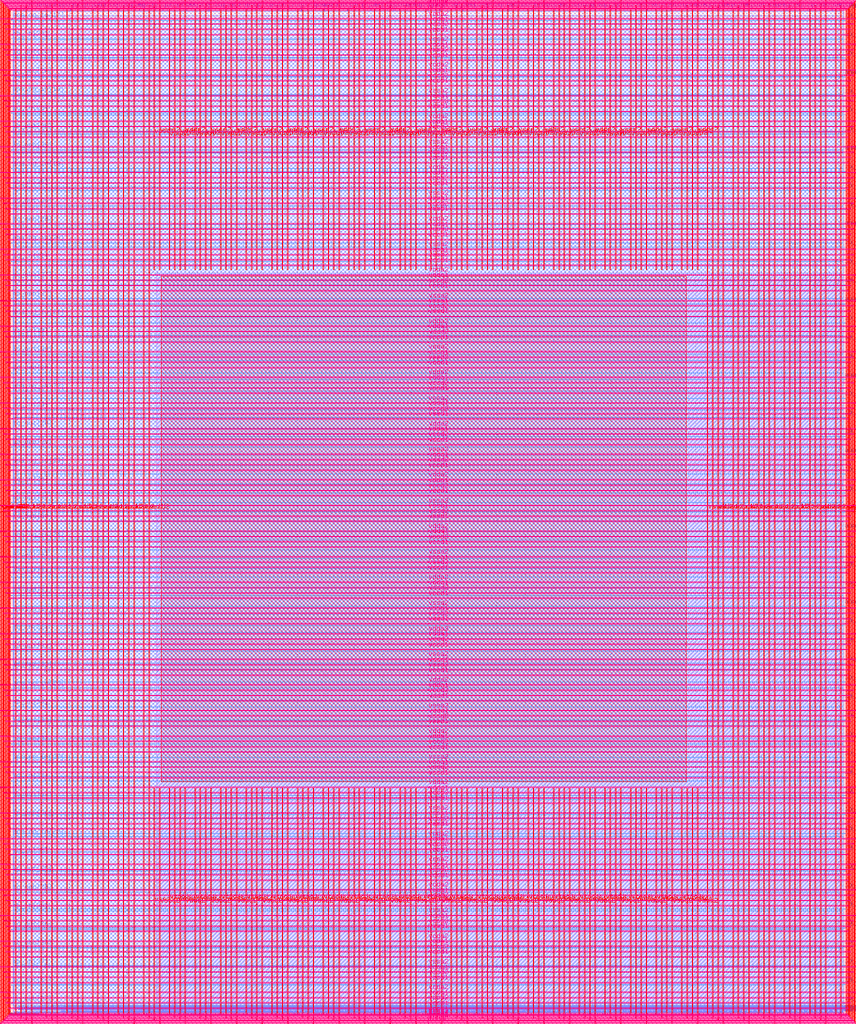
<source format=lef>
VERSION 5.7 ;
  NOWIREEXTENSIONATPIN ON ;
  DIVIDERCHAR "/" ;
  BUSBITCHARS "[]" ;
MACRO user_project_wrapper
  CLASS BLOCK ;
  FOREIGN user_project_wrapper ;
  ORIGIN 0.000 0.000 ;
  SIZE 2920.000 BY 3520.000 ;
  PIN analog_io[0]
    DIRECTION INOUT ;
    USE SIGNAL ;
    PORT
      LAYER met3 ;
        RECT 2917.600 1426.380 2924.800 1427.580 ;
    END
  END analog_io[0]
  PIN analog_io[10]
    DIRECTION INOUT ;
    USE SIGNAL ;
    PORT
      LAYER met2 ;
        RECT 2230.490 3517.600 2231.050 3524.800 ;
    END
  END analog_io[10]
  PIN analog_io[11]
    DIRECTION INOUT ;
    USE SIGNAL ;
    PORT
      LAYER met2 ;
        RECT 1905.730 3517.600 1906.290 3524.800 ;
    END
  END analog_io[11]
  PIN analog_io[12]
    DIRECTION INOUT ;
    USE SIGNAL ;
    PORT
      LAYER met2 ;
        RECT 1581.430 3517.600 1581.990 3524.800 ;
    END
  END analog_io[12]
  PIN analog_io[13]
    DIRECTION INOUT ;
    USE SIGNAL ;
    PORT
      LAYER met2 ;
        RECT 1257.130 3517.600 1257.690 3524.800 ;
    END
  END analog_io[13]
  PIN analog_io[14]
    DIRECTION INOUT ;
    USE SIGNAL ;
    PORT
      LAYER met2 ;
        RECT 932.370 3517.600 932.930 3524.800 ;
    END
  END analog_io[14]
  PIN analog_io[15]
    DIRECTION INOUT ;
    USE SIGNAL ;
    PORT
      LAYER met2 ;
        RECT 608.070 3517.600 608.630 3524.800 ;
    END
  END analog_io[15]
  PIN analog_io[16]
    DIRECTION INOUT ;
    USE SIGNAL ;
    PORT
      LAYER met2 ;
        RECT 283.770 3517.600 284.330 3524.800 ;
    END
  END analog_io[16]
  PIN analog_io[17]
    DIRECTION INOUT ;
    USE SIGNAL ;
    PORT
      LAYER met3 ;
        RECT -4.800 3486.100 2.400 3487.300 ;
    END
  END analog_io[17]
  PIN analog_io[18]
    DIRECTION INOUT ;
    USE SIGNAL ;
    PORT
      LAYER met3 ;
        RECT -4.800 3224.980 2.400 3226.180 ;
    END
  END analog_io[18]
  PIN analog_io[19]
    DIRECTION INOUT ;
    USE SIGNAL ;
    PORT
      LAYER met3 ;
        RECT -4.800 2964.540 2.400 2965.740 ;
    END
  END analog_io[19]
  PIN analog_io[1]
    DIRECTION INOUT ;
    USE SIGNAL ;
    PORT
      LAYER met3 ;
        RECT 2917.600 1692.260 2924.800 1693.460 ;
    END
  END analog_io[1]
  PIN analog_io[20]
    DIRECTION INOUT ;
    USE SIGNAL ;
    PORT
      LAYER met3 ;
        RECT -4.800 2703.420 2.400 2704.620 ;
    END
  END analog_io[20]
  PIN analog_io[21]
    DIRECTION INOUT ;
    USE SIGNAL ;
    PORT
      LAYER met3 ;
        RECT -4.800 2442.980 2.400 2444.180 ;
    END
  END analog_io[21]
  PIN analog_io[22]
    DIRECTION INOUT ;
    USE SIGNAL ;
    PORT
      LAYER met3 ;
        RECT -4.800 2182.540 2.400 2183.740 ;
    END
  END analog_io[22]
  PIN analog_io[23]
    DIRECTION INOUT ;
    USE SIGNAL ;
    PORT
      LAYER met3 ;
        RECT -4.800 1921.420 2.400 1922.620 ;
    END
  END analog_io[23]
  PIN analog_io[24]
    DIRECTION INOUT ;
    USE SIGNAL ;
    PORT
      LAYER met3 ;
        RECT -4.800 1660.980 2.400 1662.180 ;
    END
  END analog_io[24]
  PIN analog_io[25]
    DIRECTION INOUT ;
    USE SIGNAL ;
    PORT
      LAYER met3 ;
        RECT -4.800 1399.860 2.400 1401.060 ;
    END
  END analog_io[25]
  PIN analog_io[26]
    DIRECTION INOUT ;
    USE SIGNAL ;
    PORT
      LAYER met3 ;
        RECT -4.800 1139.420 2.400 1140.620 ;
    END
  END analog_io[26]
  PIN analog_io[27]
    DIRECTION INOUT ;
    USE SIGNAL ;
    PORT
      LAYER met3 ;
        RECT -4.800 878.980 2.400 880.180 ;
    END
  END analog_io[27]
  PIN analog_io[28]
    DIRECTION INOUT ;
    USE SIGNAL ;
    PORT
      LAYER met3 ;
        RECT -4.800 617.860 2.400 619.060 ;
    END
  END analog_io[28]
  PIN analog_io[2]
    DIRECTION INOUT ;
    USE SIGNAL ;
    PORT
      LAYER met3 ;
        RECT 2917.600 1958.140 2924.800 1959.340 ;
    END
  END analog_io[2]
  PIN analog_io[3]
    DIRECTION INOUT ;
    USE SIGNAL ;
    PORT
      LAYER met3 ;
        RECT 2917.600 2223.340 2924.800 2224.540 ;
    END
  END analog_io[3]
  PIN analog_io[4]
    DIRECTION INOUT ;
    USE SIGNAL ;
    PORT
      LAYER met3 ;
        RECT 2917.600 2489.220 2924.800 2490.420 ;
    END
  END analog_io[4]
  PIN analog_io[5]
    DIRECTION INOUT ;
    USE SIGNAL ;
    PORT
      LAYER met3 ;
        RECT 2917.600 2755.100 2924.800 2756.300 ;
    END
  END analog_io[5]
  PIN analog_io[6]
    DIRECTION INOUT ;
    USE SIGNAL ;
    PORT
      LAYER met3 ;
        RECT 2917.600 3020.300 2924.800 3021.500 ;
    END
  END analog_io[6]
  PIN analog_io[7]
    DIRECTION INOUT ;
    USE SIGNAL ;
    PORT
      LAYER met3 ;
        RECT 2917.600 3286.180 2924.800 3287.380 ;
    END
  END analog_io[7]
  PIN analog_io[8]
    DIRECTION INOUT ;
    USE SIGNAL ;
    PORT
      LAYER met2 ;
        RECT 2879.090 3517.600 2879.650 3524.800 ;
    END
  END analog_io[8]
  PIN analog_io[9]
    DIRECTION INOUT ;
    USE SIGNAL ;
    PORT
      LAYER met2 ;
        RECT 2554.790 3517.600 2555.350 3524.800 ;
    END
  END analog_io[9]
  PIN io_in[0]
    DIRECTION INPUT ;
    USE SIGNAL ;
    PORT
      LAYER met3 ;
        RECT 2917.600 32.380 2924.800 33.580 ;
    END
  END io_in[0]
  PIN io_in[10]
    DIRECTION INPUT ;
    USE SIGNAL ;
    PORT
      LAYER met3 ;
        RECT 2917.600 2289.980 2924.800 2291.180 ;
    END
  END io_in[10]
  PIN io_in[11]
    DIRECTION INPUT ;
    USE SIGNAL ;
    PORT
      LAYER met3 ;
        RECT 2917.600 2555.860 2924.800 2557.060 ;
    END
  END io_in[11]
  PIN io_in[12]
    DIRECTION INPUT ;
    USE SIGNAL ;
    PORT
      LAYER met3 ;
        RECT 2917.600 2821.060 2924.800 2822.260 ;
    END
  END io_in[12]
  PIN io_in[13]
    DIRECTION INPUT ;
    USE SIGNAL ;
    PORT
      LAYER met3 ;
        RECT 2917.600 3086.940 2924.800 3088.140 ;
    END
  END io_in[13]
  PIN io_in[14]
    DIRECTION INPUT ;
    USE SIGNAL ;
    PORT
      LAYER met3 ;
        RECT 2917.600 3352.820 2924.800 3354.020 ;
    END
  END io_in[14]
  PIN io_in[15]
    DIRECTION INPUT ;
    USE SIGNAL ;
    PORT
      LAYER met2 ;
        RECT 2798.130 3517.600 2798.690 3524.800 ;
    END
  END io_in[15]
  PIN io_in[16]
    DIRECTION INPUT ;
    USE SIGNAL ;
    PORT
      LAYER met2 ;
        RECT 2473.830 3517.600 2474.390 3524.800 ;
    END
  END io_in[16]
  PIN io_in[17]
    DIRECTION INPUT ;
    USE SIGNAL ;
    PORT
      LAYER met2 ;
        RECT 2149.070 3517.600 2149.630 3524.800 ;
    END
  END io_in[17]
  PIN io_in[18]
    DIRECTION INPUT ;
    USE SIGNAL ;
    PORT
      LAYER met2 ;
        RECT 1824.770 3517.600 1825.330 3524.800 ;
    END
  END io_in[18]
  PIN io_in[19]
    DIRECTION INPUT ;
    USE SIGNAL ;
    PORT
      LAYER met2 ;
        RECT 1500.470 3517.600 1501.030 3524.800 ;
    END
  END io_in[19]
  PIN io_in[1]
    DIRECTION INPUT ;
    USE SIGNAL ;
    PORT
      LAYER met3 ;
        RECT 2917.600 230.940 2924.800 232.140 ;
    END
  END io_in[1]
  PIN io_in[20]
    DIRECTION INPUT ;
    USE SIGNAL ;
    PORT
      LAYER met2 ;
        RECT 1175.710 3517.600 1176.270 3524.800 ;
    END
  END io_in[20]
  PIN io_in[21]
    DIRECTION INPUT ;
    USE SIGNAL ;
    PORT
      LAYER met2 ;
        RECT 851.410 3517.600 851.970 3524.800 ;
    END
  END io_in[21]
  PIN io_in[22]
    DIRECTION INPUT ;
    USE SIGNAL ;
    PORT
      LAYER met2 ;
        RECT 527.110 3517.600 527.670 3524.800 ;
    END
  END io_in[22]
  PIN io_in[23]
    DIRECTION INPUT ;
    USE SIGNAL ;
    PORT
      LAYER met2 ;
        RECT 202.350 3517.600 202.910 3524.800 ;
    END
  END io_in[23]
  PIN io_in[24]
    DIRECTION INPUT ;
    USE SIGNAL ;
    PORT
      LAYER met3 ;
        RECT -4.800 3420.820 2.400 3422.020 ;
    END
  END io_in[24]
  PIN io_in[25]
    DIRECTION INPUT ;
    USE SIGNAL ;
    PORT
      LAYER met3 ;
        RECT -4.800 3159.700 2.400 3160.900 ;
    END
  END io_in[25]
  PIN io_in[26]
    DIRECTION INPUT ;
    USE SIGNAL ;
    PORT
      LAYER met3 ;
        RECT -4.800 2899.260 2.400 2900.460 ;
    END
  END io_in[26]
  PIN io_in[27]
    DIRECTION INPUT ;
    USE SIGNAL ;
    PORT
      LAYER met3 ;
        RECT -4.800 2638.820 2.400 2640.020 ;
    END
  END io_in[27]
  PIN io_in[28]
    DIRECTION INPUT ;
    USE SIGNAL ;
    PORT
      LAYER met3 ;
        RECT -4.800 2377.700 2.400 2378.900 ;
    END
  END io_in[28]
  PIN io_in[29]
    DIRECTION INPUT ;
    USE SIGNAL ;
    PORT
      LAYER met3 ;
        RECT -4.800 2117.260 2.400 2118.460 ;
    END
  END io_in[29]
  PIN io_in[2]
    DIRECTION INPUT ;
    USE SIGNAL ;
    PORT
      LAYER met3 ;
        RECT 2917.600 430.180 2924.800 431.380 ;
    END
  END io_in[2]
  PIN io_in[30]
    DIRECTION INPUT ;
    USE SIGNAL ;
    PORT
      LAYER met3 ;
        RECT -4.800 1856.140 2.400 1857.340 ;
    END
  END io_in[30]
  PIN io_in[31]
    DIRECTION INPUT ;
    USE SIGNAL ;
    PORT
      LAYER met3 ;
        RECT -4.800 1595.700 2.400 1596.900 ;
    END
  END io_in[31]
  PIN io_in[32]
    DIRECTION INPUT ;
    USE SIGNAL ;
    PORT
      LAYER met3 ;
        RECT -4.800 1335.260 2.400 1336.460 ;
    END
  END io_in[32]
  PIN io_in[33]
    DIRECTION INPUT ;
    USE SIGNAL ;
    PORT
      LAYER met3 ;
        RECT -4.800 1074.140 2.400 1075.340 ;
    END
  END io_in[33]
  PIN io_in[34]
    DIRECTION INPUT ;
    USE SIGNAL ;
    PORT
      LAYER met3 ;
        RECT -4.800 813.700 2.400 814.900 ;
    END
  END io_in[34]
  PIN io_in[35]
    DIRECTION INPUT ;
    USE SIGNAL ;
    PORT
      LAYER met3 ;
        RECT -4.800 552.580 2.400 553.780 ;
    END
  END io_in[35]
  PIN io_in[36]
    DIRECTION INPUT ;
    USE SIGNAL ;
    PORT
      LAYER met3 ;
        RECT -4.800 357.420 2.400 358.620 ;
    END
  END io_in[36]
  PIN io_in[37]
    DIRECTION INPUT ;
    USE SIGNAL ;
    PORT
      LAYER met3 ;
        RECT -4.800 161.580 2.400 162.780 ;
    END
  END io_in[37]
  PIN io_in[3]
    DIRECTION INPUT ;
    USE SIGNAL ;
    PORT
      LAYER met3 ;
        RECT 2917.600 629.420 2924.800 630.620 ;
    END
  END io_in[3]
  PIN io_in[4]
    DIRECTION INPUT ;
    USE SIGNAL ;
    PORT
      LAYER met3 ;
        RECT 2917.600 828.660 2924.800 829.860 ;
    END
  END io_in[4]
  PIN io_in[5]
    DIRECTION INPUT ;
    USE SIGNAL ;
    PORT
      LAYER met3 ;
        RECT 2917.600 1027.900 2924.800 1029.100 ;
    END
  END io_in[5]
  PIN io_in[6]
    DIRECTION INPUT ;
    USE SIGNAL ;
    PORT
      LAYER met3 ;
        RECT 2917.600 1227.140 2924.800 1228.340 ;
    END
  END io_in[6]
  PIN io_in[7]
    DIRECTION INPUT ;
    USE SIGNAL ;
    PORT
      LAYER met3 ;
        RECT 2917.600 1493.020 2924.800 1494.220 ;
    END
  END io_in[7]
  PIN io_in[8]
    DIRECTION INPUT ;
    USE SIGNAL ;
    PORT
      LAYER met3 ;
        RECT 2917.600 1758.900 2924.800 1760.100 ;
    END
  END io_in[8]
  PIN io_in[9]
    DIRECTION INPUT ;
    USE SIGNAL ;
    PORT
      LAYER met3 ;
        RECT 2917.600 2024.100 2924.800 2025.300 ;
    END
  END io_in[9]
  PIN io_oeb[0]
    DIRECTION OUTPUT TRISTATE ;
    USE SIGNAL ;
    PORT
      LAYER met3 ;
        RECT 2917.600 164.980 2924.800 166.180 ;
    END
  END io_oeb[0]
  PIN io_oeb[10]
    DIRECTION OUTPUT TRISTATE ;
    USE SIGNAL ;
    PORT
      LAYER met3 ;
        RECT 2917.600 2422.580 2924.800 2423.780 ;
    END
  END io_oeb[10]
  PIN io_oeb[11]
    DIRECTION OUTPUT TRISTATE ;
    USE SIGNAL ;
    PORT
      LAYER met3 ;
        RECT 2917.600 2688.460 2924.800 2689.660 ;
    END
  END io_oeb[11]
  PIN io_oeb[12]
    DIRECTION OUTPUT TRISTATE ;
    USE SIGNAL ;
    PORT
      LAYER met3 ;
        RECT 2917.600 2954.340 2924.800 2955.540 ;
    END
  END io_oeb[12]
  PIN io_oeb[13]
    DIRECTION OUTPUT TRISTATE ;
    USE SIGNAL ;
    PORT
      LAYER met3 ;
        RECT 2917.600 3219.540 2924.800 3220.740 ;
    END
  END io_oeb[13]
  PIN io_oeb[14]
    DIRECTION OUTPUT TRISTATE ;
    USE SIGNAL ;
    PORT
      LAYER met3 ;
        RECT 2917.600 3485.420 2924.800 3486.620 ;
    END
  END io_oeb[14]
  PIN io_oeb[15]
    DIRECTION OUTPUT TRISTATE ;
    USE SIGNAL ;
    PORT
      LAYER met2 ;
        RECT 2635.750 3517.600 2636.310 3524.800 ;
    END
  END io_oeb[15]
  PIN io_oeb[16]
    DIRECTION OUTPUT TRISTATE ;
    USE SIGNAL ;
    PORT
      LAYER met2 ;
        RECT 2311.450 3517.600 2312.010 3524.800 ;
    END
  END io_oeb[16]
  PIN io_oeb[17]
    DIRECTION OUTPUT TRISTATE ;
    USE SIGNAL ;
    PORT
      LAYER met2 ;
        RECT 1987.150 3517.600 1987.710 3524.800 ;
    END
  END io_oeb[17]
  PIN io_oeb[18]
    DIRECTION OUTPUT TRISTATE ;
    USE SIGNAL ;
    PORT
      LAYER met2 ;
        RECT 1662.390 3517.600 1662.950 3524.800 ;
    END
  END io_oeb[18]
  PIN io_oeb[19]
    DIRECTION OUTPUT TRISTATE ;
    USE SIGNAL ;
    PORT
      LAYER met2 ;
        RECT 1338.090 3517.600 1338.650 3524.800 ;
    END
  END io_oeb[19]
  PIN io_oeb[1]
    DIRECTION OUTPUT TRISTATE ;
    USE SIGNAL ;
    PORT
      LAYER met3 ;
        RECT 2917.600 364.220 2924.800 365.420 ;
    END
  END io_oeb[1]
  PIN io_oeb[20]
    DIRECTION OUTPUT TRISTATE ;
    USE SIGNAL ;
    PORT
      LAYER met2 ;
        RECT 1013.790 3517.600 1014.350 3524.800 ;
    END
  END io_oeb[20]
  PIN io_oeb[21]
    DIRECTION OUTPUT TRISTATE ;
    USE SIGNAL ;
    PORT
      LAYER met2 ;
        RECT 689.030 3517.600 689.590 3524.800 ;
    END
  END io_oeb[21]
  PIN io_oeb[22]
    DIRECTION OUTPUT TRISTATE ;
    USE SIGNAL ;
    PORT
      LAYER met2 ;
        RECT 364.730 3517.600 365.290 3524.800 ;
    END
  END io_oeb[22]
  PIN io_oeb[23]
    DIRECTION OUTPUT TRISTATE ;
    USE SIGNAL ;
    PORT
      LAYER met2 ;
        RECT 40.430 3517.600 40.990 3524.800 ;
    END
  END io_oeb[23]
  PIN io_oeb[24]
    DIRECTION OUTPUT TRISTATE ;
    USE SIGNAL ;
    PORT
      LAYER met3 ;
        RECT -4.800 3290.260 2.400 3291.460 ;
    END
  END io_oeb[24]
  PIN io_oeb[25]
    DIRECTION OUTPUT TRISTATE ;
    USE SIGNAL ;
    PORT
      LAYER met3 ;
        RECT -4.800 3029.820 2.400 3031.020 ;
    END
  END io_oeb[25]
  PIN io_oeb[26]
    DIRECTION OUTPUT TRISTATE ;
    USE SIGNAL ;
    PORT
      LAYER met3 ;
        RECT -4.800 2768.700 2.400 2769.900 ;
    END
  END io_oeb[26]
  PIN io_oeb[27]
    DIRECTION OUTPUT TRISTATE ;
    USE SIGNAL ;
    PORT
      LAYER met3 ;
        RECT -4.800 2508.260 2.400 2509.460 ;
    END
  END io_oeb[27]
  PIN io_oeb[28]
    DIRECTION OUTPUT TRISTATE ;
    USE SIGNAL ;
    PORT
      LAYER met3 ;
        RECT -4.800 2247.140 2.400 2248.340 ;
    END
  END io_oeb[28]
  PIN io_oeb[29]
    DIRECTION OUTPUT TRISTATE ;
    USE SIGNAL ;
    PORT
      LAYER met3 ;
        RECT -4.800 1986.700 2.400 1987.900 ;
    END
  END io_oeb[29]
  PIN io_oeb[2]
    DIRECTION OUTPUT TRISTATE ;
    USE SIGNAL ;
    PORT
      LAYER met3 ;
        RECT 2917.600 563.460 2924.800 564.660 ;
    END
  END io_oeb[2]
  PIN io_oeb[30]
    DIRECTION OUTPUT TRISTATE ;
    USE SIGNAL ;
    PORT
      LAYER met3 ;
        RECT -4.800 1726.260 2.400 1727.460 ;
    END
  END io_oeb[30]
  PIN io_oeb[31]
    DIRECTION OUTPUT TRISTATE ;
    USE SIGNAL ;
    PORT
      LAYER met3 ;
        RECT -4.800 1465.140 2.400 1466.340 ;
    END
  END io_oeb[31]
  PIN io_oeb[32]
    DIRECTION OUTPUT TRISTATE ;
    USE SIGNAL ;
    PORT
      LAYER met3 ;
        RECT -4.800 1204.700 2.400 1205.900 ;
    END
  END io_oeb[32]
  PIN io_oeb[33]
    DIRECTION OUTPUT TRISTATE ;
    USE SIGNAL ;
    PORT
      LAYER met3 ;
        RECT -4.800 943.580 2.400 944.780 ;
    END
  END io_oeb[33]
  PIN io_oeb[34]
    DIRECTION OUTPUT TRISTATE ;
    USE SIGNAL ;
    PORT
      LAYER met3 ;
        RECT -4.800 683.140 2.400 684.340 ;
    END
  END io_oeb[34]
  PIN io_oeb[35]
    DIRECTION OUTPUT TRISTATE ;
    USE SIGNAL ;
    PORT
      LAYER met3 ;
        RECT -4.800 422.700 2.400 423.900 ;
    END
  END io_oeb[35]
  PIN io_oeb[36]
    DIRECTION OUTPUT TRISTATE ;
    USE SIGNAL ;
    PORT
      LAYER met3 ;
        RECT -4.800 226.860 2.400 228.060 ;
    END
  END io_oeb[36]
  PIN io_oeb[37]
    DIRECTION OUTPUT TRISTATE ;
    USE SIGNAL ;
    PORT
      LAYER met3 ;
        RECT -4.800 31.700 2.400 32.900 ;
    END
  END io_oeb[37]
  PIN io_oeb[3]
    DIRECTION OUTPUT TRISTATE ;
    USE SIGNAL ;
    PORT
      LAYER met3 ;
        RECT 2917.600 762.700 2924.800 763.900 ;
    END
  END io_oeb[3]
  PIN io_oeb[4]
    DIRECTION OUTPUT TRISTATE ;
    USE SIGNAL ;
    PORT
      LAYER met3 ;
        RECT 2917.600 961.940 2924.800 963.140 ;
    END
  END io_oeb[4]
  PIN io_oeb[5]
    DIRECTION OUTPUT TRISTATE ;
    USE SIGNAL ;
    PORT
      LAYER met3 ;
        RECT 2917.600 1161.180 2924.800 1162.380 ;
    END
  END io_oeb[5]
  PIN io_oeb[6]
    DIRECTION OUTPUT TRISTATE ;
    USE SIGNAL ;
    PORT
      LAYER met3 ;
        RECT 2917.600 1360.420 2924.800 1361.620 ;
    END
  END io_oeb[6]
  PIN io_oeb[7]
    DIRECTION OUTPUT TRISTATE ;
    USE SIGNAL ;
    PORT
      LAYER met3 ;
        RECT 2917.600 1625.620 2924.800 1626.820 ;
    END
  END io_oeb[7]
  PIN io_oeb[8]
    DIRECTION OUTPUT TRISTATE ;
    USE SIGNAL ;
    PORT
      LAYER met3 ;
        RECT 2917.600 1891.500 2924.800 1892.700 ;
    END
  END io_oeb[8]
  PIN io_oeb[9]
    DIRECTION OUTPUT TRISTATE ;
    USE SIGNAL ;
    PORT
      LAYER met3 ;
        RECT 2917.600 2157.380 2924.800 2158.580 ;
    END
  END io_oeb[9]
  PIN io_out[0]
    DIRECTION OUTPUT TRISTATE ;
    USE SIGNAL ;
    PORT
      LAYER met3 ;
        RECT 2917.600 98.340 2924.800 99.540 ;
    END
  END io_out[0]
  PIN io_out[10]
    DIRECTION OUTPUT TRISTATE ;
    USE SIGNAL ;
    PORT
      LAYER met3 ;
        RECT 2917.600 2356.620 2924.800 2357.820 ;
    END
  END io_out[10]
  PIN io_out[11]
    DIRECTION OUTPUT TRISTATE ;
    USE SIGNAL ;
    PORT
      LAYER met3 ;
        RECT 2917.600 2621.820 2924.800 2623.020 ;
    END
  END io_out[11]
  PIN io_out[12]
    DIRECTION OUTPUT TRISTATE ;
    USE SIGNAL ;
    PORT
      LAYER met3 ;
        RECT 2917.600 2887.700 2924.800 2888.900 ;
    END
  END io_out[12]
  PIN io_out[13]
    DIRECTION OUTPUT TRISTATE ;
    USE SIGNAL ;
    PORT
      LAYER met3 ;
        RECT 2917.600 3153.580 2924.800 3154.780 ;
    END
  END io_out[13]
  PIN io_out[14]
    DIRECTION OUTPUT TRISTATE ;
    USE SIGNAL ;
    PORT
      LAYER met3 ;
        RECT 2917.600 3418.780 2924.800 3419.980 ;
    END
  END io_out[14]
  PIN io_out[15]
    DIRECTION OUTPUT TRISTATE ;
    USE SIGNAL ;
    PORT
      LAYER met2 ;
        RECT 2717.170 3517.600 2717.730 3524.800 ;
    END
  END io_out[15]
  PIN io_out[16]
    DIRECTION OUTPUT TRISTATE ;
    USE SIGNAL ;
    PORT
      LAYER met2 ;
        RECT 2392.410 3517.600 2392.970 3524.800 ;
    END
  END io_out[16]
  PIN io_out[17]
    DIRECTION OUTPUT TRISTATE ;
    USE SIGNAL ;
    PORT
      LAYER met2 ;
        RECT 2068.110 3517.600 2068.670 3524.800 ;
    END
  END io_out[17]
  PIN io_out[18]
    DIRECTION OUTPUT TRISTATE ;
    USE SIGNAL ;
    PORT
      LAYER met2 ;
        RECT 1743.810 3517.600 1744.370 3524.800 ;
    END
  END io_out[18]
  PIN io_out[19]
    DIRECTION OUTPUT TRISTATE ;
    USE SIGNAL ;
    PORT
      LAYER met2 ;
        RECT 1419.050 3517.600 1419.610 3524.800 ;
    END
  END io_out[19]
  PIN io_out[1]
    DIRECTION OUTPUT TRISTATE ;
    USE SIGNAL ;
    PORT
      LAYER met3 ;
        RECT 2917.600 297.580 2924.800 298.780 ;
    END
  END io_out[1]
  PIN io_out[20]
    DIRECTION OUTPUT TRISTATE ;
    USE SIGNAL ;
    PORT
      LAYER met2 ;
        RECT 1094.750 3517.600 1095.310 3524.800 ;
    END
  END io_out[20]
  PIN io_out[21]
    DIRECTION OUTPUT TRISTATE ;
    USE SIGNAL ;
    PORT
      LAYER met2 ;
        RECT 770.450 3517.600 771.010 3524.800 ;
    END
  END io_out[21]
  PIN io_out[22]
    DIRECTION OUTPUT TRISTATE ;
    USE SIGNAL ;
    PORT
      LAYER met2 ;
        RECT 445.690 3517.600 446.250 3524.800 ;
    END
  END io_out[22]
  PIN io_out[23]
    DIRECTION OUTPUT TRISTATE ;
    USE SIGNAL ;
    PORT
      LAYER met2 ;
        RECT 121.390 3517.600 121.950 3524.800 ;
    END
  END io_out[23]
  PIN io_out[24]
    DIRECTION OUTPUT TRISTATE ;
    USE SIGNAL ;
    PORT
      LAYER met3 ;
        RECT -4.800 3355.540 2.400 3356.740 ;
    END
  END io_out[24]
  PIN io_out[25]
    DIRECTION OUTPUT TRISTATE ;
    USE SIGNAL ;
    PORT
      LAYER met3 ;
        RECT -4.800 3095.100 2.400 3096.300 ;
    END
  END io_out[25]
  PIN io_out[26]
    DIRECTION OUTPUT TRISTATE ;
    USE SIGNAL ;
    PORT
      LAYER met3 ;
        RECT -4.800 2833.980 2.400 2835.180 ;
    END
  END io_out[26]
  PIN io_out[27]
    DIRECTION OUTPUT TRISTATE ;
    USE SIGNAL ;
    PORT
      LAYER met3 ;
        RECT -4.800 2573.540 2.400 2574.740 ;
    END
  END io_out[27]
  PIN io_out[28]
    DIRECTION OUTPUT TRISTATE ;
    USE SIGNAL ;
    PORT
      LAYER met3 ;
        RECT -4.800 2312.420 2.400 2313.620 ;
    END
  END io_out[28]
  PIN io_out[29]
    DIRECTION OUTPUT TRISTATE ;
    USE SIGNAL ;
    PORT
      LAYER met3 ;
        RECT -4.800 2051.980 2.400 2053.180 ;
    END
  END io_out[29]
  PIN io_out[2]
    DIRECTION OUTPUT TRISTATE ;
    USE SIGNAL ;
    PORT
      LAYER met3 ;
        RECT 2917.600 496.820 2924.800 498.020 ;
    END
  END io_out[2]
  PIN io_out[30]
    DIRECTION OUTPUT TRISTATE ;
    USE SIGNAL ;
    PORT
      LAYER met3 ;
        RECT -4.800 1791.540 2.400 1792.740 ;
    END
  END io_out[30]
  PIN io_out[31]
    DIRECTION OUTPUT TRISTATE ;
    USE SIGNAL ;
    PORT
      LAYER met3 ;
        RECT -4.800 1530.420 2.400 1531.620 ;
    END
  END io_out[31]
  PIN io_out[32]
    DIRECTION OUTPUT TRISTATE ;
    USE SIGNAL ;
    PORT
      LAYER met3 ;
        RECT -4.800 1269.980 2.400 1271.180 ;
    END
  END io_out[32]
  PIN io_out[33]
    DIRECTION OUTPUT TRISTATE ;
    USE SIGNAL ;
    PORT
      LAYER met3 ;
        RECT -4.800 1008.860 2.400 1010.060 ;
    END
  END io_out[33]
  PIN io_out[34]
    DIRECTION OUTPUT TRISTATE ;
    USE SIGNAL ;
    PORT
      LAYER met3 ;
        RECT -4.800 748.420 2.400 749.620 ;
    END
  END io_out[34]
  PIN io_out[35]
    DIRECTION OUTPUT TRISTATE ;
    USE SIGNAL ;
    PORT
      LAYER met3 ;
        RECT -4.800 487.300 2.400 488.500 ;
    END
  END io_out[35]
  PIN io_out[36]
    DIRECTION OUTPUT TRISTATE ;
    USE SIGNAL ;
    PORT
      LAYER met3 ;
        RECT -4.800 292.140 2.400 293.340 ;
    END
  END io_out[36]
  PIN io_out[37]
    DIRECTION OUTPUT TRISTATE ;
    USE SIGNAL ;
    PORT
      LAYER met3 ;
        RECT -4.800 96.300 2.400 97.500 ;
    END
  END io_out[37]
  PIN io_out[3]
    DIRECTION OUTPUT TRISTATE ;
    USE SIGNAL ;
    PORT
      LAYER met3 ;
        RECT 2917.600 696.060 2924.800 697.260 ;
    END
  END io_out[3]
  PIN io_out[4]
    DIRECTION OUTPUT TRISTATE ;
    USE SIGNAL ;
    PORT
      LAYER met3 ;
        RECT 2917.600 895.300 2924.800 896.500 ;
    END
  END io_out[4]
  PIN io_out[5]
    DIRECTION OUTPUT TRISTATE ;
    USE SIGNAL ;
    PORT
      LAYER met3 ;
        RECT 2917.600 1094.540 2924.800 1095.740 ;
    END
  END io_out[5]
  PIN io_out[6]
    DIRECTION OUTPUT TRISTATE ;
    USE SIGNAL ;
    PORT
      LAYER met3 ;
        RECT 2917.600 1293.780 2924.800 1294.980 ;
    END
  END io_out[6]
  PIN io_out[7]
    DIRECTION OUTPUT TRISTATE ;
    USE SIGNAL ;
    PORT
      LAYER met3 ;
        RECT 2917.600 1559.660 2924.800 1560.860 ;
    END
  END io_out[7]
  PIN io_out[8]
    DIRECTION OUTPUT TRISTATE ;
    USE SIGNAL ;
    PORT
      LAYER met3 ;
        RECT 2917.600 1824.860 2924.800 1826.060 ;
    END
  END io_out[8]
  PIN io_out[9]
    DIRECTION OUTPUT TRISTATE ;
    USE SIGNAL ;
    PORT
      LAYER met3 ;
        RECT 2917.600 2090.740 2924.800 2091.940 ;
    END
  END io_out[9]
  PIN la_data_in[0]
    DIRECTION INPUT ;
    USE SIGNAL ;
    PORT
      LAYER met2 ;
        RECT 629.230 -4.800 629.790 2.400 ;
    END
  END la_data_in[0]
  PIN la_data_in[100]
    DIRECTION INPUT ;
    USE SIGNAL ;
    PORT
      LAYER met2 ;
        RECT 2402.530 -4.800 2403.090 2.400 ;
    END
  END la_data_in[100]
  PIN la_data_in[101]
    DIRECTION INPUT ;
    USE SIGNAL ;
    PORT
      LAYER met2 ;
        RECT 2420.010 -4.800 2420.570 2.400 ;
    END
  END la_data_in[101]
  PIN la_data_in[102]
    DIRECTION INPUT ;
    USE SIGNAL ;
    PORT
      LAYER met2 ;
        RECT 2437.950 -4.800 2438.510 2.400 ;
    END
  END la_data_in[102]
  PIN la_data_in[103]
    DIRECTION INPUT ;
    USE SIGNAL ;
    PORT
      LAYER met2 ;
        RECT 2455.430 -4.800 2455.990 2.400 ;
    END
  END la_data_in[103]
  PIN la_data_in[104]
    DIRECTION INPUT ;
    USE SIGNAL ;
    PORT
      LAYER met2 ;
        RECT 2473.370 -4.800 2473.930 2.400 ;
    END
  END la_data_in[104]
  PIN la_data_in[105]
    DIRECTION INPUT ;
    USE SIGNAL ;
    PORT
      LAYER met2 ;
        RECT 2490.850 -4.800 2491.410 2.400 ;
    END
  END la_data_in[105]
  PIN la_data_in[106]
    DIRECTION INPUT ;
    USE SIGNAL ;
    PORT
      LAYER met2 ;
        RECT 2508.790 -4.800 2509.350 2.400 ;
    END
  END la_data_in[106]
  PIN la_data_in[107]
    DIRECTION INPUT ;
    USE SIGNAL ;
    PORT
      LAYER met2 ;
        RECT 2526.730 -4.800 2527.290 2.400 ;
    END
  END la_data_in[107]
  PIN la_data_in[108]
    DIRECTION INPUT ;
    USE SIGNAL ;
    PORT
      LAYER met2 ;
        RECT 2544.210 -4.800 2544.770 2.400 ;
    END
  END la_data_in[108]
  PIN la_data_in[109]
    DIRECTION INPUT ;
    USE SIGNAL ;
    PORT
      LAYER met2 ;
        RECT 2562.150 -4.800 2562.710 2.400 ;
    END
  END la_data_in[109]
  PIN la_data_in[10]
    DIRECTION INPUT ;
    USE SIGNAL ;
    PORT
      LAYER met2 ;
        RECT 806.330 -4.800 806.890 2.400 ;
    END
  END la_data_in[10]
  PIN la_data_in[110]
    DIRECTION INPUT ;
    USE SIGNAL ;
    PORT
      LAYER met2 ;
        RECT 2579.630 -4.800 2580.190 2.400 ;
    END
  END la_data_in[110]
  PIN la_data_in[111]
    DIRECTION INPUT ;
    USE SIGNAL ;
    PORT
      LAYER met2 ;
        RECT 2597.570 -4.800 2598.130 2.400 ;
    END
  END la_data_in[111]
  PIN la_data_in[112]
    DIRECTION INPUT ;
    USE SIGNAL ;
    PORT
      LAYER met2 ;
        RECT 2615.050 -4.800 2615.610 2.400 ;
    END
  END la_data_in[112]
  PIN la_data_in[113]
    DIRECTION INPUT ;
    USE SIGNAL ;
    PORT
      LAYER met2 ;
        RECT 2632.990 -4.800 2633.550 2.400 ;
    END
  END la_data_in[113]
  PIN la_data_in[114]
    DIRECTION INPUT ;
    USE SIGNAL ;
    PORT
      LAYER met2 ;
        RECT 2650.470 -4.800 2651.030 2.400 ;
    END
  END la_data_in[114]
  PIN la_data_in[115]
    DIRECTION INPUT ;
    USE SIGNAL ;
    PORT
      LAYER met2 ;
        RECT 2668.410 -4.800 2668.970 2.400 ;
    END
  END la_data_in[115]
  PIN la_data_in[116]
    DIRECTION INPUT ;
    USE SIGNAL ;
    PORT
      LAYER met2 ;
        RECT 2685.890 -4.800 2686.450 2.400 ;
    END
  END la_data_in[116]
  PIN la_data_in[117]
    DIRECTION INPUT ;
    USE SIGNAL ;
    PORT
      LAYER met2 ;
        RECT 2703.830 -4.800 2704.390 2.400 ;
    END
  END la_data_in[117]
  PIN la_data_in[118]
    DIRECTION INPUT ;
    USE SIGNAL ;
    PORT
      LAYER met2 ;
        RECT 2721.770 -4.800 2722.330 2.400 ;
    END
  END la_data_in[118]
  PIN la_data_in[119]
    DIRECTION INPUT ;
    USE SIGNAL ;
    PORT
      LAYER met2 ;
        RECT 2739.250 -4.800 2739.810 2.400 ;
    END
  END la_data_in[119]
  PIN la_data_in[11]
    DIRECTION INPUT ;
    USE SIGNAL ;
    PORT
      LAYER met2 ;
        RECT 824.270 -4.800 824.830 2.400 ;
    END
  END la_data_in[11]
  PIN la_data_in[120]
    DIRECTION INPUT ;
    USE SIGNAL ;
    PORT
      LAYER met2 ;
        RECT 2757.190 -4.800 2757.750 2.400 ;
    END
  END la_data_in[120]
  PIN la_data_in[121]
    DIRECTION INPUT ;
    USE SIGNAL ;
    PORT
      LAYER met2 ;
        RECT 2774.670 -4.800 2775.230 2.400 ;
    END
  END la_data_in[121]
  PIN la_data_in[122]
    DIRECTION INPUT ;
    USE SIGNAL ;
    PORT
      LAYER met2 ;
        RECT 2792.610 -4.800 2793.170 2.400 ;
    END
  END la_data_in[122]
  PIN la_data_in[123]
    DIRECTION INPUT ;
    USE SIGNAL ;
    PORT
      LAYER met2 ;
        RECT 2810.090 -4.800 2810.650 2.400 ;
    END
  END la_data_in[123]
  PIN la_data_in[124]
    DIRECTION INPUT ;
    USE SIGNAL ;
    PORT
      LAYER met2 ;
        RECT 2828.030 -4.800 2828.590 2.400 ;
    END
  END la_data_in[124]
  PIN la_data_in[125]
    DIRECTION INPUT ;
    USE SIGNAL ;
    PORT
      LAYER met2 ;
        RECT 2845.510 -4.800 2846.070 2.400 ;
    END
  END la_data_in[125]
  PIN la_data_in[126]
    DIRECTION INPUT ;
    USE SIGNAL ;
    PORT
      LAYER met2 ;
        RECT 2863.450 -4.800 2864.010 2.400 ;
    END
  END la_data_in[126]
  PIN la_data_in[127]
    DIRECTION INPUT ;
    USE SIGNAL ;
    PORT
      LAYER met2 ;
        RECT 2881.390 -4.800 2881.950 2.400 ;
    END
  END la_data_in[127]
  PIN la_data_in[12]
    DIRECTION INPUT ;
    USE SIGNAL ;
    PORT
      LAYER met2 ;
        RECT 841.750 -4.800 842.310 2.400 ;
    END
  END la_data_in[12]
  PIN la_data_in[13]
    DIRECTION INPUT ;
    USE SIGNAL ;
    PORT
      LAYER met2 ;
        RECT 859.690 -4.800 860.250 2.400 ;
    END
  END la_data_in[13]
  PIN la_data_in[14]
    DIRECTION INPUT ;
    USE SIGNAL ;
    PORT
      LAYER met2 ;
        RECT 877.170 -4.800 877.730 2.400 ;
    END
  END la_data_in[14]
  PIN la_data_in[15]
    DIRECTION INPUT ;
    USE SIGNAL ;
    PORT
      LAYER met2 ;
        RECT 895.110 -4.800 895.670 2.400 ;
    END
  END la_data_in[15]
  PIN la_data_in[16]
    DIRECTION INPUT ;
    USE SIGNAL ;
    PORT
      LAYER met2 ;
        RECT 912.590 -4.800 913.150 2.400 ;
    END
  END la_data_in[16]
  PIN la_data_in[17]
    DIRECTION INPUT ;
    USE SIGNAL ;
    PORT
      LAYER met2 ;
        RECT 930.530 -4.800 931.090 2.400 ;
    END
  END la_data_in[17]
  PIN la_data_in[18]
    DIRECTION INPUT ;
    USE SIGNAL ;
    PORT
      LAYER met2 ;
        RECT 948.470 -4.800 949.030 2.400 ;
    END
  END la_data_in[18]
  PIN la_data_in[19]
    DIRECTION INPUT ;
    USE SIGNAL ;
    PORT
      LAYER met2 ;
        RECT 965.950 -4.800 966.510 2.400 ;
    END
  END la_data_in[19]
  PIN la_data_in[1]
    DIRECTION INPUT ;
    USE SIGNAL ;
    PORT
      LAYER met2 ;
        RECT 646.710 -4.800 647.270 2.400 ;
    END
  END la_data_in[1]
  PIN la_data_in[20]
    DIRECTION INPUT ;
    USE SIGNAL ;
    PORT
      LAYER met2 ;
        RECT 983.890 -4.800 984.450 2.400 ;
    END
  END la_data_in[20]
  PIN la_data_in[21]
    DIRECTION INPUT ;
    USE SIGNAL ;
    PORT
      LAYER met2 ;
        RECT 1001.370 -4.800 1001.930 2.400 ;
    END
  END la_data_in[21]
  PIN la_data_in[22]
    DIRECTION INPUT ;
    USE SIGNAL ;
    PORT
      LAYER met2 ;
        RECT 1019.310 -4.800 1019.870 2.400 ;
    END
  END la_data_in[22]
  PIN la_data_in[23]
    DIRECTION INPUT ;
    USE SIGNAL ;
    PORT
      LAYER met2 ;
        RECT 1036.790 -4.800 1037.350 2.400 ;
    END
  END la_data_in[23]
  PIN la_data_in[24]
    DIRECTION INPUT ;
    USE SIGNAL ;
    PORT
      LAYER met2 ;
        RECT 1054.730 -4.800 1055.290 2.400 ;
    END
  END la_data_in[24]
  PIN la_data_in[25]
    DIRECTION INPUT ;
    USE SIGNAL ;
    PORT
      LAYER met2 ;
        RECT 1072.210 -4.800 1072.770 2.400 ;
    END
  END la_data_in[25]
  PIN la_data_in[26]
    DIRECTION INPUT ;
    USE SIGNAL ;
    PORT
      LAYER met2 ;
        RECT 1090.150 -4.800 1090.710 2.400 ;
    END
  END la_data_in[26]
  PIN la_data_in[27]
    DIRECTION INPUT ;
    USE SIGNAL ;
    PORT
      LAYER met2 ;
        RECT 1107.630 -4.800 1108.190 2.400 ;
    END
  END la_data_in[27]
  PIN la_data_in[28]
    DIRECTION INPUT ;
    USE SIGNAL ;
    PORT
      LAYER met2 ;
        RECT 1125.570 -4.800 1126.130 2.400 ;
    END
  END la_data_in[28]
  PIN la_data_in[29]
    DIRECTION INPUT ;
    USE SIGNAL ;
    PORT
      LAYER met2 ;
        RECT 1143.510 -4.800 1144.070 2.400 ;
    END
  END la_data_in[29]
  PIN la_data_in[2]
    DIRECTION INPUT ;
    USE SIGNAL ;
    PORT
      LAYER met2 ;
        RECT 664.650 -4.800 665.210 2.400 ;
    END
  END la_data_in[2]
  PIN la_data_in[30]
    DIRECTION INPUT ;
    USE SIGNAL ;
    PORT
      LAYER met2 ;
        RECT 1160.990 -4.800 1161.550 2.400 ;
    END
  END la_data_in[30]
  PIN la_data_in[31]
    DIRECTION INPUT ;
    USE SIGNAL ;
    PORT
      LAYER met2 ;
        RECT 1178.930 -4.800 1179.490 2.400 ;
    END
  END la_data_in[31]
  PIN la_data_in[32]
    DIRECTION INPUT ;
    USE SIGNAL ;
    PORT
      LAYER met2 ;
        RECT 1196.410 -4.800 1196.970 2.400 ;
    END
  END la_data_in[32]
  PIN la_data_in[33]
    DIRECTION INPUT ;
    USE SIGNAL ;
    PORT
      LAYER met2 ;
        RECT 1214.350 -4.800 1214.910 2.400 ;
    END
  END la_data_in[33]
  PIN la_data_in[34]
    DIRECTION INPUT ;
    USE SIGNAL ;
    PORT
      LAYER met2 ;
        RECT 1231.830 -4.800 1232.390 2.400 ;
    END
  END la_data_in[34]
  PIN la_data_in[35]
    DIRECTION INPUT ;
    USE SIGNAL ;
    PORT
      LAYER met2 ;
        RECT 1249.770 -4.800 1250.330 2.400 ;
    END
  END la_data_in[35]
  PIN la_data_in[36]
    DIRECTION INPUT ;
    USE SIGNAL ;
    PORT
      LAYER met2 ;
        RECT 1267.250 -4.800 1267.810 2.400 ;
    END
  END la_data_in[36]
  PIN la_data_in[37]
    DIRECTION INPUT ;
    USE SIGNAL ;
    PORT
      LAYER met2 ;
        RECT 1285.190 -4.800 1285.750 2.400 ;
    END
  END la_data_in[37]
  PIN la_data_in[38]
    DIRECTION INPUT ;
    USE SIGNAL ;
    PORT
      LAYER met2 ;
        RECT 1303.130 -4.800 1303.690 2.400 ;
    END
  END la_data_in[38]
  PIN la_data_in[39]
    DIRECTION INPUT ;
    USE SIGNAL ;
    PORT
      LAYER met2 ;
        RECT 1320.610 -4.800 1321.170 2.400 ;
    END
  END la_data_in[39]
  PIN la_data_in[3]
    DIRECTION INPUT ;
    USE SIGNAL ;
    PORT
      LAYER met2 ;
        RECT 682.130 -4.800 682.690 2.400 ;
    END
  END la_data_in[3]
  PIN la_data_in[40]
    DIRECTION INPUT ;
    USE SIGNAL ;
    PORT
      LAYER met2 ;
        RECT 1338.550 -4.800 1339.110 2.400 ;
    END
  END la_data_in[40]
  PIN la_data_in[41]
    DIRECTION INPUT ;
    USE SIGNAL ;
    PORT
      LAYER met2 ;
        RECT 1356.030 -4.800 1356.590 2.400 ;
    END
  END la_data_in[41]
  PIN la_data_in[42]
    DIRECTION INPUT ;
    USE SIGNAL ;
    PORT
      LAYER met2 ;
        RECT 1373.970 -4.800 1374.530 2.400 ;
    END
  END la_data_in[42]
  PIN la_data_in[43]
    DIRECTION INPUT ;
    USE SIGNAL ;
    PORT
      LAYER met2 ;
        RECT 1391.450 -4.800 1392.010 2.400 ;
    END
  END la_data_in[43]
  PIN la_data_in[44]
    DIRECTION INPUT ;
    USE SIGNAL ;
    PORT
      LAYER met2 ;
        RECT 1409.390 -4.800 1409.950 2.400 ;
    END
  END la_data_in[44]
  PIN la_data_in[45]
    DIRECTION INPUT ;
    USE SIGNAL ;
    PORT
      LAYER met2 ;
        RECT 1426.870 -4.800 1427.430 2.400 ;
    END
  END la_data_in[45]
  PIN la_data_in[46]
    DIRECTION INPUT ;
    USE SIGNAL ;
    PORT
      LAYER met2 ;
        RECT 1444.810 -4.800 1445.370 2.400 ;
    END
  END la_data_in[46]
  PIN la_data_in[47]
    DIRECTION INPUT ;
    USE SIGNAL ;
    PORT
      LAYER met2 ;
        RECT 1462.750 -4.800 1463.310 2.400 ;
    END
  END la_data_in[47]
  PIN la_data_in[48]
    DIRECTION INPUT ;
    USE SIGNAL ;
    PORT
      LAYER met2 ;
        RECT 1480.230 -4.800 1480.790 2.400 ;
    END
  END la_data_in[48]
  PIN la_data_in[49]
    DIRECTION INPUT ;
    USE SIGNAL ;
    PORT
      LAYER met2 ;
        RECT 1498.170 -4.800 1498.730 2.400 ;
    END
  END la_data_in[49]
  PIN la_data_in[4]
    DIRECTION INPUT ;
    USE SIGNAL ;
    PORT
      LAYER met2 ;
        RECT 700.070 -4.800 700.630 2.400 ;
    END
  END la_data_in[4]
  PIN la_data_in[50]
    DIRECTION INPUT ;
    USE SIGNAL ;
    PORT
      LAYER met2 ;
        RECT 1515.650 -4.800 1516.210 2.400 ;
    END
  END la_data_in[50]
  PIN la_data_in[51]
    DIRECTION INPUT ;
    USE SIGNAL ;
    PORT
      LAYER met2 ;
        RECT 1533.590 -4.800 1534.150 2.400 ;
    END
  END la_data_in[51]
  PIN la_data_in[52]
    DIRECTION INPUT ;
    USE SIGNAL ;
    PORT
      LAYER met2 ;
        RECT 1551.070 -4.800 1551.630 2.400 ;
    END
  END la_data_in[52]
  PIN la_data_in[53]
    DIRECTION INPUT ;
    USE SIGNAL ;
    PORT
      LAYER met2 ;
        RECT 1569.010 -4.800 1569.570 2.400 ;
    END
  END la_data_in[53]
  PIN la_data_in[54]
    DIRECTION INPUT ;
    USE SIGNAL ;
    PORT
      LAYER met2 ;
        RECT 1586.490 -4.800 1587.050 2.400 ;
    END
  END la_data_in[54]
  PIN la_data_in[55]
    DIRECTION INPUT ;
    USE SIGNAL ;
    PORT
      LAYER met2 ;
        RECT 1604.430 -4.800 1604.990 2.400 ;
    END
  END la_data_in[55]
  PIN la_data_in[56]
    DIRECTION INPUT ;
    USE SIGNAL ;
    PORT
      LAYER met2 ;
        RECT 1621.910 -4.800 1622.470 2.400 ;
    END
  END la_data_in[56]
  PIN la_data_in[57]
    DIRECTION INPUT ;
    USE SIGNAL ;
    PORT
      LAYER met2 ;
        RECT 1639.850 -4.800 1640.410 2.400 ;
    END
  END la_data_in[57]
  PIN la_data_in[58]
    DIRECTION INPUT ;
    USE SIGNAL ;
    PORT
      LAYER met2 ;
        RECT 1657.790 -4.800 1658.350 2.400 ;
    END
  END la_data_in[58]
  PIN la_data_in[59]
    DIRECTION INPUT ;
    USE SIGNAL ;
    PORT
      LAYER met2 ;
        RECT 1675.270 -4.800 1675.830 2.400 ;
    END
  END la_data_in[59]
  PIN la_data_in[5]
    DIRECTION INPUT ;
    USE SIGNAL ;
    PORT
      LAYER met2 ;
        RECT 717.550 -4.800 718.110 2.400 ;
    END
  END la_data_in[5]
  PIN la_data_in[60]
    DIRECTION INPUT ;
    USE SIGNAL ;
    PORT
      LAYER met2 ;
        RECT 1693.210 -4.800 1693.770 2.400 ;
    END
  END la_data_in[60]
  PIN la_data_in[61]
    DIRECTION INPUT ;
    USE SIGNAL ;
    PORT
      LAYER met2 ;
        RECT 1710.690 -4.800 1711.250 2.400 ;
    END
  END la_data_in[61]
  PIN la_data_in[62]
    DIRECTION INPUT ;
    USE SIGNAL ;
    PORT
      LAYER met2 ;
        RECT 1728.630 -4.800 1729.190 2.400 ;
    END
  END la_data_in[62]
  PIN la_data_in[63]
    DIRECTION INPUT ;
    USE SIGNAL ;
    PORT
      LAYER met2 ;
        RECT 1746.110 -4.800 1746.670 2.400 ;
    END
  END la_data_in[63]
  PIN la_data_in[64]
    DIRECTION INPUT ;
    USE SIGNAL ;
    PORT
      LAYER met2 ;
        RECT 1764.050 -4.800 1764.610 2.400 ;
    END
  END la_data_in[64]
  PIN la_data_in[65]
    DIRECTION INPUT ;
    USE SIGNAL ;
    PORT
      LAYER met2 ;
        RECT 1781.530 -4.800 1782.090 2.400 ;
    END
  END la_data_in[65]
  PIN la_data_in[66]
    DIRECTION INPUT ;
    USE SIGNAL ;
    PORT
      LAYER met2 ;
        RECT 1799.470 -4.800 1800.030 2.400 ;
    END
  END la_data_in[66]
  PIN la_data_in[67]
    DIRECTION INPUT ;
    USE SIGNAL ;
    PORT
      LAYER met2 ;
        RECT 1817.410 -4.800 1817.970 2.400 ;
    END
  END la_data_in[67]
  PIN la_data_in[68]
    DIRECTION INPUT ;
    USE SIGNAL ;
    PORT
      LAYER met2 ;
        RECT 1834.890 -4.800 1835.450 2.400 ;
    END
  END la_data_in[68]
  PIN la_data_in[69]
    DIRECTION INPUT ;
    USE SIGNAL ;
    PORT
      LAYER met2 ;
        RECT 1852.830 -4.800 1853.390 2.400 ;
    END
  END la_data_in[69]
  PIN la_data_in[6]
    DIRECTION INPUT ;
    USE SIGNAL ;
    PORT
      LAYER met2 ;
        RECT 735.490 -4.800 736.050 2.400 ;
    END
  END la_data_in[6]
  PIN la_data_in[70]
    DIRECTION INPUT ;
    USE SIGNAL ;
    PORT
      LAYER met2 ;
        RECT 1870.310 -4.800 1870.870 2.400 ;
    END
  END la_data_in[70]
  PIN la_data_in[71]
    DIRECTION INPUT ;
    USE SIGNAL ;
    PORT
      LAYER met2 ;
        RECT 1888.250 -4.800 1888.810 2.400 ;
    END
  END la_data_in[71]
  PIN la_data_in[72]
    DIRECTION INPUT ;
    USE SIGNAL ;
    PORT
      LAYER met2 ;
        RECT 1905.730 -4.800 1906.290 2.400 ;
    END
  END la_data_in[72]
  PIN la_data_in[73]
    DIRECTION INPUT ;
    USE SIGNAL ;
    PORT
      LAYER met2 ;
        RECT 1923.670 -4.800 1924.230 2.400 ;
    END
  END la_data_in[73]
  PIN la_data_in[74]
    DIRECTION INPUT ;
    USE SIGNAL ;
    PORT
      LAYER met2 ;
        RECT 1941.150 -4.800 1941.710 2.400 ;
    END
  END la_data_in[74]
  PIN la_data_in[75]
    DIRECTION INPUT ;
    USE SIGNAL ;
    PORT
      LAYER met2 ;
        RECT 1959.090 -4.800 1959.650 2.400 ;
    END
  END la_data_in[75]
  PIN la_data_in[76]
    DIRECTION INPUT ;
    USE SIGNAL ;
    PORT
      LAYER met2 ;
        RECT 1976.570 -4.800 1977.130 2.400 ;
    END
  END la_data_in[76]
  PIN la_data_in[77]
    DIRECTION INPUT ;
    USE SIGNAL ;
    PORT
      LAYER met2 ;
        RECT 1994.510 -4.800 1995.070 2.400 ;
    END
  END la_data_in[77]
  PIN la_data_in[78]
    DIRECTION INPUT ;
    USE SIGNAL ;
    PORT
      LAYER met2 ;
        RECT 2012.450 -4.800 2013.010 2.400 ;
    END
  END la_data_in[78]
  PIN la_data_in[79]
    DIRECTION INPUT ;
    USE SIGNAL ;
    PORT
      LAYER met2 ;
        RECT 2029.930 -4.800 2030.490 2.400 ;
    END
  END la_data_in[79]
  PIN la_data_in[7]
    DIRECTION INPUT ;
    USE SIGNAL ;
    PORT
      LAYER met2 ;
        RECT 752.970 -4.800 753.530 2.400 ;
    END
  END la_data_in[7]
  PIN la_data_in[80]
    DIRECTION INPUT ;
    USE SIGNAL ;
    PORT
      LAYER met2 ;
        RECT 2047.870 -4.800 2048.430 2.400 ;
    END
  END la_data_in[80]
  PIN la_data_in[81]
    DIRECTION INPUT ;
    USE SIGNAL ;
    PORT
      LAYER met2 ;
        RECT 2065.350 -4.800 2065.910 2.400 ;
    END
  END la_data_in[81]
  PIN la_data_in[82]
    DIRECTION INPUT ;
    USE SIGNAL ;
    PORT
      LAYER met2 ;
        RECT 2083.290 -4.800 2083.850 2.400 ;
    END
  END la_data_in[82]
  PIN la_data_in[83]
    DIRECTION INPUT ;
    USE SIGNAL ;
    PORT
      LAYER met2 ;
        RECT 2100.770 -4.800 2101.330 2.400 ;
    END
  END la_data_in[83]
  PIN la_data_in[84]
    DIRECTION INPUT ;
    USE SIGNAL ;
    PORT
      LAYER met2 ;
        RECT 2118.710 -4.800 2119.270 2.400 ;
    END
  END la_data_in[84]
  PIN la_data_in[85]
    DIRECTION INPUT ;
    USE SIGNAL ;
    PORT
      LAYER met2 ;
        RECT 2136.190 -4.800 2136.750 2.400 ;
    END
  END la_data_in[85]
  PIN la_data_in[86]
    DIRECTION INPUT ;
    USE SIGNAL ;
    PORT
      LAYER met2 ;
        RECT 2154.130 -4.800 2154.690 2.400 ;
    END
  END la_data_in[86]
  PIN la_data_in[87]
    DIRECTION INPUT ;
    USE SIGNAL ;
    PORT
      LAYER met2 ;
        RECT 2172.070 -4.800 2172.630 2.400 ;
    END
  END la_data_in[87]
  PIN la_data_in[88]
    DIRECTION INPUT ;
    USE SIGNAL ;
    PORT
      LAYER met2 ;
        RECT 2189.550 -4.800 2190.110 2.400 ;
    END
  END la_data_in[88]
  PIN la_data_in[89]
    DIRECTION INPUT ;
    USE SIGNAL ;
    PORT
      LAYER met2 ;
        RECT 2207.490 -4.800 2208.050 2.400 ;
    END
  END la_data_in[89]
  PIN la_data_in[8]
    DIRECTION INPUT ;
    USE SIGNAL ;
    PORT
      LAYER met2 ;
        RECT 770.910 -4.800 771.470 2.400 ;
    END
  END la_data_in[8]
  PIN la_data_in[90]
    DIRECTION INPUT ;
    USE SIGNAL ;
    PORT
      LAYER met2 ;
        RECT 2224.970 -4.800 2225.530 2.400 ;
    END
  END la_data_in[90]
  PIN la_data_in[91]
    DIRECTION INPUT ;
    USE SIGNAL ;
    PORT
      LAYER met2 ;
        RECT 2242.910 -4.800 2243.470 2.400 ;
    END
  END la_data_in[91]
  PIN la_data_in[92]
    DIRECTION INPUT ;
    USE SIGNAL ;
    PORT
      LAYER met2 ;
        RECT 2260.390 -4.800 2260.950 2.400 ;
    END
  END la_data_in[92]
  PIN la_data_in[93]
    DIRECTION INPUT ;
    USE SIGNAL ;
    PORT
      LAYER met2 ;
        RECT 2278.330 -4.800 2278.890 2.400 ;
    END
  END la_data_in[93]
  PIN la_data_in[94]
    DIRECTION INPUT ;
    USE SIGNAL ;
    PORT
      LAYER met2 ;
        RECT 2295.810 -4.800 2296.370 2.400 ;
    END
  END la_data_in[94]
  PIN la_data_in[95]
    DIRECTION INPUT ;
    USE SIGNAL ;
    PORT
      LAYER met2 ;
        RECT 2313.750 -4.800 2314.310 2.400 ;
    END
  END la_data_in[95]
  PIN la_data_in[96]
    DIRECTION INPUT ;
    USE SIGNAL ;
    PORT
      LAYER met2 ;
        RECT 2331.230 -4.800 2331.790 2.400 ;
    END
  END la_data_in[96]
  PIN la_data_in[97]
    DIRECTION INPUT ;
    USE SIGNAL ;
    PORT
      LAYER met2 ;
        RECT 2349.170 -4.800 2349.730 2.400 ;
    END
  END la_data_in[97]
  PIN la_data_in[98]
    DIRECTION INPUT ;
    USE SIGNAL ;
    PORT
      LAYER met2 ;
        RECT 2367.110 -4.800 2367.670 2.400 ;
    END
  END la_data_in[98]
  PIN la_data_in[99]
    DIRECTION INPUT ;
    USE SIGNAL ;
    PORT
      LAYER met2 ;
        RECT 2384.590 -4.800 2385.150 2.400 ;
    END
  END la_data_in[99]
  PIN la_data_in[9]
    DIRECTION INPUT ;
    USE SIGNAL ;
    PORT
      LAYER met2 ;
        RECT 788.850 -4.800 789.410 2.400 ;
    END
  END la_data_in[9]
  PIN la_data_out[0]
    DIRECTION OUTPUT TRISTATE ;
    USE SIGNAL ;
    PORT
      LAYER met2 ;
        RECT 634.750 -4.800 635.310 2.400 ;
    END
  END la_data_out[0]
  PIN la_data_out[100]
    DIRECTION OUTPUT TRISTATE ;
    USE SIGNAL ;
    PORT
      LAYER met2 ;
        RECT 2408.510 -4.800 2409.070 2.400 ;
    END
  END la_data_out[100]
  PIN la_data_out[101]
    DIRECTION OUTPUT TRISTATE ;
    USE SIGNAL ;
    PORT
      LAYER met2 ;
        RECT 2425.990 -4.800 2426.550 2.400 ;
    END
  END la_data_out[101]
  PIN la_data_out[102]
    DIRECTION OUTPUT TRISTATE ;
    USE SIGNAL ;
    PORT
      LAYER met2 ;
        RECT 2443.930 -4.800 2444.490 2.400 ;
    END
  END la_data_out[102]
  PIN la_data_out[103]
    DIRECTION OUTPUT TRISTATE ;
    USE SIGNAL ;
    PORT
      LAYER met2 ;
        RECT 2461.410 -4.800 2461.970 2.400 ;
    END
  END la_data_out[103]
  PIN la_data_out[104]
    DIRECTION OUTPUT TRISTATE ;
    USE SIGNAL ;
    PORT
      LAYER met2 ;
        RECT 2479.350 -4.800 2479.910 2.400 ;
    END
  END la_data_out[104]
  PIN la_data_out[105]
    DIRECTION OUTPUT TRISTATE ;
    USE SIGNAL ;
    PORT
      LAYER met2 ;
        RECT 2496.830 -4.800 2497.390 2.400 ;
    END
  END la_data_out[105]
  PIN la_data_out[106]
    DIRECTION OUTPUT TRISTATE ;
    USE SIGNAL ;
    PORT
      LAYER met2 ;
        RECT 2514.770 -4.800 2515.330 2.400 ;
    END
  END la_data_out[106]
  PIN la_data_out[107]
    DIRECTION OUTPUT TRISTATE ;
    USE SIGNAL ;
    PORT
      LAYER met2 ;
        RECT 2532.250 -4.800 2532.810 2.400 ;
    END
  END la_data_out[107]
  PIN la_data_out[108]
    DIRECTION OUTPUT TRISTATE ;
    USE SIGNAL ;
    PORT
      LAYER met2 ;
        RECT 2550.190 -4.800 2550.750 2.400 ;
    END
  END la_data_out[108]
  PIN la_data_out[109]
    DIRECTION OUTPUT TRISTATE ;
    USE SIGNAL ;
    PORT
      LAYER met2 ;
        RECT 2567.670 -4.800 2568.230 2.400 ;
    END
  END la_data_out[109]
  PIN la_data_out[10]
    DIRECTION OUTPUT TRISTATE ;
    USE SIGNAL ;
    PORT
      LAYER met2 ;
        RECT 812.310 -4.800 812.870 2.400 ;
    END
  END la_data_out[10]
  PIN la_data_out[110]
    DIRECTION OUTPUT TRISTATE ;
    USE SIGNAL ;
    PORT
      LAYER met2 ;
        RECT 2585.610 -4.800 2586.170 2.400 ;
    END
  END la_data_out[110]
  PIN la_data_out[111]
    DIRECTION OUTPUT TRISTATE ;
    USE SIGNAL ;
    PORT
      LAYER met2 ;
        RECT 2603.550 -4.800 2604.110 2.400 ;
    END
  END la_data_out[111]
  PIN la_data_out[112]
    DIRECTION OUTPUT TRISTATE ;
    USE SIGNAL ;
    PORT
      LAYER met2 ;
        RECT 2621.030 -4.800 2621.590 2.400 ;
    END
  END la_data_out[112]
  PIN la_data_out[113]
    DIRECTION OUTPUT TRISTATE ;
    USE SIGNAL ;
    PORT
      LAYER met2 ;
        RECT 2638.970 -4.800 2639.530 2.400 ;
    END
  END la_data_out[113]
  PIN la_data_out[114]
    DIRECTION OUTPUT TRISTATE ;
    USE SIGNAL ;
    PORT
      LAYER met2 ;
        RECT 2656.450 -4.800 2657.010 2.400 ;
    END
  END la_data_out[114]
  PIN la_data_out[115]
    DIRECTION OUTPUT TRISTATE ;
    USE SIGNAL ;
    PORT
      LAYER met2 ;
        RECT 2674.390 -4.800 2674.950 2.400 ;
    END
  END la_data_out[115]
  PIN la_data_out[116]
    DIRECTION OUTPUT TRISTATE ;
    USE SIGNAL ;
    PORT
      LAYER met2 ;
        RECT 2691.870 -4.800 2692.430 2.400 ;
    END
  END la_data_out[116]
  PIN la_data_out[117]
    DIRECTION OUTPUT TRISTATE ;
    USE SIGNAL ;
    PORT
      LAYER met2 ;
        RECT 2709.810 -4.800 2710.370 2.400 ;
    END
  END la_data_out[117]
  PIN la_data_out[118]
    DIRECTION OUTPUT TRISTATE ;
    USE SIGNAL ;
    PORT
      LAYER met2 ;
        RECT 2727.290 -4.800 2727.850 2.400 ;
    END
  END la_data_out[118]
  PIN la_data_out[119]
    DIRECTION OUTPUT TRISTATE ;
    USE SIGNAL ;
    PORT
      LAYER met2 ;
        RECT 2745.230 -4.800 2745.790 2.400 ;
    END
  END la_data_out[119]
  PIN la_data_out[11]
    DIRECTION OUTPUT TRISTATE ;
    USE SIGNAL ;
    PORT
      LAYER met2 ;
        RECT 830.250 -4.800 830.810 2.400 ;
    END
  END la_data_out[11]
  PIN la_data_out[120]
    DIRECTION OUTPUT TRISTATE ;
    USE SIGNAL ;
    PORT
      LAYER met2 ;
        RECT 2763.170 -4.800 2763.730 2.400 ;
    END
  END la_data_out[120]
  PIN la_data_out[121]
    DIRECTION OUTPUT TRISTATE ;
    USE SIGNAL ;
    PORT
      LAYER met2 ;
        RECT 2780.650 -4.800 2781.210 2.400 ;
    END
  END la_data_out[121]
  PIN la_data_out[122]
    DIRECTION OUTPUT TRISTATE ;
    USE SIGNAL ;
    PORT
      LAYER met2 ;
        RECT 2798.590 -4.800 2799.150 2.400 ;
    END
  END la_data_out[122]
  PIN la_data_out[123]
    DIRECTION OUTPUT TRISTATE ;
    USE SIGNAL ;
    PORT
      LAYER met2 ;
        RECT 2816.070 -4.800 2816.630 2.400 ;
    END
  END la_data_out[123]
  PIN la_data_out[124]
    DIRECTION OUTPUT TRISTATE ;
    USE SIGNAL ;
    PORT
      LAYER met2 ;
        RECT 2834.010 -4.800 2834.570 2.400 ;
    END
  END la_data_out[124]
  PIN la_data_out[125]
    DIRECTION OUTPUT TRISTATE ;
    USE SIGNAL ;
    PORT
      LAYER met2 ;
        RECT 2851.490 -4.800 2852.050 2.400 ;
    END
  END la_data_out[125]
  PIN la_data_out[126]
    DIRECTION OUTPUT TRISTATE ;
    USE SIGNAL ;
    PORT
      LAYER met2 ;
        RECT 2869.430 -4.800 2869.990 2.400 ;
    END
  END la_data_out[126]
  PIN la_data_out[127]
    DIRECTION OUTPUT TRISTATE ;
    USE SIGNAL ;
    PORT
      LAYER met2 ;
        RECT 2886.910 -4.800 2887.470 2.400 ;
    END
  END la_data_out[127]
  PIN la_data_out[12]
    DIRECTION OUTPUT TRISTATE ;
    USE SIGNAL ;
    PORT
      LAYER met2 ;
        RECT 847.730 -4.800 848.290 2.400 ;
    END
  END la_data_out[12]
  PIN la_data_out[13]
    DIRECTION OUTPUT TRISTATE ;
    USE SIGNAL ;
    PORT
      LAYER met2 ;
        RECT 865.670 -4.800 866.230 2.400 ;
    END
  END la_data_out[13]
  PIN la_data_out[14]
    DIRECTION OUTPUT TRISTATE ;
    USE SIGNAL ;
    PORT
      LAYER met2 ;
        RECT 883.150 -4.800 883.710 2.400 ;
    END
  END la_data_out[14]
  PIN la_data_out[15]
    DIRECTION OUTPUT TRISTATE ;
    USE SIGNAL ;
    PORT
      LAYER met2 ;
        RECT 901.090 -4.800 901.650 2.400 ;
    END
  END la_data_out[15]
  PIN la_data_out[16]
    DIRECTION OUTPUT TRISTATE ;
    USE SIGNAL ;
    PORT
      LAYER met2 ;
        RECT 918.570 -4.800 919.130 2.400 ;
    END
  END la_data_out[16]
  PIN la_data_out[17]
    DIRECTION OUTPUT TRISTATE ;
    USE SIGNAL ;
    PORT
      LAYER met2 ;
        RECT 936.510 -4.800 937.070 2.400 ;
    END
  END la_data_out[17]
  PIN la_data_out[18]
    DIRECTION OUTPUT TRISTATE ;
    USE SIGNAL ;
    PORT
      LAYER met2 ;
        RECT 953.990 -4.800 954.550 2.400 ;
    END
  END la_data_out[18]
  PIN la_data_out[19]
    DIRECTION OUTPUT TRISTATE ;
    USE SIGNAL ;
    PORT
      LAYER met2 ;
        RECT 971.930 -4.800 972.490 2.400 ;
    END
  END la_data_out[19]
  PIN la_data_out[1]
    DIRECTION OUTPUT TRISTATE ;
    USE SIGNAL ;
    PORT
      LAYER met2 ;
        RECT 652.690 -4.800 653.250 2.400 ;
    END
  END la_data_out[1]
  PIN la_data_out[20]
    DIRECTION OUTPUT TRISTATE ;
    USE SIGNAL ;
    PORT
      LAYER met2 ;
        RECT 989.410 -4.800 989.970 2.400 ;
    END
  END la_data_out[20]
  PIN la_data_out[21]
    DIRECTION OUTPUT TRISTATE ;
    USE SIGNAL ;
    PORT
      LAYER met2 ;
        RECT 1007.350 -4.800 1007.910 2.400 ;
    END
  END la_data_out[21]
  PIN la_data_out[22]
    DIRECTION OUTPUT TRISTATE ;
    USE SIGNAL ;
    PORT
      LAYER met2 ;
        RECT 1025.290 -4.800 1025.850 2.400 ;
    END
  END la_data_out[22]
  PIN la_data_out[23]
    DIRECTION OUTPUT TRISTATE ;
    USE SIGNAL ;
    PORT
      LAYER met2 ;
        RECT 1042.770 -4.800 1043.330 2.400 ;
    END
  END la_data_out[23]
  PIN la_data_out[24]
    DIRECTION OUTPUT TRISTATE ;
    USE SIGNAL ;
    PORT
      LAYER met2 ;
        RECT 1060.710 -4.800 1061.270 2.400 ;
    END
  END la_data_out[24]
  PIN la_data_out[25]
    DIRECTION OUTPUT TRISTATE ;
    USE SIGNAL ;
    PORT
      LAYER met2 ;
        RECT 1078.190 -4.800 1078.750 2.400 ;
    END
  END la_data_out[25]
  PIN la_data_out[26]
    DIRECTION OUTPUT TRISTATE ;
    USE SIGNAL ;
    PORT
      LAYER met2 ;
        RECT 1096.130 -4.800 1096.690 2.400 ;
    END
  END la_data_out[26]
  PIN la_data_out[27]
    DIRECTION OUTPUT TRISTATE ;
    USE SIGNAL ;
    PORT
      LAYER met2 ;
        RECT 1113.610 -4.800 1114.170 2.400 ;
    END
  END la_data_out[27]
  PIN la_data_out[28]
    DIRECTION OUTPUT TRISTATE ;
    USE SIGNAL ;
    PORT
      LAYER met2 ;
        RECT 1131.550 -4.800 1132.110 2.400 ;
    END
  END la_data_out[28]
  PIN la_data_out[29]
    DIRECTION OUTPUT TRISTATE ;
    USE SIGNAL ;
    PORT
      LAYER met2 ;
        RECT 1149.030 -4.800 1149.590 2.400 ;
    END
  END la_data_out[29]
  PIN la_data_out[2]
    DIRECTION OUTPUT TRISTATE ;
    USE SIGNAL ;
    PORT
      LAYER met2 ;
        RECT 670.630 -4.800 671.190 2.400 ;
    END
  END la_data_out[2]
  PIN la_data_out[30]
    DIRECTION OUTPUT TRISTATE ;
    USE SIGNAL ;
    PORT
      LAYER met2 ;
        RECT 1166.970 -4.800 1167.530 2.400 ;
    END
  END la_data_out[30]
  PIN la_data_out[31]
    DIRECTION OUTPUT TRISTATE ;
    USE SIGNAL ;
    PORT
      LAYER met2 ;
        RECT 1184.910 -4.800 1185.470 2.400 ;
    END
  END la_data_out[31]
  PIN la_data_out[32]
    DIRECTION OUTPUT TRISTATE ;
    USE SIGNAL ;
    PORT
      LAYER met2 ;
        RECT 1202.390 -4.800 1202.950 2.400 ;
    END
  END la_data_out[32]
  PIN la_data_out[33]
    DIRECTION OUTPUT TRISTATE ;
    USE SIGNAL ;
    PORT
      LAYER met2 ;
        RECT 1220.330 -4.800 1220.890 2.400 ;
    END
  END la_data_out[33]
  PIN la_data_out[34]
    DIRECTION OUTPUT TRISTATE ;
    USE SIGNAL ;
    PORT
      LAYER met2 ;
        RECT 1237.810 -4.800 1238.370 2.400 ;
    END
  END la_data_out[34]
  PIN la_data_out[35]
    DIRECTION OUTPUT TRISTATE ;
    USE SIGNAL ;
    PORT
      LAYER met2 ;
        RECT 1255.750 -4.800 1256.310 2.400 ;
    END
  END la_data_out[35]
  PIN la_data_out[36]
    DIRECTION OUTPUT TRISTATE ;
    USE SIGNAL ;
    PORT
      LAYER met2 ;
        RECT 1273.230 -4.800 1273.790 2.400 ;
    END
  END la_data_out[36]
  PIN la_data_out[37]
    DIRECTION OUTPUT TRISTATE ;
    USE SIGNAL ;
    PORT
      LAYER met2 ;
        RECT 1291.170 -4.800 1291.730 2.400 ;
    END
  END la_data_out[37]
  PIN la_data_out[38]
    DIRECTION OUTPUT TRISTATE ;
    USE SIGNAL ;
    PORT
      LAYER met2 ;
        RECT 1308.650 -4.800 1309.210 2.400 ;
    END
  END la_data_out[38]
  PIN la_data_out[39]
    DIRECTION OUTPUT TRISTATE ;
    USE SIGNAL ;
    PORT
      LAYER met2 ;
        RECT 1326.590 -4.800 1327.150 2.400 ;
    END
  END la_data_out[39]
  PIN la_data_out[3]
    DIRECTION OUTPUT TRISTATE ;
    USE SIGNAL ;
    PORT
      LAYER met2 ;
        RECT 688.110 -4.800 688.670 2.400 ;
    END
  END la_data_out[3]
  PIN la_data_out[40]
    DIRECTION OUTPUT TRISTATE ;
    USE SIGNAL ;
    PORT
      LAYER met2 ;
        RECT 1344.070 -4.800 1344.630 2.400 ;
    END
  END la_data_out[40]
  PIN la_data_out[41]
    DIRECTION OUTPUT TRISTATE ;
    USE SIGNAL ;
    PORT
      LAYER met2 ;
        RECT 1362.010 -4.800 1362.570 2.400 ;
    END
  END la_data_out[41]
  PIN la_data_out[42]
    DIRECTION OUTPUT TRISTATE ;
    USE SIGNAL ;
    PORT
      LAYER met2 ;
        RECT 1379.950 -4.800 1380.510 2.400 ;
    END
  END la_data_out[42]
  PIN la_data_out[43]
    DIRECTION OUTPUT TRISTATE ;
    USE SIGNAL ;
    PORT
      LAYER met2 ;
        RECT 1397.430 -4.800 1397.990 2.400 ;
    END
  END la_data_out[43]
  PIN la_data_out[44]
    DIRECTION OUTPUT TRISTATE ;
    USE SIGNAL ;
    PORT
      LAYER met2 ;
        RECT 1415.370 -4.800 1415.930 2.400 ;
    END
  END la_data_out[44]
  PIN la_data_out[45]
    DIRECTION OUTPUT TRISTATE ;
    USE SIGNAL ;
    PORT
      LAYER met2 ;
        RECT 1432.850 -4.800 1433.410 2.400 ;
    END
  END la_data_out[45]
  PIN la_data_out[46]
    DIRECTION OUTPUT TRISTATE ;
    USE SIGNAL ;
    PORT
      LAYER met2 ;
        RECT 1450.790 -4.800 1451.350 2.400 ;
    END
  END la_data_out[46]
  PIN la_data_out[47]
    DIRECTION OUTPUT TRISTATE ;
    USE SIGNAL ;
    PORT
      LAYER met2 ;
        RECT 1468.270 -4.800 1468.830 2.400 ;
    END
  END la_data_out[47]
  PIN la_data_out[48]
    DIRECTION OUTPUT TRISTATE ;
    USE SIGNAL ;
    PORT
      LAYER met2 ;
        RECT 1486.210 -4.800 1486.770 2.400 ;
    END
  END la_data_out[48]
  PIN la_data_out[49]
    DIRECTION OUTPUT TRISTATE ;
    USE SIGNAL ;
    PORT
      LAYER met2 ;
        RECT 1503.690 -4.800 1504.250 2.400 ;
    END
  END la_data_out[49]
  PIN la_data_out[4]
    DIRECTION OUTPUT TRISTATE ;
    USE SIGNAL ;
    PORT
      LAYER met2 ;
        RECT 706.050 -4.800 706.610 2.400 ;
    END
  END la_data_out[4]
  PIN la_data_out[50]
    DIRECTION OUTPUT TRISTATE ;
    USE SIGNAL ;
    PORT
      LAYER met2 ;
        RECT 1521.630 -4.800 1522.190 2.400 ;
    END
  END la_data_out[50]
  PIN la_data_out[51]
    DIRECTION OUTPUT TRISTATE ;
    USE SIGNAL ;
    PORT
      LAYER met2 ;
        RECT 1539.570 -4.800 1540.130 2.400 ;
    END
  END la_data_out[51]
  PIN la_data_out[52]
    DIRECTION OUTPUT TRISTATE ;
    USE SIGNAL ;
    PORT
      LAYER met2 ;
        RECT 1557.050 -4.800 1557.610 2.400 ;
    END
  END la_data_out[52]
  PIN la_data_out[53]
    DIRECTION OUTPUT TRISTATE ;
    USE SIGNAL ;
    PORT
      LAYER met2 ;
        RECT 1574.990 -4.800 1575.550 2.400 ;
    END
  END la_data_out[53]
  PIN la_data_out[54]
    DIRECTION OUTPUT TRISTATE ;
    USE SIGNAL ;
    PORT
      LAYER met2 ;
        RECT 1592.470 -4.800 1593.030 2.400 ;
    END
  END la_data_out[54]
  PIN la_data_out[55]
    DIRECTION OUTPUT TRISTATE ;
    USE SIGNAL ;
    PORT
      LAYER met2 ;
        RECT 1610.410 -4.800 1610.970 2.400 ;
    END
  END la_data_out[55]
  PIN la_data_out[56]
    DIRECTION OUTPUT TRISTATE ;
    USE SIGNAL ;
    PORT
      LAYER met2 ;
        RECT 1627.890 -4.800 1628.450 2.400 ;
    END
  END la_data_out[56]
  PIN la_data_out[57]
    DIRECTION OUTPUT TRISTATE ;
    USE SIGNAL ;
    PORT
      LAYER met2 ;
        RECT 1645.830 -4.800 1646.390 2.400 ;
    END
  END la_data_out[57]
  PIN la_data_out[58]
    DIRECTION OUTPUT TRISTATE ;
    USE SIGNAL ;
    PORT
      LAYER met2 ;
        RECT 1663.310 -4.800 1663.870 2.400 ;
    END
  END la_data_out[58]
  PIN la_data_out[59]
    DIRECTION OUTPUT TRISTATE ;
    USE SIGNAL ;
    PORT
      LAYER met2 ;
        RECT 1681.250 -4.800 1681.810 2.400 ;
    END
  END la_data_out[59]
  PIN la_data_out[5]
    DIRECTION OUTPUT TRISTATE ;
    USE SIGNAL ;
    PORT
      LAYER met2 ;
        RECT 723.530 -4.800 724.090 2.400 ;
    END
  END la_data_out[5]
  PIN la_data_out[60]
    DIRECTION OUTPUT TRISTATE ;
    USE SIGNAL ;
    PORT
      LAYER met2 ;
        RECT 1699.190 -4.800 1699.750 2.400 ;
    END
  END la_data_out[60]
  PIN la_data_out[61]
    DIRECTION OUTPUT TRISTATE ;
    USE SIGNAL ;
    PORT
      LAYER met2 ;
        RECT 1716.670 -4.800 1717.230 2.400 ;
    END
  END la_data_out[61]
  PIN la_data_out[62]
    DIRECTION OUTPUT TRISTATE ;
    USE SIGNAL ;
    PORT
      LAYER met2 ;
        RECT 1734.610 -4.800 1735.170 2.400 ;
    END
  END la_data_out[62]
  PIN la_data_out[63]
    DIRECTION OUTPUT TRISTATE ;
    USE SIGNAL ;
    PORT
      LAYER met2 ;
        RECT 1752.090 -4.800 1752.650 2.400 ;
    END
  END la_data_out[63]
  PIN la_data_out[64]
    DIRECTION OUTPUT TRISTATE ;
    USE SIGNAL ;
    PORT
      LAYER met2 ;
        RECT 1770.030 -4.800 1770.590 2.400 ;
    END
  END la_data_out[64]
  PIN la_data_out[65]
    DIRECTION OUTPUT TRISTATE ;
    USE SIGNAL ;
    PORT
      LAYER met2 ;
        RECT 1787.510 -4.800 1788.070 2.400 ;
    END
  END la_data_out[65]
  PIN la_data_out[66]
    DIRECTION OUTPUT TRISTATE ;
    USE SIGNAL ;
    PORT
      LAYER met2 ;
        RECT 1805.450 -4.800 1806.010 2.400 ;
    END
  END la_data_out[66]
  PIN la_data_out[67]
    DIRECTION OUTPUT TRISTATE ;
    USE SIGNAL ;
    PORT
      LAYER met2 ;
        RECT 1822.930 -4.800 1823.490 2.400 ;
    END
  END la_data_out[67]
  PIN la_data_out[68]
    DIRECTION OUTPUT TRISTATE ;
    USE SIGNAL ;
    PORT
      LAYER met2 ;
        RECT 1840.870 -4.800 1841.430 2.400 ;
    END
  END la_data_out[68]
  PIN la_data_out[69]
    DIRECTION OUTPUT TRISTATE ;
    USE SIGNAL ;
    PORT
      LAYER met2 ;
        RECT 1858.350 -4.800 1858.910 2.400 ;
    END
  END la_data_out[69]
  PIN la_data_out[6]
    DIRECTION OUTPUT TRISTATE ;
    USE SIGNAL ;
    PORT
      LAYER met2 ;
        RECT 741.470 -4.800 742.030 2.400 ;
    END
  END la_data_out[6]
  PIN la_data_out[70]
    DIRECTION OUTPUT TRISTATE ;
    USE SIGNAL ;
    PORT
      LAYER met2 ;
        RECT 1876.290 -4.800 1876.850 2.400 ;
    END
  END la_data_out[70]
  PIN la_data_out[71]
    DIRECTION OUTPUT TRISTATE ;
    USE SIGNAL ;
    PORT
      LAYER met2 ;
        RECT 1894.230 -4.800 1894.790 2.400 ;
    END
  END la_data_out[71]
  PIN la_data_out[72]
    DIRECTION OUTPUT TRISTATE ;
    USE SIGNAL ;
    PORT
      LAYER met2 ;
        RECT 1911.710 -4.800 1912.270 2.400 ;
    END
  END la_data_out[72]
  PIN la_data_out[73]
    DIRECTION OUTPUT TRISTATE ;
    USE SIGNAL ;
    PORT
      LAYER met2 ;
        RECT 1929.650 -4.800 1930.210 2.400 ;
    END
  END la_data_out[73]
  PIN la_data_out[74]
    DIRECTION OUTPUT TRISTATE ;
    USE SIGNAL ;
    PORT
      LAYER met2 ;
        RECT 1947.130 -4.800 1947.690 2.400 ;
    END
  END la_data_out[74]
  PIN la_data_out[75]
    DIRECTION OUTPUT TRISTATE ;
    USE SIGNAL ;
    PORT
      LAYER met2 ;
        RECT 1965.070 -4.800 1965.630 2.400 ;
    END
  END la_data_out[75]
  PIN la_data_out[76]
    DIRECTION OUTPUT TRISTATE ;
    USE SIGNAL ;
    PORT
      LAYER met2 ;
        RECT 1982.550 -4.800 1983.110 2.400 ;
    END
  END la_data_out[76]
  PIN la_data_out[77]
    DIRECTION OUTPUT TRISTATE ;
    USE SIGNAL ;
    PORT
      LAYER met2 ;
        RECT 2000.490 -4.800 2001.050 2.400 ;
    END
  END la_data_out[77]
  PIN la_data_out[78]
    DIRECTION OUTPUT TRISTATE ;
    USE SIGNAL ;
    PORT
      LAYER met2 ;
        RECT 2017.970 -4.800 2018.530 2.400 ;
    END
  END la_data_out[78]
  PIN la_data_out[79]
    DIRECTION OUTPUT TRISTATE ;
    USE SIGNAL ;
    PORT
      LAYER met2 ;
        RECT 2035.910 -4.800 2036.470 2.400 ;
    END
  END la_data_out[79]
  PIN la_data_out[7]
    DIRECTION OUTPUT TRISTATE ;
    USE SIGNAL ;
    PORT
      LAYER met2 ;
        RECT 758.950 -4.800 759.510 2.400 ;
    END
  END la_data_out[7]
  PIN la_data_out[80]
    DIRECTION OUTPUT TRISTATE ;
    USE SIGNAL ;
    PORT
      LAYER met2 ;
        RECT 2053.850 -4.800 2054.410 2.400 ;
    END
  END la_data_out[80]
  PIN la_data_out[81]
    DIRECTION OUTPUT TRISTATE ;
    USE SIGNAL ;
    PORT
      LAYER met2 ;
        RECT 2071.330 -4.800 2071.890 2.400 ;
    END
  END la_data_out[81]
  PIN la_data_out[82]
    DIRECTION OUTPUT TRISTATE ;
    USE SIGNAL ;
    PORT
      LAYER met2 ;
        RECT 2089.270 -4.800 2089.830 2.400 ;
    END
  END la_data_out[82]
  PIN la_data_out[83]
    DIRECTION OUTPUT TRISTATE ;
    USE SIGNAL ;
    PORT
      LAYER met2 ;
        RECT 2106.750 -4.800 2107.310 2.400 ;
    END
  END la_data_out[83]
  PIN la_data_out[84]
    DIRECTION OUTPUT TRISTATE ;
    USE SIGNAL ;
    PORT
      LAYER met2 ;
        RECT 2124.690 -4.800 2125.250 2.400 ;
    END
  END la_data_out[84]
  PIN la_data_out[85]
    DIRECTION OUTPUT TRISTATE ;
    USE SIGNAL ;
    PORT
      LAYER met2 ;
        RECT 2142.170 -4.800 2142.730 2.400 ;
    END
  END la_data_out[85]
  PIN la_data_out[86]
    DIRECTION OUTPUT TRISTATE ;
    USE SIGNAL ;
    PORT
      LAYER met2 ;
        RECT 2160.110 -4.800 2160.670 2.400 ;
    END
  END la_data_out[86]
  PIN la_data_out[87]
    DIRECTION OUTPUT TRISTATE ;
    USE SIGNAL ;
    PORT
      LAYER met2 ;
        RECT 2177.590 -4.800 2178.150 2.400 ;
    END
  END la_data_out[87]
  PIN la_data_out[88]
    DIRECTION OUTPUT TRISTATE ;
    USE SIGNAL ;
    PORT
      LAYER met2 ;
        RECT 2195.530 -4.800 2196.090 2.400 ;
    END
  END la_data_out[88]
  PIN la_data_out[89]
    DIRECTION OUTPUT TRISTATE ;
    USE SIGNAL ;
    PORT
      LAYER met2 ;
        RECT 2213.010 -4.800 2213.570 2.400 ;
    END
  END la_data_out[89]
  PIN la_data_out[8]
    DIRECTION OUTPUT TRISTATE ;
    USE SIGNAL ;
    PORT
      LAYER met2 ;
        RECT 776.890 -4.800 777.450 2.400 ;
    END
  END la_data_out[8]
  PIN la_data_out[90]
    DIRECTION OUTPUT TRISTATE ;
    USE SIGNAL ;
    PORT
      LAYER met2 ;
        RECT 2230.950 -4.800 2231.510 2.400 ;
    END
  END la_data_out[90]
  PIN la_data_out[91]
    DIRECTION OUTPUT TRISTATE ;
    USE SIGNAL ;
    PORT
      LAYER met2 ;
        RECT 2248.890 -4.800 2249.450 2.400 ;
    END
  END la_data_out[91]
  PIN la_data_out[92]
    DIRECTION OUTPUT TRISTATE ;
    USE SIGNAL ;
    PORT
      LAYER met2 ;
        RECT 2266.370 -4.800 2266.930 2.400 ;
    END
  END la_data_out[92]
  PIN la_data_out[93]
    DIRECTION OUTPUT TRISTATE ;
    USE SIGNAL ;
    PORT
      LAYER met2 ;
        RECT 2284.310 -4.800 2284.870 2.400 ;
    END
  END la_data_out[93]
  PIN la_data_out[94]
    DIRECTION OUTPUT TRISTATE ;
    USE SIGNAL ;
    PORT
      LAYER met2 ;
        RECT 2301.790 -4.800 2302.350 2.400 ;
    END
  END la_data_out[94]
  PIN la_data_out[95]
    DIRECTION OUTPUT TRISTATE ;
    USE SIGNAL ;
    PORT
      LAYER met2 ;
        RECT 2319.730 -4.800 2320.290 2.400 ;
    END
  END la_data_out[95]
  PIN la_data_out[96]
    DIRECTION OUTPUT TRISTATE ;
    USE SIGNAL ;
    PORT
      LAYER met2 ;
        RECT 2337.210 -4.800 2337.770 2.400 ;
    END
  END la_data_out[96]
  PIN la_data_out[97]
    DIRECTION OUTPUT TRISTATE ;
    USE SIGNAL ;
    PORT
      LAYER met2 ;
        RECT 2355.150 -4.800 2355.710 2.400 ;
    END
  END la_data_out[97]
  PIN la_data_out[98]
    DIRECTION OUTPUT TRISTATE ;
    USE SIGNAL ;
    PORT
      LAYER met2 ;
        RECT 2372.630 -4.800 2373.190 2.400 ;
    END
  END la_data_out[98]
  PIN la_data_out[99]
    DIRECTION OUTPUT TRISTATE ;
    USE SIGNAL ;
    PORT
      LAYER met2 ;
        RECT 2390.570 -4.800 2391.130 2.400 ;
    END
  END la_data_out[99]
  PIN la_data_out[9]
    DIRECTION OUTPUT TRISTATE ;
    USE SIGNAL ;
    PORT
      LAYER met2 ;
        RECT 794.370 -4.800 794.930 2.400 ;
    END
  END la_data_out[9]
  PIN la_oenb[0]
    DIRECTION INPUT ;
    USE SIGNAL ;
    PORT
      LAYER met2 ;
        RECT 640.730 -4.800 641.290 2.400 ;
    END
  END la_oenb[0]
  PIN la_oenb[100]
    DIRECTION INPUT ;
    USE SIGNAL ;
    PORT
      LAYER met2 ;
        RECT 2414.030 -4.800 2414.590 2.400 ;
    END
  END la_oenb[100]
  PIN la_oenb[101]
    DIRECTION INPUT ;
    USE SIGNAL ;
    PORT
      LAYER met2 ;
        RECT 2431.970 -4.800 2432.530 2.400 ;
    END
  END la_oenb[101]
  PIN la_oenb[102]
    DIRECTION INPUT ;
    USE SIGNAL ;
    PORT
      LAYER met2 ;
        RECT 2449.450 -4.800 2450.010 2.400 ;
    END
  END la_oenb[102]
  PIN la_oenb[103]
    DIRECTION INPUT ;
    USE SIGNAL ;
    PORT
      LAYER met2 ;
        RECT 2467.390 -4.800 2467.950 2.400 ;
    END
  END la_oenb[103]
  PIN la_oenb[104]
    DIRECTION INPUT ;
    USE SIGNAL ;
    PORT
      LAYER met2 ;
        RECT 2485.330 -4.800 2485.890 2.400 ;
    END
  END la_oenb[104]
  PIN la_oenb[105]
    DIRECTION INPUT ;
    USE SIGNAL ;
    PORT
      LAYER met2 ;
        RECT 2502.810 -4.800 2503.370 2.400 ;
    END
  END la_oenb[105]
  PIN la_oenb[106]
    DIRECTION INPUT ;
    USE SIGNAL ;
    PORT
      LAYER met2 ;
        RECT 2520.750 -4.800 2521.310 2.400 ;
    END
  END la_oenb[106]
  PIN la_oenb[107]
    DIRECTION INPUT ;
    USE SIGNAL ;
    PORT
      LAYER met2 ;
        RECT 2538.230 -4.800 2538.790 2.400 ;
    END
  END la_oenb[107]
  PIN la_oenb[108]
    DIRECTION INPUT ;
    USE SIGNAL ;
    PORT
      LAYER met2 ;
        RECT 2556.170 -4.800 2556.730 2.400 ;
    END
  END la_oenb[108]
  PIN la_oenb[109]
    DIRECTION INPUT ;
    USE SIGNAL ;
    PORT
      LAYER met2 ;
        RECT 2573.650 -4.800 2574.210 2.400 ;
    END
  END la_oenb[109]
  PIN la_oenb[10]
    DIRECTION INPUT ;
    USE SIGNAL ;
    PORT
      LAYER met2 ;
        RECT 818.290 -4.800 818.850 2.400 ;
    END
  END la_oenb[10]
  PIN la_oenb[110]
    DIRECTION INPUT ;
    USE SIGNAL ;
    PORT
      LAYER met2 ;
        RECT 2591.590 -4.800 2592.150 2.400 ;
    END
  END la_oenb[110]
  PIN la_oenb[111]
    DIRECTION INPUT ;
    USE SIGNAL ;
    PORT
      LAYER met2 ;
        RECT 2609.070 -4.800 2609.630 2.400 ;
    END
  END la_oenb[111]
  PIN la_oenb[112]
    DIRECTION INPUT ;
    USE SIGNAL ;
    PORT
      LAYER met2 ;
        RECT 2627.010 -4.800 2627.570 2.400 ;
    END
  END la_oenb[112]
  PIN la_oenb[113]
    DIRECTION INPUT ;
    USE SIGNAL ;
    PORT
      LAYER met2 ;
        RECT 2644.950 -4.800 2645.510 2.400 ;
    END
  END la_oenb[113]
  PIN la_oenb[114]
    DIRECTION INPUT ;
    USE SIGNAL ;
    PORT
      LAYER met2 ;
        RECT 2662.430 -4.800 2662.990 2.400 ;
    END
  END la_oenb[114]
  PIN la_oenb[115]
    DIRECTION INPUT ;
    USE SIGNAL ;
    PORT
      LAYER met2 ;
        RECT 2680.370 -4.800 2680.930 2.400 ;
    END
  END la_oenb[115]
  PIN la_oenb[116]
    DIRECTION INPUT ;
    USE SIGNAL ;
    PORT
      LAYER met2 ;
        RECT 2697.850 -4.800 2698.410 2.400 ;
    END
  END la_oenb[116]
  PIN la_oenb[117]
    DIRECTION INPUT ;
    USE SIGNAL ;
    PORT
      LAYER met2 ;
        RECT 2715.790 -4.800 2716.350 2.400 ;
    END
  END la_oenb[117]
  PIN la_oenb[118]
    DIRECTION INPUT ;
    USE SIGNAL ;
    PORT
      LAYER met2 ;
        RECT 2733.270 -4.800 2733.830 2.400 ;
    END
  END la_oenb[118]
  PIN la_oenb[119]
    DIRECTION INPUT ;
    USE SIGNAL ;
    PORT
      LAYER met2 ;
        RECT 2751.210 -4.800 2751.770 2.400 ;
    END
  END la_oenb[119]
  PIN la_oenb[11]
    DIRECTION INPUT ;
    USE SIGNAL ;
    PORT
      LAYER met2 ;
        RECT 835.770 -4.800 836.330 2.400 ;
    END
  END la_oenb[11]
  PIN la_oenb[120]
    DIRECTION INPUT ;
    USE SIGNAL ;
    PORT
      LAYER met2 ;
        RECT 2768.690 -4.800 2769.250 2.400 ;
    END
  END la_oenb[120]
  PIN la_oenb[121]
    DIRECTION INPUT ;
    USE SIGNAL ;
    PORT
      LAYER met2 ;
        RECT 2786.630 -4.800 2787.190 2.400 ;
    END
  END la_oenb[121]
  PIN la_oenb[122]
    DIRECTION INPUT ;
    USE SIGNAL ;
    PORT
      LAYER met2 ;
        RECT 2804.110 -4.800 2804.670 2.400 ;
    END
  END la_oenb[122]
  PIN la_oenb[123]
    DIRECTION INPUT ;
    USE SIGNAL ;
    PORT
      LAYER met2 ;
        RECT 2822.050 -4.800 2822.610 2.400 ;
    END
  END la_oenb[123]
  PIN la_oenb[124]
    DIRECTION INPUT ;
    USE SIGNAL ;
    PORT
      LAYER met2 ;
        RECT 2839.990 -4.800 2840.550 2.400 ;
    END
  END la_oenb[124]
  PIN la_oenb[125]
    DIRECTION INPUT ;
    USE SIGNAL ;
    PORT
      LAYER met2 ;
        RECT 2857.470 -4.800 2858.030 2.400 ;
    END
  END la_oenb[125]
  PIN la_oenb[126]
    DIRECTION INPUT ;
    USE SIGNAL ;
    PORT
      LAYER met2 ;
        RECT 2875.410 -4.800 2875.970 2.400 ;
    END
  END la_oenb[126]
  PIN la_oenb[127]
    DIRECTION INPUT ;
    USE SIGNAL ;
    PORT
      LAYER met2 ;
        RECT 2892.890 -4.800 2893.450 2.400 ;
    END
  END la_oenb[127]
  PIN la_oenb[12]
    DIRECTION INPUT ;
    USE SIGNAL ;
    PORT
      LAYER met2 ;
        RECT 853.710 -4.800 854.270 2.400 ;
    END
  END la_oenb[12]
  PIN la_oenb[13]
    DIRECTION INPUT ;
    USE SIGNAL ;
    PORT
      LAYER met2 ;
        RECT 871.190 -4.800 871.750 2.400 ;
    END
  END la_oenb[13]
  PIN la_oenb[14]
    DIRECTION INPUT ;
    USE SIGNAL ;
    PORT
      LAYER met2 ;
        RECT 889.130 -4.800 889.690 2.400 ;
    END
  END la_oenb[14]
  PIN la_oenb[15]
    DIRECTION INPUT ;
    USE SIGNAL ;
    PORT
      LAYER met2 ;
        RECT 907.070 -4.800 907.630 2.400 ;
    END
  END la_oenb[15]
  PIN la_oenb[16]
    DIRECTION INPUT ;
    USE SIGNAL ;
    PORT
      LAYER met2 ;
        RECT 924.550 -4.800 925.110 2.400 ;
    END
  END la_oenb[16]
  PIN la_oenb[17]
    DIRECTION INPUT ;
    USE SIGNAL ;
    PORT
      LAYER met2 ;
        RECT 942.490 -4.800 943.050 2.400 ;
    END
  END la_oenb[17]
  PIN la_oenb[18]
    DIRECTION INPUT ;
    USE SIGNAL ;
    PORT
      LAYER met2 ;
        RECT 959.970 -4.800 960.530 2.400 ;
    END
  END la_oenb[18]
  PIN la_oenb[19]
    DIRECTION INPUT ;
    USE SIGNAL ;
    PORT
      LAYER met2 ;
        RECT 977.910 -4.800 978.470 2.400 ;
    END
  END la_oenb[19]
  PIN la_oenb[1]
    DIRECTION INPUT ;
    USE SIGNAL ;
    PORT
      LAYER met2 ;
        RECT 658.670 -4.800 659.230 2.400 ;
    END
  END la_oenb[1]
  PIN la_oenb[20]
    DIRECTION INPUT ;
    USE SIGNAL ;
    PORT
      LAYER met2 ;
        RECT 995.390 -4.800 995.950 2.400 ;
    END
  END la_oenb[20]
  PIN la_oenb[21]
    DIRECTION INPUT ;
    USE SIGNAL ;
    PORT
      LAYER met2 ;
        RECT 1013.330 -4.800 1013.890 2.400 ;
    END
  END la_oenb[21]
  PIN la_oenb[22]
    DIRECTION INPUT ;
    USE SIGNAL ;
    PORT
      LAYER met2 ;
        RECT 1030.810 -4.800 1031.370 2.400 ;
    END
  END la_oenb[22]
  PIN la_oenb[23]
    DIRECTION INPUT ;
    USE SIGNAL ;
    PORT
      LAYER met2 ;
        RECT 1048.750 -4.800 1049.310 2.400 ;
    END
  END la_oenb[23]
  PIN la_oenb[24]
    DIRECTION INPUT ;
    USE SIGNAL ;
    PORT
      LAYER met2 ;
        RECT 1066.690 -4.800 1067.250 2.400 ;
    END
  END la_oenb[24]
  PIN la_oenb[25]
    DIRECTION INPUT ;
    USE SIGNAL ;
    PORT
      LAYER met2 ;
        RECT 1084.170 -4.800 1084.730 2.400 ;
    END
  END la_oenb[25]
  PIN la_oenb[26]
    DIRECTION INPUT ;
    USE SIGNAL ;
    PORT
      LAYER met2 ;
        RECT 1102.110 -4.800 1102.670 2.400 ;
    END
  END la_oenb[26]
  PIN la_oenb[27]
    DIRECTION INPUT ;
    USE SIGNAL ;
    PORT
      LAYER met2 ;
        RECT 1119.590 -4.800 1120.150 2.400 ;
    END
  END la_oenb[27]
  PIN la_oenb[28]
    DIRECTION INPUT ;
    USE SIGNAL ;
    PORT
      LAYER met2 ;
        RECT 1137.530 -4.800 1138.090 2.400 ;
    END
  END la_oenb[28]
  PIN la_oenb[29]
    DIRECTION INPUT ;
    USE SIGNAL ;
    PORT
      LAYER met2 ;
        RECT 1155.010 -4.800 1155.570 2.400 ;
    END
  END la_oenb[29]
  PIN la_oenb[2]
    DIRECTION INPUT ;
    USE SIGNAL ;
    PORT
      LAYER met2 ;
        RECT 676.150 -4.800 676.710 2.400 ;
    END
  END la_oenb[2]
  PIN la_oenb[30]
    DIRECTION INPUT ;
    USE SIGNAL ;
    PORT
      LAYER met2 ;
        RECT 1172.950 -4.800 1173.510 2.400 ;
    END
  END la_oenb[30]
  PIN la_oenb[31]
    DIRECTION INPUT ;
    USE SIGNAL ;
    PORT
      LAYER met2 ;
        RECT 1190.430 -4.800 1190.990 2.400 ;
    END
  END la_oenb[31]
  PIN la_oenb[32]
    DIRECTION INPUT ;
    USE SIGNAL ;
    PORT
      LAYER met2 ;
        RECT 1208.370 -4.800 1208.930 2.400 ;
    END
  END la_oenb[32]
  PIN la_oenb[33]
    DIRECTION INPUT ;
    USE SIGNAL ;
    PORT
      LAYER met2 ;
        RECT 1225.850 -4.800 1226.410 2.400 ;
    END
  END la_oenb[33]
  PIN la_oenb[34]
    DIRECTION INPUT ;
    USE SIGNAL ;
    PORT
      LAYER met2 ;
        RECT 1243.790 -4.800 1244.350 2.400 ;
    END
  END la_oenb[34]
  PIN la_oenb[35]
    DIRECTION INPUT ;
    USE SIGNAL ;
    PORT
      LAYER met2 ;
        RECT 1261.730 -4.800 1262.290 2.400 ;
    END
  END la_oenb[35]
  PIN la_oenb[36]
    DIRECTION INPUT ;
    USE SIGNAL ;
    PORT
      LAYER met2 ;
        RECT 1279.210 -4.800 1279.770 2.400 ;
    END
  END la_oenb[36]
  PIN la_oenb[37]
    DIRECTION INPUT ;
    USE SIGNAL ;
    PORT
      LAYER met2 ;
        RECT 1297.150 -4.800 1297.710 2.400 ;
    END
  END la_oenb[37]
  PIN la_oenb[38]
    DIRECTION INPUT ;
    USE SIGNAL ;
    PORT
      LAYER met2 ;
        RECT 1314.630 -4.800 1315.190 2.400 ;
    END
  END la_oenb[38]
  PIN la_oenb[39]
    DIRECTION INPUT ;
    USE SIGNAL ;
    PORT
      LAYER met2 ;
        RECT 1332.570 -4.800 1333.130 2.400 ;
    END
  END la_oenb[39]
  PIN la_oenb[3]
    DIRECTION INPUT ;
    USE SIGNAL ;
    PORT
      LAYER met2 ;
        RECT 694.090 -4.800 694.650 2.400 ;
    END
  END la_oenb[3]
  PIN la_oenb[40]
    DIRECTION INPUT ;
    USE SIGNAL ;
    PORT
      LAYER met2 ;
        RECT 1350.050 -4.800 1350.610 2.400 ;
    END
  END la_oenb[40]
  PIN la_oenb[41]
    DIRECTION INPUT ;
    USE SIGNAL ;
    PORT
      LAYER met2 ;
        RECT 1367.990 -4.800 1368.550 2.400 ;
    END
  END la_oenb[41]
  PIN la_oenb[42]
    DIRECTION INPUT ;
    USE SIGNAL ;
    PORT
      LAYER met2 ;
        RECT 1385.470 -4.800 1386.030 2.400 ;
    END
  END la_oenb[42]
  PIN la_oenb[43]
    DIRECTION INPUT ;
    USE SIGNAL ;
    PORT
      LAYER met2 ;
        RECT 1403.410 -4.800 1403.970 2.400 ;
    END
  END la_oenb[43]
  PIN la_oenb[44]
    DIRECTION INPUT ;
    USE SIGNAL ;
    PORT
      LAYER met2 ;
        RECT 1421.350 -4.800 1421.910 2.400 ;
    END
  END la_oenb[44]
  PIN la_oenb[45]
    DIRECTION INPUT ;
    USE SIGNAL ;
    PORT
      LAYER met2 ;
        RECT 1438.830 -4.800 1439.390 2.400 ;
    END
  END la_oenb[45]
  PIN la_oenb[46]
    DIRECTION INPUT ;
    USE SIGNAL ;
    PORT
      LAYER met2 ;
        RECT 1456.770 -4.800 1457.330 2.400 ;
    END
  END la_oenb[46]
  PIN la_oenb[47]
    DIRECTION INPUT ;
    USE SIGNAL ;
    PORT
      LAYER met2 ;
        RECT 1474.250 -4.800 1474.810 2.400 ;
    END
  END la_oenb[47]
  PIN la_oenb[48]
    DIRECTION INPUT ;
    USE SIGNAL ;
    PORT
      LAYER met2 ;
        RECT 1492.190 -4.800 1492.750 2.400 ;
    END
  END la_oenb[48]
  PIN la_oenb[49]
    DIRECTION INPUT ;
    USE SIGNAL ;
    PORT
      LAYER met2 ;
        RECT 1509.670 -4.800 1510.230 2.400 ;
    END
  END la_oenb[49]
  PIN la_oenb[4]
    DIRECTION INPUT ;
    USE SIGNAL ;
    PORT
      LAYER met2 ;
        RECT 712.030 -4.800 712.590 2.400 ;
    END
  END la_oenb[4]
  PIN la_oenb[50]
    DIRECTION INPUT ;
    USE SIGNAL ;
    PORT
      LAYER met2 ;
        RECT 1527.610 -4.800 1528.170 2.400 ;
    END
  END la_oenb[50]
  PIN la_oenb[51]
    DIRECTION INPUT ;
    USE SIGNAL ;
    PORT
      LAYER met2 ;
        RECT 1545.090 -4.800 1545.650 2.400 ;
    END
  END la_oenb[51]
  PIN la_oenb[52]
    DIRECTION INPUT ;
    USE SIGNAL ;
    PORT
      LAYER met2 ;
        RECT 1563.030 -4.800 1563.590 2.400 ;
    END
  END la_oenb[52]
  PIN la_oenb[53]
    DIRECTION INPUT ;
    USE SIGNAL ;
    PORT
      LAYER met2 ;
        RECT 1580.970 -4.800 1581.530 2.400 ;
    END
  END la_oenb[53]
  PIN la_oenb[54]
    DIRECTION INPUT ;
    USE SIGNAL ;
    PORT
      LAYER met2 ;
        RECT 1598.450 -4.800 1599.010 2.400 ;
    END
  END la_oenb[54]
  PIN la_oenb[55]
    DIRECTION INPUT ;
    USE SIGNAL ;
    PORT
      LAYER met2 ;
        RECT 1616.390 -4.800 1616.950 2.400 ;
    END
  END la_oenb[55]
  PIN la_oenb[56]
    DIRECTION INPUT ;
    USE SIGNAL ;
    PORT
      LAYER met2 ;
        RECT 1633.870 -4.800 1634.430 2.400 ;
    END
  END la_oenb[56]
  PIN la_oenb[57]
    DIRECTION INPUT ;
    USE SIGNAL ;
    PORT
      LAYER met2 ;
        RECT 1651.810 -4.800 1652.370 2.400 ;
    END
  END la_oenb[57]
  PIN la_oenb[58]
    DIRECTION INPUT ;
    USE SIGNAL ;
    PORT
      LAYER met2 ;
        RECT 1669.290 -4.800 1669.850 2.400 ;
    END
  END la_oenb[58]
  PIN la_oenb[59]
    DIRECTION INPUT ;
    USE SIGNAL ;
    PORT
      LAYER met2 ;
        RECT 1687.230 -4.800 1687.790 2.400 ;
    END
  END la_oenb[59]
  PIN la_oenb[5]
    DIRECTION INPUT ;
    USE SIGNAL ;
    PORT
      LAYER met2 ;
        RECT 729.510 -4.800 730.070 2.400 ;
    END
  END la_oenb[5]
  PIN la_oenb[60]
    DIRECTION INPUT ;
    USE SIGNAL ;
    PORT
      LAYER met2 ;
        RECT 1704.710 -4.800 1705.270 2.400 ;
    END
  END la_oenb[60]
  PIN la_oenb[61]
    DIRECTION INPUT ;
    USE SIGNAL ;
    PORT
      LAYER met2 ;
        RECT 1722.650 -4.800 1723.210 2.400 ;
    END
  END la_oenb[61]
  PIN la_oenb[62]
    DIRECTION INPUT ;
    USE SIGNAL ;
    PORT
      LAYER met2 ;
        RECT 1740.130 -4.800 1740.690 2.400 ;
    END
  END la_oenb[62]
  PIN la_oenb[63]
    DIRECTION INPUT ;
    USE SIGNAL ;
    PORT
      LAYER met2 ;
        RECT 1758.070 -4.800 1758.630 2.400 ;
    END
  END la_oenb[63]
  PIN la_oenb[64]
    DIRECTION INPUT ;
    USE SIGNAL ;
    PORT
      LAYER met2 ;
        RECT 1776.010 -4.800 1776.570 2.400 ;
    END
  END la_oenb[64]
  PIN la_oenb[65]
    DIRECTION INPUT ;
    USE SIGNAL ;
    PORT
      LAYER met2 ;
        RECT 1793.490 -4.800 1794.050 2.400 ;
    END
  END la_oenb[65]
  PIN la_oenb[66]
    DIRECTION INPUT ;
    USE SIGNAL ;
    PORT
      LAYER met2 ;
        RECT 1811.430 -4.800 1811.990 2.400 ;
    END
  END la_oenb[66]
  PIN la_oenb[67]
    DIRECTION INPUT ;
    USE SIGNAL ;
    PORT
      LAYER met2 ;
        RECT 1828.910 -4.800 1829.470 2.400 ;
    END
  END la_oenb[67]
  PIN la_oenb[68]
    DIRECTION INPUT ;
    USE SIGNAL ;
    PORT
      LAYER met2 ;
        RECT 1846.850 -4.800 1847.410 2.400 ;
    END
  END la_oenb[68]
  PIN la_oenb[69]
    DIRECTION INPUT ;
    USE SIGNAL ;
    PORT
      LAYER met2 ;
        RECT 1864.330 -4.800 1864.890 2.400 ;
    END
  END la_oenb[69]
  PIN la_oenb[6]
    DIRECTION INPUT ;
    USE SIGNAL ;
    PORT
      LAYER met2 ;
        RECT 747.450 -4.800 748.010 2.400 ;
    END
  END la_oenb[6]
  PIN la_oenb[70]
    DIRECTION INPUT ;
    USE SIGNAL ;
    PORT
      LAYER met2 ;
        RECT 1882.270 -4.800 1882.830 2.400 ;
    END
  END la_oenb[70]
  PIN la_oenb[71]
    DIRECTION INPUT ;
    USE SIGNAL ;
    PORT
      LAYER met2 ;
        RECT 1899.750 -4.800 1900.310 2.400 ;
    END
  END la_oenb[71]
  PIN la_oenb[72]
    DIRECTION INPUT ;
    USE SIGNAL ;
    PORT
      LAYER met2 ;
        RECT 1917.690 -4.800 1918.250 2.400 ;
    END
  END la_oenb[72]
  PIN la_oenb[73]
    DIRECTION INPUT ;
    USE SIGNAL ;
    PORT
      LAYER met2 ;
        RECT 1935.630 -4.800 1936.190 2.400 ;
    END
  END la_oenb[73]
  PIN la_oenb[74]
    DIRECTION INPUT ;
    USE SIGNAL ;
    PORT
      LAYER met2 ;
        RECT 1953.110 -4.800 1953.670 2.400 ;
    END
  END la_oenb[74]
  PIN la_oenb[75]
    DIRECTION INPUT ;
    USE SIGNAL ;
    PORT
      LAYER met2 ;
        RECT 1971.050 -4.800 1971.610 2.400 ;
    END
  END la_oenb[75]
  PIN la_oenb[76]
    DIRECTION INPUT ;
    USE SIGNAL ;
    PORT
      LAYER met2 ;
        RECT 1988.530 -4.800 1989.090 2.400 ;
    END
  END la_oenb[76]
  PIN la_oenb[77]
    DIRECTION INPUT ;
    USE SIGNAL ;
    PORT
      LAYER met2 ;
        RECT 2006.470 -4.800 2007.030 2.400 ;
    END
  END la_oenb[77]
  PIN la_oenb[78]
    DIRECTION INPUT ;
    USE SIGNAL ;
    PORT
      LAYER met2 ;
        RECT 2023.950 -4.800 2024.510 2.400 ;
    END
  END la_oenb[78]
  PIN la_oenb[79]
    DIRECTION INPUT ;
    USE SIGNAL ;
    PORT
      LAYER met2 ;
        RECT 2041.890 -4.800 2042.450 2.400 ;
    END
  END la_oenb[79]
  PIN la_oenb[7]
    DIRECTION INPUT ;
    USE SIGNAL ;
    PORT
      LAYER met2 ;
        RECT 764.930 -4.800 765.490 2.400 ;
    END
  END la_oenb[7]
  PIN la_oenb[80]
    DIRECTION INPUT ;
    USE SIGNAL ;
    PORT
      LAYER met2 ;
        RECT 2059.370 -4.800 2059.930 2.400 ;
    END
  END la_oenb[80]
  PIN la_oenb[81]
    DIRECTION INPUT ;
    USE SIGNAL ;
    PORT
      LAYER met2 ;
        RECT 2077.310 -4.800 2077.870 2.400 ;
    END
  END la_oenb[81]
  PIN la_oenb[82]
    DIRECTION INPUT ;
    USE SIGNAL ;
    PORT
      LAYER met2 ;
        RECT 2094.790 -4.800 2095.350 2.400 ;
    END
  END la_oenb[82]
  PIN la_oenb[83]
    DIRECTION INPUT ;
    USE SIGNAL ;
    PORT
      LAYER met2 ;
        RECT 2112.730 -4.800 2113.290 2.400 ;
    END
  END la_oenb[83]
  PIN la_oenb[84]
    DIRECTION INPUT ;
    USE SIGNAL ;
    PORT
      LAYER met2 ;
        RECT 2130.670 -4.800 2131.230 2.400 ;
    END
  END la_oenb[84]
  PIN la_oenb[85]
    DIRECTION INPUT ;
    USE SIGNAL ;
    PORT
      LAYER met2 ;
        RECT 2148.150 -4.800 2148.710 2.400 ;
    END
  END la_oenb[85]
  PIN la_oenb[86]
    DIRECTION INPUT ;
    USE SIGNAL ;
    PORT
      LAYER met2 ;
        RECT 2166.090 -4.800 2166.650 2.400 ;
    END
  END la_oenb[86]
  PIN la_oenb[87]
    DIRECTION INPUT ;
    USE SIGNAL ;
    PORT
      LAYER met2 ;
        RECT 2183.570 -4.800 2184.130 2.400 ;
    END
  END la_oenb[87]
  PIN la_oenb[88]
    DIRECTION INPUT ;
    USE SIGNAL ;
    PORT
      LAYER met2 ;
        RECT 2201.510 -4.800 2202.070 2.400 ;
    END
  END la_oenb[88]
  PIN la_oenb[89]
    DIRECTION INPUT ;
    USE SIGNAL ;
    PORT
      LAYER met2 ;
        RECT 2218.990 -4.800 2219.550 2.400 ;
    END
  END la_oenb[89]
  PIN la_oenb[8]
    DIRECTION INPUT ;
    USE SIGNAL ;
    PORT
      LAYER met2 ;
        RECT 782.870 -4.800 783.430 2.400 ;
    END
  END la_oenb[8]
  PIN la_oenb[90]
    DIRECTION INPUT ;
    USE SIGNAL ;
    PORT
      LAYER met2 ;
        RECT 2236.930 -4.800 2237.490 2.400 ;
    END
  END la_oenb[90]
  PIN la_oenb[91]
    DIRECTION INPUT ;
    USE SIGNAL ;
    PORT
      LAYER met2 ;
        RECT 2254.410 -4.800 2254.970 2.400 ;
    END
  END la_oenb[91]
  PIN la_oenb[92]
    DIRECTION INPUT ;
    USE SIGNAL ;
    PORT
      LAYER met2 ;
        RECT 2272.350 -4.800 2272.910 2.400 ;
    END
  END la_oenb[92]
  PIN la_oenb[93]
    DIRECTION INPUT ;
    USE SIGNAL ;
    PORT
      LAYER met2 ;
        RECT 2290.290 -4.800 2290.850 2.400 ;
    END
  END la_oenb[93]
  PIN la_oenb[94]
    DIRECTION INPUT ;
    USE SIGNAL ;
    PORT
      LAYER met2 ;
        RECT 2307.770 -4.800 2308.330 2.400 ;
    END
  END la_oenb[94]
  PIN la_oenb[95]
    DIRECTION INPUT ;
    USE SIGNAL ;
    PORT
      LAYER met2 ;
        RECT 2325.710 -4.800 2326.270 2.400 ;
    END
  END la_oenb[95]
  PIN la_oenb[96]
    DIRECTION INPUT ;
    USE SIGNAL ;
    PORT
      LAYER met2 ;
        RECT 2343.190 -4.800 2343.750 2.400 ;
    END
  END la_oenb[96]
  PIN la_oenb[97]
    DIRECTION INPUT ;
    USE SIGNAL ;
    PORT
      LAYER met2 ;
        RECT 2361.130 -4.800 2361.690 2.400 ;
    END
  END la_oenb[97]
  PIN la_oenb[98]
    DIRECTION INPUT ;
    USE SIGNAL ;
    PORT
      LAYER met2 ;
        RECT 2378.610 -4.800 2379.170 2.400 ;
    END
  END la_oenb[98]
  PIN la_oenb[99]
    DIRECTION INPUT ;
    USE SIGNAL ;
    PORT
      LAYER met2 ;
        RECT 2396.550 -4.800 2397.110 2.400 ;
    END
  END la_oenb[99]
  PIN la_oenb[9]
    DIRECTION INPUT ;
    USE SIGNAL ;
    PORT
      LAYER met2 ;
        RECT 800.350 -4.800 800.910 2.400 ;
    END
  END la_oenb[9]
  PIN user_clock2
    DIRECTION INPUT ;
    USE SIGNAL ;
    PORT
      LAYER met2 ;
        RECT 2898.870 -4.800 2899.430 2.400 ;
    END
  END user_clock2
  PIN user_irq[0]
    DIRECTION OUTPUT TRISTATE ;
    USE SIGNAL ;
    PORT
      LAYER met2 ;
        RECT 2904.850 -4.800 2905.410 2.400 ;
    END
  END user_irq[0]
  PIN user_irq[1]
    DIRECTION OUTPUT TRISTATE ;
    USE SIGNAL ;
    PORT
      LAYER met2 ;
        RECT 2910.830 -4.800 2911.390 2.400 ;
    END
  END user_irq[1]
  PIN user_irq[2]
    DIRECTION OUTPUT TRISTATE ;
    USE SIGNAL ;
    PORT
      LAYER met2 ;
        RECT 2916.810 -4.800 2917.370 2.400 ;
    END
  END user_irq[2]
  PIN vccd1
    DIRECTION INPUT ;
    USE POWER ;
    PORT
      LAYER met5 ;
        RECT -10.030 -4.670 2929.650 -1.570 ;
    END
    PORT
      LAYER met5 ;
        RECT -14.830 14.330 2934.450 17.430 ;
    END
    PORT
      LAYER met5 ;
        RECT -14.830 194.330 2934.450 197.430 ;
    END
    PORT
      LAYER met5 ;
        RECT -14.830 374.330 2934.450 377.430 ;
    END
    PORT
      LAYER met5 ;
        RECT -14.830 554.330 2934.450 557.430 ;
    END
    PORT
      LAYER met5 ;
        RECT -14.830 734.330 2934.450 737.430 ;
    END
    PORT
      LAYER met5 ;
        RECT -14.830 914.330 2934.450 917.430 ;
    END
    PORT
      LAYER met5 ;
        RECT -14.830 1094.330 2934.450 1097.430 ;
    END
    PORT
      LAYER met5 ;
        RECT -14.830 1274.330 2934.450 1277.430 ;
    END
    PORT
      LAYER met5 ;
        RECT -14.830 1454.330 2934.450 1457.430 ;
    END
    PORT
      LAYER met5 ;
        RECT -14.830 1634.330 2934.450 1637.430 ;
    END
    PORT
      LAYER met5 ;
        RECT -14.830 1814.330 2934.450 1817.430 ;
    END
    PORT
      LAYER met5 ;
        RECT -14.830 1994.330 2934.450 1997.430 ;
    END
    PORT
      LAYER met5 ;
        RECT -14.830 2174.330 2934.450 2177.430 ;
    END
    PORT
      LAYER met5 ;
        RECT -14.830 2354.330 2934.450 2357.430 ;
    END
    PORT
      LAYER met5 ;
        RECT -14.830 2534.330 2934.450 2537.430 ;
    END
    PORT
      LAYER met5 ;
        RECT -14.830 2714.330 2934.450 2717.430 ;
    END
    PORT
      LAYER met5 ;
        RECT -14.830 2894.330 2934.450 2897.430 ;
    END
    PORT
      LAYER met5 ;
        RECT -14.830 3074.330 2934.450 3077.430 ;
    END
    PORT
      LAYER met5 ;
        RECT -14.830 3254.330 2934.450 3257.430 ;
    END
    PORT
      LAYER met5 ;
        RECT -14.830 3434.330 2934.450 3437.430 ;
    END
    PORT
      LAYER met5 ;
        RECT -10.030 3521.250 2929.650 3524.350 ;
    END
    PORT
      LAYER met4 ;
        RECT 548.970 -9.470 552.070 790.000 ;
    END
    PORT
      LAYER met4 ;
        RECT 728.970 -9.470 732.070 790.000 ;
    END
    PORT
      LAYER met4 ;
        RECT 908.970 -9.470 912.070 790.000 ;
    END
    PORT
      LAYER met4 ;
        RECT 1088.970 -9.470 1092.070 790.000 ;
    END
    PORT
      LAYER met4 ;
        RECT 1268.970 -9.470 1272.070 790.000 ;
    END
    PORT
      LAYER met4 ;
        RECT 1448.970 -9.470 1452.070 790.000 ;
    END
    PORT
      LAYER met4 ;
        RECT 1628.970 -9.470 1632.070 790.000 ;
    END
    PORT
      LAYER met4 ;
        RECT 1808.970 -9.470 1812.070 790.000 ;
    END
    PORT
      LAYER met4 ;
        RECT 1988.970 -9.470 1992.070 790.000 ;
    END
    PORT
      LAYER met4 ;
        RECT 2168.970 -9.470 2172.070 790.000 ;
    END
    PORT
      LAYER met4 ;
        RECT 2348.970 -9.470 2352.070 790.000 ;
    END
    PORT
      LAYER met4 ;
        RECT -10.030 -4.670 -6.930 3524.350 ;
    END
    PORT
      LAYER met4 ;
        RECT 2926.550 -4.670 2929.650 3524.350 ;
    END
    PORT
      LAYER met4 ;
        RECT 8.970 -9.470 12.070 3529.150 ;
    END
    PORT
      LAYER met4 ;
        RECT 188.970 -9.470 192.070 3529.150 ;
    END
    PORT
      LAYER met4 ;
        RECT 368.970 -9.470 372.070 3529.150 ;
    END
    PORT
      LAYER met4 ;
        RECT 548.970 2610.000 552.070 3529.150 ;
    END
    PORT
      LAYER met4 ;
        RECT 728.970 2610.000 732.070 3529.150 ;
    END
    PORT
      LAYER met4 ;
        RECT 908.970 2610.000 912.070 3529.150 ;
    END
    PORT
      LAYER met4 ;
        RECT 1088.970 2610.000 1092.070 3529.150 ;
    END
    PORT
      LAYER met4 ;
        RECT 1268.970 2610.000 1272.070 3529.150 ;
    END
    PORT
      LAYER met4 ;
        RECT 1448.970 2610.000 1452.070 3529.150 ;
    END
    PORT
      LAYER met4 ;
        RECT 1628.970 2610.000 1632.070 3529.150 ;
    END
    PORT
      LAYER met4 ;
        RECT 1808.970 2610.000 1812.070 3529.150 ;
    END
    PORT
      LAYER met4 ;
        RECT 1988.970 2610.000 1992.070 3529.150 ;
    END
    PORT
      LAYER met4 ;
        RECT 2168.970 2610.000 2172.070 3529.150 ;
    END
    PORT
      LAYER met4 ;
        RECT 2348.970 2610.000 2352.070 3529.150 ;
    END
    PORT
      LAYER met4 ;
        RECT 2528.970 -9.470 2532.070 3529.150 ;
    END
    PORT
      LAYER met4 ;
        RECT 2708.970 -9.470 2712.070 3529.150 ;
    END
    PORT
      LAYER met4 ;
        RECT 2888.970 -9.470 2892.070 3529.150 ;
    END
  END vccd1
  PIN vccd2
    DIRECTION INPUT ;
    USE POWER ;
    PORT
      LAYER met5 ;
        RECT -19.630 -14.270 2939.250 -11.170 ;
    END
    PORT
      LAYER met5 ;
        RECT -24.430 32.930 2944.050 36.030 ;
    END
    PORT
      LAYER met5 ;
        RECT -24.430 212.930 2944.050 216.030 ;
    END
    PORT
      LAYER met5 ;
        RECT -24.430 392.930 2944.050 396.030 ;
    END
    PORT
      LAYER met5 ;
        RECT -24.430 572.930 2944.050 576.030 ;
    END
    PORT
      LAYER met5 ;
        RECT -24.430 752.930 2944.050 756.030 ;
    END
    PORT
      LAYER met5 ;
        RECT -24.430 932.930 2944.050 936.030 ;
    END
    PORT
      LAYER met5 ;
        RECT -24.430 1112.930 2944.050 1116.030 ;
    END
    PORT
      LAYER met5 ;
        RECT -24.430 1292.930 2944.050 1296.030 ;
    END
    PORT
      LAYER met5 ;
        RECT -24.430 1472.930 2944.050 1476.030 ;
    END
    PORT
      LAYER met5 ;
        RECT -24.430 1652.930 2944.050 1656.030 ;
    END
    PORT
      LAYER met5 ;
        RECT -24.430 1832.930 2944.050 1836.030 ;
    END
    PORT
      LAYER met5 ;
        RECT -24.430 2012.930 2944.050 2016.030 ;
    END
    PORT
      LAYER met5 ;
        RECT -24.430 2192.930 2944.050 2196.030 ;
    END
    PORT
      LAYER met5 ;
        RECT -24.430 2372.930 2944.050 2376.030 ;
    END
    PORT
      LAYER met5 ;
        RECT -24.430 2552.930 2944.050 2556.030 ;
    END
    PORT
      LAYER met5 ;
        RECT -24.430 2732.930 2944.050 2736.030 ;
    END
    PORT
      LAYER met5 ;
        RECT -24.430 2912.930 2944.050 2916.030 ;
    END
    PORT
      LAYER met5 ;
        RECT -24.430 3092.930 2944.050 3096.030 ;
    END
    PORT
      LAYER met5 ;
        RECT -24.430 3272.930 2944.050 3276.030 ;
    END
    PORT
      LAYER met5 ;
        RECT -24.430 3452.930 2944.050 3456.030 ;
    END
    PORT
      LAYER met5 ;
        RECT -19.630 3530.850 2939.250 3533.950 ;
    END
    PORT
      LAYER met4 ;
        RECT 567.570 -19.070 570.670 790.000 ;
    END
    PORT
      LAYER met4 ;
        RECT 747.570 -19.070 750.670 790.000 ;
    END
    PORT
      LAYER met4 ;
        RECT 927.570 -19.070 930.670 790.000 ;
    END
    PORT
      LAYER met4 ;
        RECT 1107.570 -19.070 1110.670 790.000 ;
    END
    PORT
      LAYER met4 ;
        RECT 1287.570 -19.070 1290.670 790.000 ;
    END
    PORT
      LAYER met4 ;
        RECT 1467.570 -19.070 1470.670 790.000 ;
    END
    PORT
      LAYER met4 ;
        RECT 1647.570 -19.070 1650.670 790.000 ;
    END
    PORT
      LAYER met4 ;
        RECT 1827.570 -19.070 1830.670 790.000 ;
    END
    PORT
      LAYER met4 ;
        RECT 2007.570 -19.070 2010.670 790.000 ;
    END
    PORT
      LAYER met4 ;
        RECT 2187.570 -19.070 2190.670 790.000 ;
    END
    PORT
      LAYER met4 ;
        RECT 2367.570 -19.070 2370.670 790.000 ;
    END
    PORT
      LAYER met4 ;
        RECT -19.630 -14.270 -16.530 3533.950 ;
    END
    PORT
      LAYER met4 ;
        RECT 2936.150 -14.270 2939.250 3533.950 ;
    END
    PORT
      LAYER met4 ;
        RECT 27.570 -19.070 30.670 3538.750 ;
    END
    PORT
      LAYER met4 ;
        RECT 207.570 -19.070 210.670 3538.750 ;
    END
    PORT
      LAYER met4 ;
        RECT 387.570 -19.070 390.670 3538.750 ;
    END
    PORT
      LAYER met4 ;
        RECT 567.570 2610.000 570.670 3538.750 ;
    END
    PORT
      LAYER met4 ;
        RECT 747.570 2610.000 750.670 3538.750 ;
    END
    PORT
      LAYER met4 ;
        RECT 927.570 2610.000 930.670 3538.750 ;
    END
    PORT
      LAYER met4 ;
        RECT 1107.570 2610.000 1110.670 3538.750 ;
    END
    PORT
      LAYER met4 ;
        RECT 1287.570 2610.000 1290.670 3538.750 ;
    END
    PORT
      LAYER met4 ;
        RECT 1467.570 2610.000 1470.670 3538.750 ;
    END
    PORT
      LAYER met4 ;
        RECT 1647.570 2610.000 1650.670 3538.750 ;
    END
    PORT
      LAYER met4 ;
        RECT 1827.570 2610.000 1830.670 3538.750 ;
    END
    PORT
      LAYER met4 ;
        RECT 2007.570 2610.000 2010.670 3538.750 ;
    END
    PORT
      LAYER met4 ;
        RECT 2187.570 2610.000 2190.670 3538.750 ;
    END
    PORT
      LAYER met4 ;
        RECT 2367.570 2610.000 2370.670 3538.750 ;
    END
    PORT
      LAYER met4 ;
        RECT 2547.570 -19.070 2550.670 3538.750 ;
    END
    PORT
      LAYER met4 ;
        RECT 2727.570 -19.070 2730.670 3538.750 ;
    END
    PORT
      LAYER met4 ;
        RECT 2907.570 -19.070 2910.670 3538.750 ;
    END
  END vccd2
  PIN vdda1
    DIRECTION INPUT ;
    USE POWER ;
    PORT
      LAYER met5 ;
        RECT -29.230 -23.870 2948.850 -20.770 ;
    END
    PORT
      LAYER met5 ;
        RECT -34.030 51.530 2953.650 54.630 ;
    END
    PORT
      LAYER met5 ;
        RECT -34.030 231.530 2953.650 234.630 ;
    END
    PORT
      LAYER met5 ;
        RECT -34.030 411.530 2953.650 414.630 ;
    END
    PORT
      LAYER met5 ;
        RECT -34.030 591.530 2953.650 594.630 ;
    END
    PORT
      LAYER met5 ;
        RECT -34.030 771.530 2953.650 774.630 ;
    END
    PORT
      LAYER met5 ;
        RECT -34.030 951.530 2953.650 954.630 ;
    END
    PORT
      LAYER met5 ;
        RECT -34.030 1131.530 2953.650 1134.630 ;
    END
    PORT
      LAYER met5 ;
        RECT -34.030 1311.530 2953.650 1314.630 ;
    END
    PORT
      LAYER met5 ;
        RECT -34.030 1491.530 2953.650 1494.630 ;
    END
    PORT
      LAYER met5 ;
        RECT -34.030 1671.530 2953.650 1674.630 ;
    END
    PORT
      LAYER met5 ;
        RECT -34.030 1851.530 2953.650 1854.630 ;
    END
    PORT
      LAYER met5 ;
        RECT -34.030 2031.530 2953.650 2034.630 ;
    END
    PORT
      LAYER met5 ;
        RECT -34.030 2211.530 2953.650 2214.630 ;
    END
    PORT
      LAYER met5 ;
        RECT -34.030 2391.530 2953.650 2394.630 ;
    END
    PORT
      LAYER met5 ;
        RECT -34.030 2571.530 2953.650 2574.630 ;
    END
    PORT
      LAYER met5 ;
        RECT -34.030 2751.530 2953.650 2754.630 ;
    END
    PORT
      LAYER met5 ;
        RECT -34.030 2931.530 2953.650 2934.630 ;
    END
    PORT
      LAYER met5 ;
        RECT -34.030 3111.530 2953.650 3114.630 ;
    END
    PORT
      LAYER met5 ;
        RECT -34.030 3291.530 2953.650 3294.630 ;
    END
    PORT
      LAYER met5 ;
        RECT -34.030 3471.530 2953.650 3474.630 ;
    END
    PORT
      LAYER met5 ;
        RECT -29.230 3540.450 2948.850 3543.550 ;
    END
    PORT
      LAYER met4 ;
        RECT 586.170 -28.670 589.270 790.000 ;
    END
    PORT
      LAYER met4 ;
        RECT 766.170 -28.670 769.270 790.000 ;
    END
    PORT
      LAYER met4 ;
        RECT 946.170 -28.670 949.270 790.000 ;
    END
    PORT
      LAYER met4 ;
        RECT 1126.170 -28.670 1129.270 790.000 ;
    END
    PORT
      LAYER met4 ;
        RECT 1306.170 -28.670 1309.270 790.000 ;
    END
    PORT
      LAYER met4 ;
        RECT 1486.170 -28.670 1489.270 790.000 ;
    END
    PORT
      LAYER met4 ;
        RECT 1666.170 -28.670 1669.270 790.000 ;
    END
    PORT
      LAYER met4 ;
        RECT 1846.170 -28.670 1849.270 790.000 ;
    END
    PORT
      LAYER met4 ;
        RECT 2026.170 -28.670 2029.270 790.000 ;
    END
    PORT
      LAYER met4 ;
        RECT 2206.170 -28.670 2209.270 790.000 ;
    END
    PORT
      LAYER met4 ;
        RECT 2386.170 -28.670 2389.270 790.000 ;
    END
    PORT
      LAYER met4 ;
        RECT -29.230 -23.870 -26.130 3543.550 ;
    END
    PORT
      LAYER met4 ;
        RECT 2945.750 -23.870 2948.850 3543.550 ;
    END
    PORT
      LAYER met4 ;
        RECT 46.170 -28.670 49.270 3548.350 ;
    END
    PORT
      LAYER met4 ;
        RECT 226.170 -28.670 229.270 3548.350 ;
    END
    PORT
      LAYER met4 ;
        RECT 406.170 -28.670 409.270 3548.350 ;
    END
    PORT
      LAYER met4 ;
        RECT 586.170 2610.000 589.270 3548.350 ;
    END
    PORT
      LAYER met4 ;
        RECT 766.170 2610.000 769.270 3548.350 ;
    END
    PORT
      LAYER met4 ;
        RECT 946.170 2610.000 949.270 3548.350 ;
    END
    PORT
      LAYER met4 ;
        RECT 1126.170 2610.000 1129.270 3548.350 ;
    END
    PORT
      LAYER met4 ;
        RECT 1306.170 2610.000 1309.270 3548.350 ;
    END
    PORT
      LAYER met4 ;
        RECT 1486.170 2610.000 1489.270 3548.350 ;
    END
    PORT
      LAYER met4 ;
        RECT 1666.170 2610.000 1669.270 3548.350 ;
    END
    PORT
      LAYER met4 ;
        RECT 1846.170 2610.000 1849.270 3548.350 ;
    END
    PORT
      LAYER met4 ;
        RECT 2026.170 2610.000 2029.270 3548.350 ;
    END
    PORT
      LAYER met4 ;
        RECT 2206.170 2610.000 2209.270 3548.350 ;
    END
    PORT
      LAYER met4 ;
        RECT 2386.170 2610.000 2389.270 3548.350 ;
    END
    PORT
      LAYER met4 ;
        RECT 2566.170 -28.670 2569.270 3548.350 ;
    END
    PORT
      LAYER met4 ;
        RECT 2746.170 -28.670 2749.270 3548.350 ;
    END
  END vdda1
  PIN vdda2
    DIRECTION INPUT ;
    USE POWER ;
    PORT
      LAYER met5 ;
        RECT -38.830 -33.470 2958.450 -30.370 ;
    END
    PORT
      LAYER met5 ;
        RECT -43.630 70.130 2963.250 73.230 ;
    END
    PORT
      LAYER met5 ;
        RECT -43.630 250.130 2963.250 253.230 ;
    END
    PORT
      LAYER met5 ;
        RECT -43.630 430.130 2963.250 433.230 ;
    END
    PORT
      LAYER met5 ;
        RECT -43.630 610.130 2963.250 613.230 ;
    END
    PORT
      LAYER met5 ;
        RECT -43.630 790.130 2963.250 793.230 ;
    END
    PORT
      LAYER met5 ;
        RECT -43.630 970.130 2963.250 973.230 ;
    END
    PORT
      LAYER met5 ;
        RECT -43.630 1150.130 2963.250 1153.230 ;
    END
    PORT
      LAYER met5 ;
        RECT -43.630 1330.130 2963.250 1333.230 ;
    END
    PORT
      LAYER met5 ;
        RECT -43.630 1510.130 2963.250 1513.230 ;
    END
    PORT
      LAYER met5 ;
        RECT -43.630 1690.130 2963.250 1693.230 ;
    END
    PORT
      LAYER met5 ;
        RECT -43.630 1870.130 2963.250 1873.230 ;
    END
    PORT
      LAYER met5 ;
        RECT -43.630 2050.130 2963.250 2053.230 ;
    END
    PORT
      LAYER met5 ;
        RECT -43.630 2230.130 2963.250 2233.230 ;
    END
    PORT
      LAYER met5 ;
        RECT -43.630 2410.130 2963.250 2413.230 ;
    END
    PORT
      LAYER met5 ;
        RECT -43.630 2590.130 2963.250 2593.230 ;
    END
    PORT
      LAYER met5 ;
        RECT -43.630 2770.130 2963.250 2773.230 ;
    END
    PORT
      LAYER met5 ;
        RECT -43.630 2950.130 2963.250 2953.230 ;
    END
    PORT
      LAYER met5 ;
        RECT -43.630 3130.130 2963.250 3133.230 ;
    END
    PORT
      LAYER met5 ;
        RECT -43.630 3310.130 2963.250 3313.230 ;
    END
    PORT
      LAYER met5 ;
        RECT -43.630 3490.130 2963.250 3493.230 ;
    END
    PORT
      LAYER met5 ;
        RECT -38.830 3550.050 2958.450 3553.150 ;
    END
    PORT
      LAYER met4 ;
        RECT 604.770 -38.270 607.870 790.000 ;
    END
    PORT
      LAYER met4 ;
        RECT 784.770 -38.270 787.870 790.000 ;
    END
    PORT
      LAYER met4 ;
        RECT 964.770 -38.270 967.870 790.000 ;
    END
    PORT
      LAYER met4 ;
        RECT 1144.770 -38.270 1147.870 790.000 ;
    END
    PORT
      LAYER met4 ;
        RECT 1324.770 -38.270 1327.870 790.000 ;
    END
    PORT
      LAYER met4 ;
        RECT 1504.770 -38.270 1507.870 790.000 ;
    END
    PORT
      LAYER met4 ;
        RECT 1684.770 -38.270 1687.870 790.000 ;
    END
    PORT
      LAYER met4 ;
        RECT 1864.770 -38.270 1867.870 790.000 ;
    END
    PORT
      LAYER met4 ;
        RECT 2044.770 -38.270 2047.870 790.000 ;
    END
    PORT
      LAYER met4 ;
        RECT 2224.770 -38.270 2227.870 790.000 ;
    END
    PORT
      LAYER met4 ;
        RECT 2404.770 -38.270 2407.870 790.000 ;
    END
    PORT
      LAYER met4 ;
        RECT -38.830 -33.470 -35.730 3553.150 ;
    END
    PORT
      LAYER met4 ;
        RECT 2955.350 -33.470 2958.450 3553.150 ;
    END
    PORT
      LAYER met4 ;
        RECT 64.770 -38.270 67.870 3557.950 ;
    END
    PORT
      LAYER met4 ;
        RECT 244.770 -38.270 247.870 3557.950 ;
    END
    PORT
      LAYER met4 ;
        RECT 424.770 -38.270 427.870 3557.950 ;
    END
    PORT
      LAYER met4 ;
        RECT 604.770 2610.000 607.870 3557.950 ;
    END
    PORT
      LAYER met4 ;
        RECT 784.770 2610.000 787.870 3557.950 ;
    END
    PORT
      LAYER met4 ;
        RECT 964.770 2610.000 967.870 3557.950 ;
    END
    PORT
      LAYER met4 ;
        RECT 1144.770 2610.000 1147.870 3557.950 ;
    END
    PORT
      LAYER met4 ;
        RECT 1324.770 2610.000 1327.870 3557.950 ;
    END
    PORT
      LAYER met4 ;
        RECT 1504.770 2610.000 1507.870 3557.950 ;
    END
    PORT
      LAYER met4 ;
        RECT 1684.770 2610.000 1687.870 3557.950 ;
    END
    PORT
      LAYER met4 ;
        RECT 1864.770 2610.000 1867.870 3557.950 ;
    END
    PORT
      LAYER met4 ;
        RECT 2044.770 2610.000 2047.870 3557.950 ;
    END
    PORT
      LAYER met4 ;
        RECT 2224.770 2610.000 2227.870 3557.950 ;
    END
    PORT
      LAYER met4 ;
        RECT 2404.770 2610.000 2407.870 3557.950 ;
    END
    PORT
      LAYER met4 ;
        RECT 2584.770 -38.270 2587.870 3557.950 ;
    END
    PORT
      LAYER met4 ;
        RECT 2764.770 -38.270 2767.870 3557.950 ;
    END
  END vdda2
  PIN vssa1
    DIRECTION INPUT ;
    USE GROUND ;
    PORT
      LAYER met5 ;
        RECT -34.030 -28.670 2953.650 -25.570 ;
    END
    PORT
      LAYER met5 ;
        RECT -34.030 141.530 2953.650 144.630 ;
    END
    PORT
      LAYER met5 ;
        RECT -34.030 321.530 2953.650 324.630 ;
    END
    PORT
      LAYER met5 ;
        RECT -34.030 501.530 2953.650 504.630 ;
    END
    PORT
      LAYER met5 ;
        RECT -34.030 681.530 2953.650 684.630 ;
    END
    PORT
      LAYER met5 ;
        RECT -34.030 861.530 2953.650 864.630 ;
    END
    PORT
      LAYER met5 ;
        RECT -34.030 1041.530 2953.650 1044.630 ;
    END
    PORT
      LAYER met5 ;
        RECT -34.030 1221.530 2953.650 1224.630 ;
    END
    PORT
      LAYER met5 ;
        RECT -34.030 1401.530 2953.650 1404.630 ;
    END
    PORT
      LAYER met5 ;
        RECT -34.030 1581.530 2953.650 1584.630 ;
    END
    PORT
      LAYER met5 ;
        RECT -34.030 1761.530 2953.650 1764.630 ;
    END
    PORT
      LAYER met5 ;
        RECT -34.030 1941.530 2953.650 1944.630 ;
    END
    PORT
      LAYER met5 ;
        RECT -34.030 2121.530 2953.650 2124.630 ;
    END
    PORT
      LAYER met5 ;
        RECT -34.030 2301.530 2953.650 2304.630 ;
    END
    PORT
      LAYER met5 ;
        RECT -34.030 2481.530 2953.650 2484.630 ;
    END
    PORT
      LAYER met5 ;
        RECT -34.030 2661.530 2953.650 2664.630 ;
    END
    PORT
      LAYER met5 ;
        RECT -34.030 2841.530 2953.650 2844.630 ;
    END
    PORT
      LAYER met5 ;
        RECT -34.030 3021.530 2953.650 3024.630 ;
    END
    PORT
      LAYER met5 ;
        RECT -34.030 3201.530 2953.650 3204.630 ;
    END
    PORT
      LAYER met5 ;
        RECT -34.030 3381.530 2953.650 3384.630 ;
    END
    PORT
      LAYER met5 ;
        RECT -34.030 3545.250 2953.650 3548.350 ;
    END
    PORT
      LAYER met4 ;
        RECT 496.170 -28.670 499.270 790.000 ;
    END
    PORT
      LAYER met4 ;
        RECT 676.170 -28.670 679.270 790.000 ;
    END
    PORT
      LAYER met4 ;
        RECT 856.170 -28.670 859.270 790.000 ;
    END
    PORT
      LAYER met4 ;
        RECT 1036.170 -28.670 1039.270 790.000 ;
    END
    PORT
      LAYER met4 ;
        RECT 1216.170 -28.670 1219.270 790.000 ;
    END
    PORT
      LAYER met4 ;
        RECT 1396.170 -28.670 1399.270 790.000 ;
    END
    PORT
      LAYER met4 ;
        RECT 1576.170 -28.670 1579.270 790.000 ;
    END
    PORT
      LAYER met4 ;
        RECT 1756.170 -28.670 1759.270 790.000 ;
    END
    PORT
      LAYER met4 ;
        RECT 1936.170 -28.670 1939.270 790.000 ;
    END
    PORT
      LAYER met4 ;
        RECT 2116.170 -28.670 2119.270 790.000 ;
    END
    PORT
      LAYER met4 ;
        RECT 2296.170 -28.670 2299.270 790.000 ;
    END
    PORT
      LAYER met4 ;
        RECT -34.030 -28.670 -30.930 3548.350 ;
    END
    PORT
      LAYER met4 ;
        RECT 136.170 -28.670 139.270 3548.350 ;
    END
    PORT
      LAYER met4 ;
        RECT 316.170 -28.670 319.270 3548.350 ;
    END
    PORT
      LAYER met4 ;
        RECT 496.170 2610.000 499.270 3548.350 ;
    END
    PORT
      LAYER met4 ;
        RECT 676.170 2610.000 679.270 3548.350 ;
    END
    PORT
      LAYER met4 ;
        RECT 856.170 2610.000 859.270 3548.350 ;
    END
    PORT
      LAYER met4 ;
        RECT 1036.170 2610.000 1039.270 3548.350 ;
    END
    PORT
      LAYER met4 ;
        RECT 1216.170 2610.000 1219.270 3548.350 ;
    END
    PORT
      LAYER met4 ;
        RECT 1396.170 2610.000 1399.270 3548.350 ;
    END
    PORT
      LAYER met4 ;
        RECT 1576.170 2610.000 1579.270 3548.350 ;
    END
    PORT
      LAYER met4 ;
        RECT 1756.170 2610.000 1759.270 3548.350 ;
    END
    PORT
      LAYER met4 ;
        RECT 1936.170 2610.000 1939.270 3548.350 ;
    END
    PORT
      LAYER met4 ;
        RECT 2116.170 2610.000 2119.270 3548.350 ;
    END
    PORT
      LAYER met4 ;
        RECT 2296.170 2610.000 2299.270 3548.350 ;
    END
    PORT
      LAYER met4 ;
        RECT 2476.170 -28.670 2479.270 3548.350 ;
    END
    PORT
      LAYER met4 ;
        RECT 2656.170 -28.670 2659.270 3548.350 ;
    END
    PORT
      LAYER met4 ;
        RECT 2836.170 -28.670 2839.270 3548.350 ;
    END
    PORT
      LAYER met4 ;
        RECT 2950.550 -28.670 2953.650 3548.350 ;
    END
  END vssa1
  PIN vssa2
    DIRECTION INPUT ;
    USE GROUND ;
    PORT
      LAYER met5 ;
        RECT -43.630 -38.270 2963.250 -35.170 ;
    END
    PORT
      LAYER met5 ;
        RECT -43.630 160.130 2963.250 163.230 ;
    END
    PORT
      LAYER met5 ;
        RECT -43.630 340.130 2963.250 343.230 ;
    END
    PORT
      LAYER met5 ;
        RECT -43.630 520.130 2963.250 523.230 ;
    END
    PORT
      LAYER met5 ;
        RECT -43.630 700.130 2963.250 703.230 ;
    END
    PORT
      LAYER met5 ;
        RECT -43.630 880.130 2963.250 883.230 ;
    END
    PORT
      LAYER met5 ;
        RECT -43.630 1060.130 2963.250 1063.230 ;
    END
    PORT
      LAYER met5 ;
        RECT -43.630 1240.130 2963.250 1243.230 ;
    END
    PORT
      LAYER met5 ;
        RECT -43.630 1420.130 2963.250 1423.230 ;
    END
    PORT
      LAYER met5 ;
        RECT -43.630 1600.130 2963.250 1603.230 ;
    END
    PORT
      LAYER met5 ;
        RECT -43.630 1780.130 2963.250 1783.230 ;
    END
    PORT
      LAYER met5 ;
        RECT -43.630 1960.130 2963.250 1963.230 ;
    END
    PORT
      LAYER met5 ;
        RECT -43.630 2140.130 2963.250 2143.230 ;
    END
    PORT
      LAYER met5 ;
        RECT -43.630 2320.130 2963.250 2323.230 ;
    END
    PORT
      LAYER met5 ;
        RECT -43.630 2500.130 2963.250 2503.230 ;
    END
    PORT
      LAYER met5 ;
        RECT -43.630 2680.130 2963.250 2683.230 ;
    END
    PORT
      LAYER met5 ;
        RECT -43.630 2860.130 2963.250 2863.230 ;
    END
    PORT
      LAYER met5 ;
        RECT -43.630 3040.130 2963.250 3043.230 ;
    END
    PORT
      LAYER met5 ;
        RECT -43.630 3220.130 2963.250 3223.230 ;
    END
    PORT
      LAYER met5 ;
        RECT -43.630 3400.130 2963.250 3403.230 ;
    END
    PORT
      LAYER met5 ;
        RECT -43.630 3554.850 2963.250 3557.950 ;
    END
    PORT
      LAYER met4 ;
        RECT 514.770 -38.270 517.870 790.000 ;
    END
    PORT
      LAYER met4 ;
        RECT 694.770 -38.270 697.870 790.000 ;
    END
    PORT
      LAYER met4 ;
        RECT 874.770 -38.270 877.870 790.000 ;
    END
    PORT
      LAYER met4 ;
        RECT 1054.770 -38.270 1057.870 790.000 ;
    END
    PORT
      LAYER met4 ;
        RECT 1234.770 -38.270 1237.870 790.000 ;
    END
    PORT
      LAYER met4 ;
        RECT 1414.770 -38.270 1417.870 790.000 ;
    END
    PORT
      LAYER met4 ;
        RECT 1594.770 -38.270 1597.870 790.000 ;
    END
    PORT
      LAYER met4 ;
        RECT 1774.770 -38.270 1777.870 790.000 ;
    END
    PORT
      LAYER met4 ;
        RECT 1954.770 -38.270 1957.870 790.000 ;
    END
    PORT
      LAYER met4 ;
        RECT 2134.770 -38.270 2137.870 790.000 ;
    END
    PORT
      LAYER met4 ;
        RECT 2314.770 -38.270 2317.870 790.000 ;
    END
    PORT
      LAYER met4 ;
        RECT -43.630 -38.270 -40.530 3557.950 ;
    END
    PORT
      LAYER met4 ;
        RECT 154.770 -38.270 157.870 3557.950 ;
    END
    PORT
      LAYER met4 ;
        RECT 334.770 -38.270 337.870 3557.950 ;
    END
    PORT
      LAYER met4 ;
        RECT 514.770 2610.000 517.870 3557.950 ;
    END
    PORT
      LAYER met4 ;
        RECT 694.770 2610.000 697.870 3557.950 ;
    END
    PORT
      LAYER met4 ;
        RECT 874.770 2610.000 877.870 3557.950 ;
    END
    PORT
      LAYER met4 ;
        RECT 1054.770 2610.000 1057.870 3557.950 ;
    END
    PORT
      LAYER met4 ;
        RECT 1234.770 2610.000 1237.870 3557.950 ;
    END
    PORT
      LAYER met4 ;
        RECT 1414.770 2610.000 1417.870 3557.950 ;
    END
    PORT
      LAYER met4 ;
        RECT 1594.770 2610.000 1597.870 3557.950 ;
    END
    PORT
      LAYER met4 ;
        RECT 1774.770 2610.000 1777.870 3557.950 ;
    END
    PORT
      LAYER met4 ;
        RECT 1954.770 2610.000 1957.870 3557.950 ;
    END
    PORT
      LAYER met4 ;
        RECT 2134.770 2610.000 2137.870 3557.950 ;
    END
    PORT
      LAYER met4 ;
        RECT 2314.770 2610.000 2317.870 3557.950 ;
    END
    PORT
      LAYER met4 ;
        RECT 2494.770 -38.270 2497.870 3557.950 ;
    END
    PORT
      LAYER met4 ;
        RECT 2674.770 -38.270 2677.870 3557.950 ;
    END
    PORT
      LAYER met4 ;
        RECT 2854.770 -38.270 2857.870 3557.950 ;
    END
    PORT
      LAYER met4 ;
        RECT 2960.150 -38.270 2963.250 3557.950 ;
    END
  END vssa2
  PIN vssd1
    DIRECTION INPUT ;
    USE GROUND ;
    PORT
      LAYER met5 ;
        RECT -14.830 -9.470 2934.450 -6.370 ;
    END
    PORT
      LAYER met5 ;
        RECT -14.830 104.330 2934.450 107.430 ;
    END
    PORT
      LAYER met5 ;
        RECT -14.830 284.330 2934.450 287.430 ;
    END
    PORT
      LAYER met5 ;
        RECT -14.830 464.330 2934.450 467.430 ;
    END
    PORT
      LAYER met5 ;
        RECT -14.830 644.330 2934.450 647.430 ;
    END
    PORT
      LAYER met5 ;
        RECT -14.830 824.330 2934.450 827.430 ;
    END
    PORT
      LAYER met5 ;
        RECT -14.830 1004.330 2934.450 1007.430 ;
    END
    PORT
      LAYER met5 ;
        RECT -14.830 1184.330 2934.450 1187.430 ;
    END
    PORT
      LAYER met5 ;
        RECT -14.830 1364.330 2934.450 1367.430 ;
    END
    PORT
      LAYER met5 ;
        RECT -14.830 1544.330 2934.450 1547.430 ;
    END
    PORT
      LAYER met5 ;
        RECT -14.830 1724.330 2934.450 1727.430 ;
    END
    PORT
      LAYER met5 ;
        RECT -14.830 1904.330 2934.450 1907.430 ;
    END
    PORT
      LAYER met5 ;
        RECT -14.830 2084.330 2934.450 2087.430 ;
    END
    PORT
      LAYER met5 ;
        RECT -14.830 2264.330 2934.450 2267.430 ;
    END
    PORT
      LAYER met5 ;
        RECT -14.830 2444.330 2934.450 2447.430 ;
    END
    PORT
      LAYER met5 ;
        RECT -14.830 2624.330 2934.450 2627.430 ;
    END
    PORT
      LAYER met5 ;
        RECT -14.830 2804.330 2934.450 2807.430 ;
    END
    PORT
      LAYER met5 ;
        RECT -14.830 2984.330 2934.450 2987.430 ;
    END
    PORT
      LAYER met5 ;
        RECT -14.830 3164.330 2934.450 3167.430 ;
    END
    PORT
      LAYER met5 ;
        RECT -14.830 3344.330 2934.450 3347.430 ;
    END
    PORT
      LAYER met5 ;
        RECT -14.830 3526.050 2934.450 3529.150 ;
    END
    PORT
      LAYER met4 ;
        RECT 638.970 -9.470 642.070 790.000 ;
    END
    PORT
      LAYER met4 ;
        RECT 818.970 -9.470 822.070 790.000 ;
    END
    PORT
      LAYER met4 ;
        RECT 998.970 -9.470 1002.070 790.000 ;
    END
    PORT
      LAYER met4 ;
        RECT 1178.970 -9.470 1182.070 790.000 ;
    END
    PORT
      LAYER met4 ;
        RECT 1358.970 -9.470 1362.070 790.000 ;
    END
    PORT
      LAYER met4 ;
        RECT 1538.970 -9.470 1542.070 790.000 ;
    END
    PORT
      LAYER met4 ;
        RECT 1718.970 -9.470 1722.070 790.000 ;
    END
    PORT
      LAYER met4 ;
        RECT 1898.970 -9.470 1902.070 790.000 ;
    END
    PORT
      LAYER met4 ;
        RECT 2078.970 -9.470 2082.070 790.000 ;
    END
    PORT
      LAYER met4 ;
        RECT 2258.970 -9.470 2262.070 790.000 ;
    END
    PORT
      LAYER met4 ;
        RECT -14.830 -9.470 -11.730 3529.150 ;
    END
    PORT
      LAYER met4 ;
        RECT 98.970 -9.470 102.070 3529.150 ;
    END
    PORT
      LAYER met4 ;
        RECT 278.970 -9.470 282.070 3529.150 ;
    END
    PORT
      LAYER met4 ;
        RECT 458.970 -9.470 462.070 3529.150 ;
    END
    PORT
      LAYER met4 ;
        RECT 638.970 2610.000 642.070 3529.150 ;
    END
    PORT
      LAYER met4 ;
        RECT 818.970 2610.000 822.070 3529.150 ;
    END
    PORT
      LAYER met4 ;
        RECT 998.970 2610.000 1002.070 3529.150 ;
    END
    PORT
      LAYER met4 ;
        RECT 1178.970 2610.000 1182.070 3529.150 ;
    END
    PORT
      LAYER met4 ;
        RECT 1358.970 2610.000 1362.070 3529.150 ;
    END
    PORT
      LAYER met4 ;
        RECT 1538.970 2610.000 1542.070 3529.150 ;
    END
    PORT
      LAYER met4 ;
        RECT 1718.970 2610.000 1722.070 3529.150 ;
    END
    PORT
      LAYER met4 ;
        RECT 1898.970 2610.000 1902.070 3529.150 ;
    END
    PORT
      LAYER met4 ;
        RECT 2078.970 2610.000 2082.070 3529.150 ;
    END
    PORT
      LAYER met4 ;
        RECT 2258.970 2610.000 2262.070 3529.150 ;
    END
    PORT
      LAYER met4 ;
        RECT 2438.970 -9.470 2442.070 3529.150 ;
    END
    PORT
      LAYER met4 ;
        RECT 2618.970 -9.470 2622.070 3529.150 ;
    END
    PORT
      LAYER met4 ;
        RECT 2798.970 -9.470 2802.070 3529.150 ;
    END
    PORT
      LAYER met4 ;
        RECT 2931.350 -9.470 2934.450 3529.150 ;
    END
  END vssd1
  PIN vssd2
    DIRECTION INPUT ;
    USE GROUND ;
    PORT
      LAYER met5 ;
        RECT -24.430 -19.070 2944.050 -15.970 ;
    END
    PORT
      LAYER met5 ;
        RECT -24.430 122.930 2944.050 126.030 ;
    END
    PORT
      LAYER met5 ;
        RECT -24.430 302.930 2944.050 306.030 ;
    END
    PORT
      LAYER met5 ;
        RECT -24.430 482.930 2944.050 486.030 ;
    END
    PORT
      LAYER met5 ;
        RECT -24.430 662.930 2944.050 666.030 ;
    END
    PORT
      LAYER met5 ;
        RECT -24.430 842.930 2944.050 846.030 ;
    END
    PORT
      LAYER met5 ;
        RECT -24.430 1022.930 2944.050 1026.030 ;
    END
    PORT
      LAYER met5 ;
        RECT -24.430 1202.930 2944.050 1206.030 ;
    END
    PORT
      LAYER met5 ;
        RECT -24.430 1382.930 2944.050 1386.030 ;
    END
    PORT
      LAYER met5 ;
        RECT -24.430 1562.930 2944.050 1566.030 ;
    END
    PORT
      LAYER met5 ;
        RECT -24.430 1742.930 2944.050 1746.030 ;
    END
    PORT
      LAYER met5 ;
        RECT -24.430 1922.930 2944.050 1926.030 ;
    END
    PORT
      LAYER met5 ;
        RECT -24.430 2102.930 2944.050 2106.030 ;
    END
    PORT
      LAYER met5 ;
        RECT -24.430 2282.930 2944.050 2286.030 ;
    END
    PORT
      LAYER met5 ;
        RECT -24.430 2462.930 2944.050 2466.030 ;
    END
    PORT
      LAYER met5 ;
        RECT -24.430 2642.930 2944.050 2646.030 ;
    END
    PORT
      LAYER met5 ;
        RECT -24.430 2822.930 2944.050 2826.030 ;
    END
    PORT
      LAYER met5 ;
        RECT -24.430 3002.930 2944.050 3006.030 ;
    END
    PORT
      LAYER met5 ;
        RECT -24.430 3182.930 2944.050 3186.030 ;
    END
    PORT
      LAYER met5 ;
        RECT -24.430 3362.930 2944.050 3366.030 ;
    END
    PORT
      LAYER met5 ;
        RECT -24.430 3535.650 2944.050 3538.750 ;
    END
    PORT
      LAYER met4 ;
        RECT 657.570 -19.070 660.670 790.000 ;
    END
    PORT
      LAYER met4 ;
        RECT 837.570 -19.070 840.670 790.000 ;
    END
    PORT
      LAYER met4 ;
        RECT 1017.570 -19.070 1020.670 790.000 ;
    END
    PORT
      LAYER met4 ;
        RECT 1197.570 -19.070 1200.670 790.000 ;
    END
    PORT
      LAYER met4 ;
        RECT 1377.570 -19.070 1380.670 790.000 ;
    END
    PORT
      LAYER met4 ;
        RECT 1557.570 -19.070 1560.670 790.000 ;
    END
    PORT
      LAYER met4 ;
        RECT 1737.570 -19.070 1740.670 790.000 ;
    END
    PORT
      LAYER met4 ;
        RECT 1917.570 -19.070 1920.670 790.000 ;
    END
    PORT
      LAYER met4 ;
        RECT 2097.570 -19.070 2100.670 790.000 ;
    END
    PORT
      LAYER met4 ;
        RECT 2277.570 -19.070 2280.670 790.000 ;
    END
    PORT
      LAYER met4 ;
        RECT -24.430 -19.070 -21.330 3538.750 ;
    END
    PORT
      LAYER met4 ;
        RECT 117.570 -19.070 120.670 3538.750 ;
    END
    PORT
      LAYER met4 ;
        RECT 297.570 -19.070 300.670 3538.750 ;
    END
    PORT
      LAYER met4 ;
        RECT 477.570 -19.070 480.670 3538.750 ;
    END
    PORT
      LAYER met4 ;
        RECT 657.570 2610.000 660.670 3538.750 ;
    END
    PORT
      LAYER met4 ;
        RECT 837.570 2610.000 840.670 3538.750 ;
    END
    PORT
      LAYER met4 ;
        RECT 1017.570 2610.000 1020.670 3538.750 ;
    END
    PORT
      LAYER met4 ;
        RECT 1197.570 2610.000 1200.670 3538.750 ;
    END
    PORT
      LAYER met4 ;
        RECT 1377.570 2610.000 1380.670 3538.750 ;
    END
    PORT
      LAYER met4 ;
        RECT 1557.570 2610.000 1560.670 3538.750 ;
    END
    PORT
      LAYER met4 ;
        RECT 1737.570 2610.000 1740.670 3538.750 ;
    END
    PORT
      LAYER met4 ;
        RECT 1917.570 2610.000 1920.670 3538.750 ;
    END
    PORT
      LAYER met4 ;
        RECT 2097.570 2610.000 2100.670 3538.750 ;
    END
    PORT
      LAYER met4 ;
        RECT 2277.570 2610.000 2280.670 3538.750 ;
    END
    PORT
      LAYER met4 ;
        RECT 2457.570 -19.070 2460.670 3538.750 ;
    END
    PORT
      LAYER met4 ;
        RECT 2637.570 -19.070 2640.670 3538.750 ;
    END
    PORT
      LAYER met4 ;
        RECT 2817.570 -19.070 2820.670 3538.750 ;
    END
    PORT
      LAYER met4 ;
        RECT 2940.950 -19.070 2944.050 3538.750 ;
    END
  END vssd2
  PIN wb_clk_i
    DIRECTION INPUT ;
    USE SIGNAL ;
    PORT
      LAYER met2 ;
        RECT 2.710 -4.800 3.270 2.400 ;
    END
  END wb_clk_i
  PIN wb_rst_i
    DIRECTION INPUT ;
    USE SIGNAL ;
    PORT
      LAYER met2 ;
        RECT 8.230 -4.800 8.790 2.400 ;
    END
  END wb_rst_i
  PIN wbs_ack_o
    DIRECTION OUTPUT TRISTATE ;
    USE SIGNAL ;
    PORT
      LAYER met2 ;
        RECT 14.210 -4.800 14.770 2.400 ;
    END
  END wbs_ack_o
  PIN wbs_adr_i[0]
    DIRECTION INPUT ;
    USE SIGNAL ;
    PORT
      LAYER met2 ;
        RECT 38.130 -4.800 38.690 2.400 ;
    END
  END wbs_adr_i[0]
  PIN wbs_adr_i[10]
    DIRECTION INPUT ;
    USE SIGNAL ;
    PORT
      LAYER met2 ;
        RECT 239.150 -4.800 239.710 2.400 ;
    END
  END wbs_adr_i[10]
  PIN wbs_adr_i[11]
    DIRECTION INPUT ;
    USE SIGNAL ;
    PORT
      LAYER met2 ;
        RECT 256.630 -4.800 257.190 2.400 ;
    END
  END wbs_adr_i[11]
  PIN wbs_adr_i[12]
    DIRECTION INPUT ;
    USE SIGNAL ;
    PORT
      LAYER met2 ;
        RECT 274.570 -4.800 275.130 2.400 ;
    END
  END wbs_adr_i[12]
  PIN wbs_adr_i[13]
    DIRECTION INPUT ;
    USE SIGNAL ;
    PORT
      LAYER met2 ;
        RECT 292.050 -4.800 292.610 2.400 ;
    END
  END wbs_adr_i[13]
  PIN wbs_adr_i[14]
    DIRECTION INPUT ;
    USE SIGNAL ;
    PORT
      LAYER met2 ;
        RECT 309.990 -4.800 310.550 2.400 ;
    END
  END wbs_adr_i[14]
  PIN wbs_adr_i[15]
    DIRECTION INPUT ;
    USE SIGNAL ;
    PORT
      LAYER met2 ;
        RECT 327.470 -4.800 328.030 2.400 ;
    END
  END wbs_adr_i[15]
  PIN wbs_adr_i[16]
    DIRECTION INPUT ;
    USE SIGNAL ;
    PORT
      LAYER met2 ;
        RECT 345.410 -4.800 345.970 2.400 ;
    END
  END wbs_adr_i[16]
  PIN wbs_adr_i[17]
    DIRECTION INPUT ;
    USE SIGNAL ;
    PORT
      LAYER met2 ;
        RECT 362.890 -4.800 363.450 2.400 ;
    END
  END wbs_adr_i[17]
  PIN wbs_adr_i[18]
    DIRECTION INPUT ;
    USE SIGNAL ;
    PORT
      LAYER met2 ;
        RECT 380.830 -4.800 381.390 2.400 ;
    END
  END wbs_adr_i[18]
  PIN wbs_adr_i[19]
    DIRECTION INPUT ;
    USE SIGNAL ;
    PORT
      LAYER met2 ;
        RECT 398.310 -4.800 398.870 2.400 ;
    END
  END wbs_adr_i[19]
  PIN wbs_adr_i[1]
    DIRECTION INPUT ;
    USE SIGNAL ;
    PORT
      LAYER met2 ;
        RECT 61.590 -4.800 62.150 2.400 ;
    END
  END wbs_adr_i[1]
  PIN wbs_adr_i[20]
    DIRECTION INPUT ;
    USE SIGNAL ;
    PORT
      LAYER met2 ;
        RECT 416.250 -4.800 416.810 2.400 ;
    END
  END wbs_adr_i[20]
  PIN wbs_adr_i[21]
    DIRECTION INPUT ;
    USE SIGNAL ;
    PORT
      LAYER met2 ;
        RECT 434.190 -4.800 434.750 2.400 ;
    END
  END wbs_adr_i[21]
  PIN wbs_adr_i[22]
    DIRECTION INPUT ;
    USE SIGNAL ;
    PORT
      LAYER met2 ;
        RECT 451.670 -4.800 452.230 2.400 ;
    END
  END wbs_adr_i[22]
  PIN wbs_adr_i[23]
    DIRECTION INPUT ;
    USE SIGNAL ;
    PORT
      LAYER met2 ;
        RECT 469.610 -4.800 470.170 2.400 ;
    END
  END wbs_adr_i[23]
  PIN wbs_adr_i[24]
    DIRECTION INPUT ;
    USE SIGNAL ;
    PORT
      LAYER met2 ;
        RECT 487.090 -4.800 487.650 2.400 ;
    END
  END wbs_adr_i[24]
  PIN wbs_adr_i[25]
    DIRECTION INPUT ;
    USE SIGNAL ;
    PORT
      LAYER met2 ;
        RECT 505.030 -4.800 505.590 2.400 ;
    END
  END wbs_adr_i[25]
  PIN wbs_adr_i[26]
    DIRECTION INPUT ;
    USE SIGNAL ;
    PORT
      LAYER met2 ;
        RECT 522.510 -4.800 523.070 2.400 ;
    END
  END wbs_adr_i[26]
  PIN wbs_adr_i[27]
    DIRECTION INPUT ;
    USE SIGNAL ;
    PORT
      LAYER met2 ;
        RECT 540.450 -4.800 541.010 2.400 ;
    END
  END wbs_adr_i[27]
  PIN wbs_adr_i[28]
    DIRECTION INPUT ;
    USE SIGNAL ;
    PORT
      LAYER met2 ;
        RECT 557.930 -4.800 558.490 2.400 ;
    END
  END wbs_adr_i[28]
  PIN wbs_adr_i[29]
    DIRECTION INPUT ;
    USE SIGNAL ;
    PORT
      LAYER met2 ;
        RECT 575.870 -4.800 576.430 2.400 ;
    END
  END wbs_adr_i[29]
  PIN wbs_adr_i[2]
    DIRECTION INPUT ;
    USE SIGNAL ;
    PORT
      LAYER met2 ;
        RECT 85.050 -4.800 85.610 2.400 ;
    END
  END wbs_adr_i[2]
  PIN wbs_adr_i[30]
    DIRECTION INPUT ;
    USE SIGNAL ;
    PORT
      LAYER met2 ;
        RECT 593.810 -4.800 594.370 2.400 ;
    END
  END wbs_adr_i[30]
  PIN wbs_adr_i[31]
    DIRECTION INPUT ;
    USE SIGNAL ;
    PORT
      LAYER met2 ;
        RECT 611.290 -4.800 611.850 2.400 ;
    END
  END wbs_adr_i[31]
  PIN wbs_adr_i[3]
    DIRECTION INPUT ;
    USE SIGNAL ;
    PORT
      LAYER met2 ;
        RECT 108.970 -4.800 109.530 2.400 ;
    END
  END wbs_adr_i[3]
  PIN wbs_adr_i[4]
    DIRECTION INPUT ;
    USE SIGNAL ;
    PORT
      LAYER met2 ;
        RECT 132.430 -4.800 132.990 2.400 ;
    END
  END wbs_adr_i[4]
  PIN wbs_adr_i[5]
    DIRECTION INPUT ;
    USE SIGNAL ;
    PORT
      LAYER met2 ;
        RECT 150.370 -4.800 150.930 2.400 ;
    END
  END wbs_adr_i[5]
  PIN wbs_adr_i[6]
    DIRECTION INPUT ;
    USE SIGNAL ;
    PORT
      LAYER met2 ;
        RECT 167.850 -4.800 168.410 2.400 ;
    END
  END wbs_adr_i[6]
  PIN wbs_adr_i[7]
    DIRECTION INPUT ;
    USE SIGNAL ;
    PORT
      LAYER met2 ;
        RECT 185.790 -4.800 186.350 2.400 ;
    END
  END wbs_adr_i[7]
  PIN wbs_adr_i[8]
    DIRECTION INPUT ;
    USE SIGNAL ;
    PORT
      LAYER met2 ;
        RECT 203.270 -4.800 203.830 2.400 ;
    END
  END wbs_adr_i[8]
  PIN wbs_adr_i[9]
    DIRECTION INPUT ;
    USE SIGNAL ;
    PORT
      LAYER met2 ;
        RECT 221.210 -4.800 221.770 2.400 ;
    END
  END wbs_adr_i[9]
  PIN wbs_cyc_i
    DIRECTION INPUT ;
    USE SIGNAL ;
    PORT
      LAYER met2 ;
        RECT 20.190 -4.800 20.750 2.400 ;
    END
  END wbs_cyc_i
  PIN wbs_dat_i[0]
    DIRECTION INPUT ;
    USE SIGNAL ;
    PORT
      LAYER met2 ;
        RECT 43.650 -4.800 44.210 2.400 ;
    END
  END wbs_dat_i[0]
  PIN wbs_dat_i[10]
    DIRECTION INPUT ;
    USE SIGNAL ;
    PORT
      LAYER met2 ;
        RECT 244.670 -4.800 245.230 2.400 ;
    END
  END wbs_dat_i[10]
  PIN wbs_dat_i[11]
    DIRECTION INPUT ;
    USE SIGNAL ;
    PORT
      LAYER met2 ;
        RECT 262.610 -4.800 263.170 2.400 ;
    END
  END wbs_dat_i[11]
  PIN wbs_dat_i[12]
    DIRECTION INPUT ;
    USE SIGNAL ;
    PORT
      LAYER met2 ;
        RECT 280.090 -4.800 280.650 2.400 ;
    END
  END wbs_dat_i[12]
  PIN wbs_dat_i[13]
    DIRECTION INPUT ;
    USE SIGNAL ;
    PORT
      LAYER met2 ;
        RECT 298.030 -4.800 298.590 2.400 ;
    END
  END wbs_dat_i[13]
  PIN wbs_dat_i[14]
    DIRECTION INPUT ;
    USE SIGNAL ;
    PORT
      LAYER met2 ;
        RECT 315.970 -4.800 316.530 2.400 ;
    END
  END wbs_dat_i[14]
  PIN wbs_dat_i[15]
    DIRECTION INPUT ;
    USE SIGNAL ;
    PORT
      LAYER met2 ;
        RECT 333.450 -4.800 334.010 2.400 ;
    END
  END wbs_dat_i[15]
  PIN wbs_dat_i[16]
    DIRECTION INPUT ;
    USE SIGNAL ;
    PORT
      LAYER met2 ;
        RECT 351.390 -4.800 351.950 2.400 ;
    END
  END wbs_dat_i[16]
  PIN wbs_dat_i[17]
    DIRECTION INPUT ;
    USE SIGNAL ;
    PORT
      LAYER met2 ;
        RECT 368.870 -4.800 369.430 2.400 ;
    END
  END wbs_dat_i[17]
  PIN wbs_dat_i[18]
    DIRECTION INPUT ;
    USE SIGNAL ;
    PORT
      LAYER met2 ;
        RECT 386.810 -4.800 387.370 2.400 ;
    END
  END wbs_dat_i[18]
  PIN wbs_dat_i[19]
    DIRECTION INPUT ;
    USE SIGNAL ;
    PORT
      LAYER met2 ;
        RECT 404.290 -4.800 404.850 2.400 ;
    END
  END wbs_dat_i[19]
  PIN wbs_dat_i[1]
    DIRECTION INPUT ;
    USE SIGNAL ;
    PORT
      LAYER met2 ;
        RECT 67.570 -4.800 68.130 2.400 ;
    END
  END wbs_dat_i[1]
  PIN wbs_dat_i[20]
    DIRECTION INPUT ;
    USE SIGNAL ;
    PORT
      LAYER met2 ;
        RECT 422.230 -4.800 422.790 2.400 ;
    END
  END wbs_dat_i[20]
  PIN wbs_dat_i[21]
    DIRECTION INPUT ;
    USE SIGNAL ;
    PORT
      LAYER met2 ;
        RECT 439.710 -4.800 440.270 2.400 ;
    END
  END wbs_dat_i[21]
  PIN wbs_dat_i[22]
    DIRECTION INPUT ;
    USE SIGNAL ;
    PORT
      LAYER met2 ;
        RECT 457.650 -4.800 458.210 2.400 ;
    END
  END wbs_dat_i[22]
  PIN wbs_dat_i[23]
    DIRECTION INPUT ;
    USE SIGNAL ;
    PORT
      LAYER met2 ;
        RECT 475.590 -4.800 476.150 2.400 ;
    END
  END wbs_dat_i[23]
  PIN wbs_dat_i[24]
    DIRECTION INPUT ;
    USE SIGNAL ;
    PORT
      LAYER met2 ;
        RECT 493.070 -4.800 493.630 2.400 ;
    END
  END wbs_dat_i[24]
  PIN wbs_dat_i[25]
    DIRECTION INPUT ;
    USE SIGNAL ;
    PORT
      LAYER met2 ;
        RECT 511.010 -4.800 511.570 2.400 ;
    END
  END wbs_dat_i[25]
  PIN wbs_dat_i[26]
    DIRECTION INPUT ;
    USE SIGNAL ;
    PORT
      LAYER met2 ;
        RECT 528.490 -4.800 529.050 2.400 ;
    END
  END wbs_dat_i[26]
  PIN wbs_dat_i[27]
    DIRECTION INPUT ;
    USE SIGNAL ;
    PORT
      LAYER met2 ;
        RECT 546.430 -4.800 546.990 2.400 ;
    END
  END wbs_dat_i[27]
  PIN wbs_dat_i[28]
    DIRECTION INPUT ;
    USE SIGNAL ;
    PORT
      LAYER met2 ;
        RECT 563.910 -4.800 564.470 2.400 ;
    END
  END wbs_dat_i[28]
  PIN wbs_dat_i[29]
    DIRECTION INPUT ;
    USE SIGNAL ;
    PORT
      LAYER met2 ;
        RECT 581.850 -4.800 582.410 2.400 ;
    END
  END wbs_dat_i[29]
  PIN wbs_dat_i[2]
    DIRECTION INPUT ;
    USE SIGNAL ;
    PORT
      LAYER met2 ;
        RECT 91.030 -4.800 91.590 2.400 ;
    END
  END wbs_dat_i[2]
  PIN wbs_dat_i[30]
    DIRECTION INPUT ;
    USE SIGNAL ;
    PORT
      LAYER met2 ;
        RECT 599.330 -4.800 599.890 2.400 ;
    END
  END wbs_dat_i[30]
  PIN wbs_dat_i[31]
    DIRECTION INPUT ;
    USE SIGNAL ;
    PORT
      LAYER met2 ;
        RECT 617.270 -4.800 617.830 2.400 ;
    END
  END wbs_dat_i[31]
  PIN wbs_dat_i[3]
    DIRECTION INPUT ;
    USE SIGNAL ;
    PORT
      LAYER met2 ;
        RECT 114.950 -4.800 115.510 2.400 ;
    END
  END wbs_dat_i[3]
  PIN wbs_dat_i[4]
    DIRECTION INPUT ;
    USE SIGNAL ;
    PORT
      LAYER met2 ;
        RECT 138.410 -4.800 138.970 2.400 ;
    END
  END wbs_dat_i[4]
  PIN wbs_dat_i[5]
    DIRECTION INPUT ;
    USE SIGNAL ;
    PORT
      LAYER met2 ;
        RECT 156.350 -4.800 156.910 2.400 ;
    END
  END wbs_dat_i[5]
  PIN wbs_dat_i[6]
    DIRECTION INPUT ;
    USE SIGNAL ;
    PORT
      LAYER met2 ;
        RECT 173.830 -4.800 174.390 2.400 ;
    END
  END wbs_dat_i[6]
  PIN wbs_dat_i[7]
    DIRECTION INPUT ;
    USE SIGNAL ;
    PORT
      LAYER met2 ;
        RECT 191.770 -4.800 192.330 2.400 ;
    END
  END wbs_dat_i[7]
  PIN wbs_dat_i[8]
    DIRECTION INPUT ;
    USE SIGNAL ;
    PORT
      LAYER met2 ;
        RECT 209.250 -4.800 209.810 2.400 ;
    END
  END wbs_dat_i[8]
  PIN wbs_dat_i[9]
    DIRECTION INPUT ;
    USE SIGNAL ;
    PORT
      LAYER met2 ;
        RECT 227.190 -4.800 227.750 2.400 ;
    END
  END wbs_dat_i[9]
  PIN wbs_dat_o[0]
    DIRECTION OUTPUT TRISTATE ;
    USE SIGNAL ;
    PORT
      LAYER met2 ;
        RECT 49.630 -4.800 50.190 2.400 ;
    END
  END wbs_dat_o[0]
  PIN wbs_dat_o[10]
    DIRECTION OUTPUT TRISTATE ;
    USE SIGNAL ;
    PORT
      LAYER met2 ;
        RECT 250.650 -4.800 251.210 2.400 ;
    END
  END wbs_dat_o[10]
  PIN wbs_dat_o[11]
    DIRECTION OUTPUT TRISTATE ;
    USE SIGNAL ;
    PORT
      LAYER met2 ;
        RECT 268.590 -4.800 269.150 2.400 ;
    END
  END wbs_dat_o[11]
  PIN wbs_dat_o[12]
    DIRECTION OUTPUT TRISTATE ;
    USE SIGNAL ;
    PORT
      LAYER met2 ;
        RECT 286.070 -4.800 286.630 2.400 ;
    END
  END wbs_dat_o[12]
  PIN wbs_dat_o[13]
    DIRECTION OUTPUT TRISTATE ;
    USE SIGNAL ;
    PORT
      LAYER met2 ;
        RECT 304.010 -4.800 304.570 2.400 ;
    END
  END wbs_dat_o[13]
  PIN wbs_dat_o[14]
    DIRECTION OUTPUT TRISTATE ;
    USE SIGNAL ;
    PORT
      LAYER met2 ;
        RECT 321.490 -4.800 322.050 2.400 ;
    END
  END wbs_dat_o[14]
  PIN wbs_dat_o[15]
    DIRECTION OUTPUT TRISTATE ;
    USE SIGNAL ;
    PORT
      LAYER met2 ;
        RECT 339.430 -4.800 339.990 2.400 ;
    END
  END wbs_dat_o[15]
  PIN wbs_dat_o[16]
    DIRECTION OUTPUT TRISTATE ;
    USE SIGNAL ;
    PORT
      LAYER met2 ;
        RECT 357.370 -4.800 357.930 2.400 ;
    END
  END wbs_dat_o[16]
  PIN wbs_dat_o[17]
    DIRECTION OUTPUT TRISTATE ;
    USE SIGNAL ;
    PORT
      LAYER met2 ;
        RECT 374.850 -4.800 375.410 2.400 ;
    END
  END wbs_dat_o[17]
  PIN wbs_dat_o[18]
    DIRECTION OUTPUT TRISTATE ;
    USE SIGNAL ;
    PORT
      LAYER met2 ;
        RECT 392.790 -4.800 393.350 2.400 ;
    END
  END wbs_dat_o[18]
  PIN wbs_dat_o[19]
    DIRECTION OUTPUT TRISTATE ;
    USE SIGNAL ;
    PORT
      LAYER met2 ;
        RECT 410.270 -4.800 410.830 2.400 ;
    END
  END wbs_dat_o[19]
  PIN wbs_dat_o[1]
    DIRECTION OUTPUT TRISTATE ;
    USE SIGNAL ;
    PORT
      LAYER met2 ;
        RECT 73.550 -4.800 74.110 2.400 ;
    END
  END wbs_dat_o[1]
  PIN wbs_dat_o[20]
    DIRECTION OUTPUT TRISTATE ;
    USE SIGNAL ;
    PORT
      LAYER met2 ;
        RECT 428.210 -4.800 428.770 2.400 ;
    END
  END wbs_dat_o[20]
  PIN wbs_dat_o[21]
    DIRECTION OUTPUT TRISTATE ;
    USE SIGNAL ;
    PORT
      LAYER met2 ;
        RECT 445.690 -4.800 446.250 2.400 ;
    END
  END wbs_dat_o[21]
  PIN wbs_dat_o[22]
    DIRECTION OUTPUT TRISTATE ;
    USE SIGNAL ;
    PORT
      LAYER met2 ;
        RECT 463.630 -4.800 464.190 2.400 ;
    END
  END wbs_dat_o[22]
  PIN wbs_dat_o[23]
    DIRECTION OUTPUT TRISTATE ;
    USE SIGNAL ;
    PORT
      LAYER met2 ;
        RECT 481.110 -4.800 481.670 2.400 ;
    END
  END wbs_dat_o[23]
  PIN wbs_dat_o[24]
    DIRECTION OUTPUT TRISTATE ;
    USE SIGNAL ;
    PORT
      LAYER met2 ;
        RECT 499.050 -4.800 499.610 2.400 ;
    END
  END wbs_dat_o[24]
  PIN wbs_dat_o[25]
    DIRECTION OUTPUT TRISTATE ;
    USE SIGNAL ;
    PORT
      LAYER met2 ;
        RECT 516.530 -4.800 517.090 2.400 ;
    END
  END wbs_dat_o[25]
  PIN wbs_dat_o[26]
    DIRECTION OUTPUT TRISTATE ;
    USE SIGNAL ;
    PORT
      LAYER met2 ;
        RECT 534.470 -4.800 535.030 2.400 ;
    END
  END wbs_dat_o[26]
  PIN wbs_dat_o[27]
    DIRECTION OUTPUT TRISTATE ;
    USE SIGNAL ;
    PORT
      LAYER met2 ;
        RECT 552.410 -4.800 552.970 2.400 ;
    END
  END wbs_dat_o[27]
  PIN wbs_dat_o[28]
    DIRECTION OUTPUT TRISTATE ;
    USE SIGNAL ;
    PORT
      LAYER met2 ;
        RECT 569.890 -4.800 570.450 2.400 ;
    END
  END wbs_dat_o[28]
  PIN wbs_dat_o[29]
    DIRECTION OUTPUT TRISTATE ;
    USE SIGNAL ;
    PORT
      LAYER met2 ;
        RECT 587.830 -4.800 588.390 2.400 ;
    END
  END wbs_dat_o[29]
  PIN wbs_dat_o[2]
    DIRECTION OUTPUT TRISTATE ;
    USE SIGNAL ;
    PORT
      LAYER met2 ;
        RECT 97.010 -4.800 97.570 2.400 ;
    END
  END wbs_dat_o[2]
  PIN wbs_dat_o[30]
    DIRECTION OUTPUT TRISTATE ;
    USE SIGNAL ;
    PORT
      LAYER met2 ;
        RECT 605.310 -4.800 605.870 2.400 ;
    END
  END wbs_dat_o[30]
  PIN wbs_dat_o[31]
    DIRECTION OUTPUT TRISTATE ;
    USE SIGNAL ;
    PORT
      LAYER met2 ;
        RECT 623.250 -4.800 623.810 2.400 ;
    END
  END wbs_dat_o[31]
  PIN wbs_dat_o[3]
    DIRECTION OUTPUT TRISTATE ;
    USE SIGNAL ;
    PORT
      LAYER met2 ;
        RECT 120.930 -4.800 121.490 2.400 ;
    END
  END wbs_dat_o[3]
  PIN wbs_dat_o[4]
    DIRECTION OUTPUT TRISTATE ;
    USE SIGNAL ;
    PORT
      LAYER met2 ;
        RECT 144.390 -4.800 144.950 2.400 ;
    END
  END wbs_dat_o[4]
  PIN wbs_dat_o[5]
    DIRECTION OUTPUT TRISTATE ;
    USE SIGNAL ;
    PORT
      LAYER met2 ;
        RECT 161.870 -4.800 162.430 2.400 ;
    END
  END wbs_dat_o[5]
  PIN wbs_dat_o[6]
    DIRECTION OUTPUT TRISTATE ;
    USE SIGNAL ;
    PORT
      LAYER met2 ;
        RECT 179.810 -4.800 180.370 2.400 ;
    END
  END wbs_dat_o[6]
  PIN wbs_dat_o[7]
    DIRECTION OUTPUT TRISTATE ;
    USE SIGNAL ;
    PORT
      LAYER met2 ;
        RECT 197.750 -4.800 198.310 2.400 ;
    END
  END wbs_dat_o[7]
  PIN wbs_dat_o[8]
    DIRECTION OUTPUT TRISTATE ;
    USE SIGNAL ;
    PORT
      LAYER met2 ;
        RECT 215.230 -4.800 215.790 2.400 ;
    END
  END wbs_dat_o[8]
  PIN wbs_dat_o[9]
    DIRECTION OUTPUT TRISTATE ;
    USE SIGNAL ;
    PORT
      LAYER met2 ;
        RECT 233.170 -4.800 233.730 2.400 ;
    END
  END wbs_dat_o[9]
  PIN wbs_sel_i[0]
    DIRECTION INPUT ;
    USE SIGNAL ;
    PORT
      LAYER met2 ;
        RECT 55.610 -4.800 56.170 2.400 ;
    END
  END wbs_sel_i[0]
  PIN wbs_sel_i[1]
    DIRECTION INPUT ;
    USE SIGNAL ;
    PORT
      LAYER met2 ;
        RECT 79.530 -4.800 80.090 2.400 ;
    END
  END wbs_sel_i[1]
  PIN wbs_sel_i[2]
    DIRECTION INPUT ;
    USE SIGNAL ;
    PORT
      LAYER met2 ;
        RECT 102.990 -4.800 103.550 2.400 ;
    END
  END wbs_sel_i[2]
  PIN wbs_sel_i[3]
    DIRECTION INPUT ;
    USE SIGNAL ;
    PORT
      LAYER met2 ;
        RECT 126.450 -4.800 127.010 2.400 ;
    END
  END wbs_sel_i[3]
  PIN wbs_stb_i
    DIRECTION INPUT ;
    USE SIGNAL ;
    PORT
      LAYER met2 ;
        RECT 26.170 -4.800 26.730 2.400 ;
    END
  END wbs_stb_i
  PIN wbs_we_i
    DIRECTION INPUT ;
    USE SIGNAL ;
    PORT
      LAYER met2 ;
        RECT 32.150 -4.800 32.710 2.400 ;
    END
  END wbs_we_i
  OBS
      LAYER li1 ;
        RECT 505.520 15.045 2912.115 2597.855 ;
      LAYER met1 ;
        RECT 2.830 14.660 2917.250 3502.980 ;
      LAYER met2 ;
        RECT 2.860 3517.320 40.150 3518.050 ;
        RECT 41.270 3517.320 121.110 3518.050 ;
        RECT 122.230 3517.320 202.070 3518.050 ;
        RECT 203.190 3517.320 283.490 3518.050 ;
        RECT 284.610 3517.320 364.450 3518.050 ;
        RECT 365.570 3517.320 445.410 3518.050 ;
        RECT 446.530 3517.320 526.830 3518.050 ;
        RECT 527.950 3517.320 607.790 3518.050 ;
        RECT 608.910 3517.320 688.750 3518.050 ;
        RECT 689.870 3517.320 770.170 3518.050 ;
        RECT 771.290 3517.320 851.130 3518.050 ;
        RECT 852.250 3517.320 932.090 3518.050 ;
        RECT 933.210 3517.320 1013.510 3518.050 ;
        RECT 1014.630 3517.320 1094.470 3518.050 ;
        RECT 1095.590 3517.320 1175.430 3518.050 ;
        RECT 1176.550 3517.320 1256.850 3518.050 ;
        RECT 1257.970 3517.320 1337.810 3518.050 ;
        RECT 1338.930 3517.320 1418.770 3518.050 ;
        RECT 1419.890 3517.320 1500.190 3518.050 ;
        RECT 1501.310 3517.320 1581.150 3518.050 ;
        RECT 1582.270 3517.320 1662.110 3518.050 ;
        RECT 1663.230 3517.320 1743.530 3518.050 ;
        RECT 1744.650 3517.320 1824.490 3518.050 ;
        RECT 1825.610 3517.320 1905.450 3518.050 ;
        RECT 1906.570 3517.320 1986.870 3518.050 ;
        RECT 1987.990 3517.320 2067.830 3518.050 ;
        RECT 2068.950 3517.320 2148.790 3518.050 ;
        RECT 2149.910 3517.320 2230.210 3518.050 ;
        RECT 2231.330 3517.320 2311.170 3518.050 ;
        RECT 2312.290 3517.320 2392.130 3518.050 ;
        RECT 2393.250 3517.320 2473.550 3518.050 ;
        RECT 2474.670 3517.320 2554.510 3518.050 ;
        RECT 2555.630 3517.320 2635.470 3518.050 ;
        RECT 2636.590 3517.320 2716.890 3518.050 ;
        RECT 2718.010 3517.320 2797.850 3518.050 ;
        RECT 2798.970 3517.320 2878.810 3518.050 ;
        RECT 2879.930 3517.320 2917.220 3518.050 ;
        RECT 2.860 2.680 2917.220 3517.320 ;
        RECT 3.550 2.400 7.950 2.680 ;
        RECT 9.070 2.400 13.930 2.680 ;
        RECT 15.050 2.400 19.910 2.680 ;
        RECT 21.030 2.400 25.890 2.680 ;
        RECT 27.010 2.400 31.870 2.680 ;
        RECT 32.990 2.400 37.850 2.680 ;
        RECT 38.970 2.400 43.370 2.680 ;
        RECT 44.490 2.400 49.350 2.680 ;
        RECT 50.470 2.400 55.330 2.680 ;
        RECT 56.450 2.400 61.310 2.680 ;
        RECT 62.430 2.400 67.290 2.680 ;
        RECT 68.410 2.400 73.270 2.680 ;
        RECT 74.390 2.400 79.250 2.680 ;
        RECT 80.370 2.400 84.770 2.680 ;
        RECT 85.890 2.400 90.750 2.680 ;
        RECT 91.870 2.400 96.730 2.680 ;
        RECT 97.850 2.400 102.710 2.680 ;
        RECT 103.830 2.400 108.690 2.680 ;
        RECT 109.810 2.400 114.670 2.680 ;
        RECT 115.790 2.400 120.650 2.680 ;
        RECT 121.770 2.400 126.170 2.680 ;
        RECT 127.290 2.400 132.150 2.680 ;
        RECT 133.270 2.400 138.130 2.680 ;
        RECT 139.250 2.400 144.110 2.680 ;
        RECT 145.230 2.400 150.090 2.680 ;
        RECT 151.210 2.400 156.070 2.680 ;
        RECT 157.190 2.400 161.590 2.680 ;
        RECT 162.710 2.400 167.570 2.680 ;
        RECT 168.690 2.400 173.550 2.680 ;
        RECT 174.670 2.400 179.530 2.680 ;
        RECT 180.650 2.400 185.510 2.680 ;
        RECT 186.630 2.400 191.490 2.680 ;
        RECT 192.610 2.400 197.470 2.680 ;
        RECT 198.590 2.400 202.990 2.680 ;
        RECT 204.110 2.400 208.970 2.680 ;
        RECT 210.090 2.400 214.950 2.680 ;
        RECT 216.070 2.400 220.930 2.680 ;
        RECT 222.050 2.400 226.910 2.680 ;
        RECT 228.030 2.400 232.890 2.680 ;
        RECT 234.010 2.400 238.870 2.680 ;
        RECT 239.990 2.400 244.390 2.680 ;
        RECT 245.510 2.400 250.370 2.680 ;
        RECT 251.490 2.400 256.350 2.680 ;
        RECT 257.470 2.400 262.330 2.680 ;
        RECT 263.450 2.400 268.310 2.680 ;
        RECT 269.430 2.400 274.290 2.680 ;
        RECT 275.410 2.400 279.810 2.680 ;
        RECT 280.930 2.400 285.790 2.680 ;
        RECT 286.910 2.400 291.770 2.680 ;
        RECT 292.890 2.400 297.750 2.680 ;
        RECT 298.870 2.400 303.730 2.680 ;
        RECT 304.850 2.400 309.710 2.680 ;
        RECT 310.830 2.400 315.690 2.680 ;
        RECT 316.810 2.400 321.210 2.680 ;
        RECT 322.330 2.400 327.190 2.680 ;
        RECT 328.310 2.400 333.170 2.680 ;
        RECT 334.290 2.400 339.150 2.680 ;
        RECT 340.270 2.400 345.130 2.680 ;
        RECT 346.250 2.400 351.110 2.680 ;
        RECT 352.230 2.400 357.090 2.680 ;
        RECT 358.210 2.400 362.610 2.680 ;
        RECT 363.730 2.400 368.590 2.680 ;
        RECT 369.710 2.400 374.570 2.680 ;
        RECT 375.690 2.400 380.550 2.680 ;
        RECT 381.670 2.400 386.530 2.680 ;
        RECT 387.650 2.400 392.510 2.680 ;
        RECT 393.630 2.400 398.030 2.680 ;
        RECT 399.150 2.400 404.010 2.680 ;
        RECT 405.130 2.400 409.990 2.680 ;
        RECT 411.110 2.400 415.970 2.680 ;
        RECT 417.090 2.400 421.950 2.680 ;
        RECT 423.070 2.400 427.930 2.680 ;
        RECT 429.050 2.400 433.910 2.680 ;
        RECT 435.030 2.400 439.430 2.680 ;
        RECT 440.550 2.400 445.410 2.680 ;
        RECT 446.530 2.400 451.390 2.680 ;
        RECT 452.510 2.400 457.370 2.680 ;
        RECT 458.490 2.400 463.350 2.680 ;
        RECT 464.470 2.400 469.330 2.680 ;
        RECT 470.450 2.400 475.310 2.680 ;
        RECT 476.430 2.400 480.830 2.680 ;
        RECT 481.950 2.400 486.810 2.680 ;
        RECT 487.930 2.400 492.790 2.680 ;
        RECT 493.910 2.400 498.770 2.680 ;
        RECT 499.890 2.400 504.750 2.680 ;
        RECT 505.870 2.400 510.730 2.680 ;
        RECT 511.850 2.400 516.250 2.680 ;
        RECT 517.370 2.400 522.230 2.680 ;
        RECT 523.350 2.400 528.210 2.680 ;
        RECT 529.330 2.400 534.190 2.680 ;
        RECT 535.310 2.400 540.170 2.680 ;
        RECT 541.290 2.400 546.150 2.680 ;
        RECT 547.270 2.400 552.130 2.680 ;
        RECT 553.250 2.400 557.650 2.680 ;
        RECT 558.770 2.400 563.630 2.680 ;
        RECT 564.750 2.400 569.610 2.680 ;
        RECT 570.730 2.400 575.590 2.680 ;
        RECT 576.710 2.400 581.570 2.680 ;
        RECT 582.690 2.400 587.550 2.680 ;
        RECT 588.670 2.400 593.530 2.680 ;
        RECT 594.650 2.400 599.050 2.680 ;
        RECT 600.170 2.400 605.030 2.680 ;
        RECT 606.150 2.400 611.010 2.680 ;
        RECT 612.130 2.400 616.990 2.680 ;
        RECT 618.110 2.400 622.970 2.680 ;
        RECT 624.090 2.400 628.950 2.680 ;
        RECT 630.070 2.400 634.470 2.680 ;
        RECT 635.590 2.400 640.450 2.680 ;
        RECT 641.570 2.400 646.430 2.680 ;
        RECT 647.550 2.400 652.410 2.680 ;
        RECT 653.530 2.400 658.390 2.680 ;
        RECT 659.510 2.400 664.370 2.680 ;
        RECT 665.490 2.400 670.350 2.680 ;
        RECT 671.470 2.400 675.870 2.680 ;
        RECT 676.990 2.400 681.850 2.680 ;
        RECT 682.970 2.400 687.830 2.680 ;
        RECT 688.950 2.400 693.810 2.680 ;
        RECT 694.930 2.400 699.790 2.680 ;
        RECT 700.910 2.400 705.770 2.680 ;
        RECT 706.890 2.400 711.750 2.680 ;
        RECT 712.870 2.400 717.270 2.680 ;
        RECT 718.390 2.400 723.250 2.680 ;
        RECT 724.370 2.400 729.230 2.680 ;
        RECT 730.350 2.400 735.210 2.680 ;
        RECT 736.330 2.400 741.190 2.680 ;
        RECT 742.310 2.400 747.170 2.680 ;
        RECT 748.290 2.400 752.690 2.680 ;
        RECT 753.810 2.400 758.670 2.680 ;
        RECT 759.790 2.400 764.650 2.680 ;
        RECT 765.770 2.400 770.630 2.680 ;
        RECT 771.750 2.400 776.610 2.680 ;
        RECT 777.730 2.400 782.590 2.680 ;
        RECT 783.710 2.400 788.570 2.680 ;
        RECT 789.690 2.400 794.090 2.680 ;
        RECT 795.210 2.400 800.070 2.680 ;
        RECT 801.190 2.400 806.050 2.680 ;
        RECT 807.170 2.400 812.030 2.680 ;
        RECT 813.150 2.400 818.010 2.680 ;
        RECT 819.130 2.400 823.990 2.680 ;
        RECT 825.110 2.400 829.970 2.680 ;
        RECT 831.090 2.400 835.490 2.680 ;
        RECT 836.610 2.400 841.470 2.680 ;
        RECT 842.590 2.400 847.450 2.680 ;
        RECT 848.570 2.400 853.430 2.680 ;
        RECT 854.550 2.400 859.410 2.680 ;
        RECT 860.530 2.400 865.390 2.680 ;
        RECT 866.510 2.400 870.910 2.680 ;
        RECT 872.030 2.400 876.890 2.680 ;
        RECT 878.010 2.400 882.870 2.680 ;
        RECT 883.990 2.400 888.850 2.680 ;
        RECT 889.970 2.400 894.830 2.680 ;
        RECT 895.950 2.400 900.810 2.680 ;
        RECT 901.930 2.400 906.790 2.680 ;
        RECT 907.910 2.400 912.310 2.680 ;
        RECT 913.430 2.400 918.290 2.680 ;
        RECT 919.410 2.400 924.270 2.680 ;
        RECT 925.390 2.400 930.250 2.680 ;
        RECT 931.370 2.400 936.230 2.680 ;
        RECT 937.350 2.400 942.210 2.680 ;
        RECT 943.330 2.400 948.190 2.680 ;
        RECT 949.310 2.400 953.710 2.680 ;
        RECT 954.830 2.400 959.690 2.680 ;
        RECT 960.810 2.400 965.670 2.680 ;
        RECT 966.790 2.400 971.650 2.680 ;
        RECT 972.770 2.400 977.630 2.680 ;
        RECT 978.750 2.400 983.610 2.680 ;
        RECT 984.730 2.400 989.130 2.680 ;
        RECT 990.250 2.400 995.110 2.680 ;
        RECT 996.230 2.400 1001.090 2.680 ;
        RECT 1002.210 2.400 1007.070 2.680 ;
        RECT 1008.190 2.400 1013.050 2.680 ;
        RECT 1014.170 2.400 1019.030 2.680 ;
        RECT 1020.150 2.400 1025.010 2.680 ;
        RECT 1026.130 2.400 1030.530 2.680 ;
        RECT 1031.650 2.400 1036.510 2.680 ;
        RECT 1037.630 2.400 1042.490 2.680 ;
        RECT 1043.610 2.400 1048.470 2.680 ;
        RECT 1049.590 2.400 1054.450 2.680 ;
        RECT 1055.570 2.400 1060.430 2.680 ;
        RECT 1061.550 2.400 1066.410 2.680 ;
        RECT 1067.530 2.400 1071.930 2.680 ;
        RECT 1073.050 2.400 1077.910 2.680 ;
        RECT 1079.030 2.400 1083.890 2.680 ;
        RECT 1085.010 2.400 1089.870 2.680 ;
        RECT 1090.990 2.400 1095.850 2.680 ;
        RECT 1096.970 2.400 1101.830 2.680 ;
        RECT 1102.950 2.400 1107.350 2.680 ;
        RECT 1108.470 2.400 1113.330 2.680 ;
        RECT 1114.450 2.400 1119.310 2.680 ;
        RECT 1120.430 2.400 1125.290 2.680 ;
        RECT 1126.410 2.400 1131.270 2.680 ;
        RECT 1132.390 2.400 1137.250 2.680 ;
        RECT 1138.370 2.400 1143.230 2.680 ;
        RECT 1144.350 2.400 1148.750 2.680 ;
        RECT 1149.870 2.400 1154.730 2.680 ;
        RECT 1155.850 2.400 1160.710 2.680 ;
        RECT 1161.830 2.400 1166.690 2.680 ;
        RECT 1167.810 2.400 1172.670 2.680 ;
        RECT 1173.790 2.400 1178.650 2.680 ;
        RECT 1179.770 2.400 1184.630 2.680 ;
        RECT 1185.750 2.400 1190.150 2.680 ;
        RECT 1191.270 2.400 1196.130 2.680 ;
        RECT 1197.250 2.400 1202.110 2.680 ;
        RECT 1203.230 2.400 1208.090 2.680 ;
        RECT 1209.210 2.400 1214.070 2.680 ;
        RECT 1215.190 2.400 1220.050 2.680 ;
        RECT 1221.170 2.400 1225.570 2.680 ;
        RECT 1226.690 2.400 1231.550 2.680 ;
        RECT 1232.670 2.400 1237.530 2.680 ;
        RECT 1238.650 2.400 1243.510 2.680 ;
        RECT 1244.630 2.400 1249.490 2.680 ;
        RECT 1250.610 2.400 1255.470 2.680 ;
        RECT 1256.590 2.400 1261.450 2.680 ;
        RECT 1262.570 2.400 1266.970 2.680 ;
        RECT 1268.090 2.400 1272.950 2.680 ;
        RECT 1274.070 2.400 1278.930 2.680 ;
        RECT 1280.050 2.400 1284.910 2.680 ;
        RECT 1286.030 2.400 1290.890 2.680 ;
        RECT 1292.010 2.400 1296.870 2.680 ;
        RECT 1297.990 2.400 1302.850 2.680 ;
        RECT 1303.970 2.400 1308.370 2.680 ;
        RECT 1309.490 2.400 1314.350 2.680 ;
        RECT 1315.470 2.400 1320.330 2.680 ;
        RECT 1321.450 2.400 1326.310 2.680 ;
        RECT 1327.430 2.400 1332.290 2.680 ;
        RECT 1333.410 2.400 1338.270 2.680 ;
        RECT 1339.390 2.400 1343.790 2.680 ;
        RECT 1344.910 2.400 1349.770 2.680 ;
        RECT 1350.890 2.400 1355.750 2.680 ;
        RECT 1356.870 2.400 1361.730 2.680 ;
        RECT 1362.850 2.400 1367.710 2.680 ;
        RECT 1368.830 2.400 1373.690 2.680 ;
        RECT 1374.810 2.400 1379.670 2.680 ;
        RECT 1380.790 2.400 1385.190 2.680 ;
        RECT 1386.310 2.400 1391.170 2.680 ;
        RECT 1392.290 2.400 1397.150 2.680 ;
        RECT 1398.270 2.400 1403.130 2.680 ;
        RECT 1404.250 2.400 1409.110 2.680 ;
        RECT 1410.230 2.400 1415.090 2.680 ;
        RECT 1416.210 2.400 1421.070 2.680 ;
        RECT 1422.190 2.400 1426.590 2.680 ;
        RECT 1427.710 2.400 1432.570 2.680 ;
        RECT 1433.690 2.400 1438.550 2.680 ;
        RECT 1439.670 2.400 1444.530 2.680 ;
        RECT 1445.650 2.400 1450.510 2.680 ;
        RECT 1451.630 2.400 1456.490 2.680 ;
        RECT 1457.610 2.400 1462.470 2.680 ;
        RECT 1463.590 2.400 1467.990 2.680 ;
        RECT 1469.110 2.400 1473.970 2.680 ;
        RECT 1475.090 2.400 1479.950 2.680 ;
        RECT 1481.070 2.400 1485.930 2.680 ;
        RECT 1487.050 2.400 1491.910 2.680 ;
        RECT 1493.030 2.400 1497.890 2.680 ;
        RECT 1499.010 2.400 1503.410 2.680 ;
        RECT 1504.530 2.400 1509.390 2.680 ;
        RECT 1510.510 2.400 1515.370 2.680 ;
        RECT 1516.490 2.400 1521.350 2.680 ;
        RECT 1522.470 2.400 1527.330 2.680 ;
        RECT 1528.450 2.400 1533.310 2.680 ;
        RECT 1534.430 2.400 1539.290 2.680 ;
        RECT 1540.410 2.400 1544.810 2.680 ;
        RECT 1545.930 2.400 1550.790 2.680 ;
        RECT 1551.910 2.400 1556.770 2.680 ;
        RECT 1557.890 2.400 1562.750 2.680 ;
        RECT 1563.870 2.400 1568.730 2.680 ;
        RECT 1569.850 2.400 1574.710 2.680 ;
        RECT 1575.830 2.400 1580.690 2.680 ;
        RECT 1581.810 2.400 1586.210 2.680 ;
        RECT 1587.330 2.400 1592.190 2.680 ;
        RECT 1593.310 2.400 1598.170 2.680 ;
        RECT 1599.290 2.400 1604.150 2.680 ;
        RECT 1605.270 2.400 1610.130 2.680 ;
        RECT 1611.250 2.400 1616.110 2.680 ;
        RECT 1617.230 2.400 1621.630 2.680 ;
        RECT 1622.750 2.400 1627.610 2.680 ;
        RECT 1628.730 2.400 1633.590 2.680 ;
        RECT 1634.710 2.400 1639.570 2.680 ;
        RECT 1640.690 2.400 1645.550 2.680 ;
        RECT 1646.670 2.400 1651.530 2.680 ;
        RECT 1652.650 2.400 1657.510 2.680 ;
        RECT 1658.630 2.400 1663.030 2.680 ;
        RECT 1664.150 2.400 1669.010 2.680 ;
        RECT 1670.130 2.400 1674.990 2.680 ;
        RECT 1676.110 2.400 1680.970 2.680 ;
        RECT 1682.090 2.400 1686.950 2.680 ;
        RECT 1688.070 2.400 1692.930 2.680 ;
        RECT 1694.050 2.400 1698.910 2.680 ;
        RECT 1700.030 2.400 1704.430 2.680 ;
        RECT 1705.550 2.400 1710.410 2.680 ;
        RECT 1711.530 2.400 1716.390 2.680 ;
        RECT 1717.510 2.400 1722.370 2.680 ;
        RECT 1723.490 2.400 1728.350 2.680 ;
        RECT 1729.470 2.400 1734.330 2.680 ;
        RECT 1735.450 2.400 1739.850 2.680 ;
        RECT 1740.970 2.400 1745.830 2.680 ;
        RECT 1746.950 2.400 1751.810 2.680 ;
        RECT 1752.930 2.400 1757.790 2.680 ;
        RECT 1758.910 2.400 1763.770 2.680 ;
        RECT 1764.890 2.400 1769.750 2.680 ;
        RECT 1770.870 2.400 1775.730 2.680 ;
        RECT 1776.850 2.400 1781.250 2.680 ;
        RECT 1782.370 2.400 1787.230 2.680 ;
        RECT 1788.350 2.400 1793.210 2.680 ;
        RECT 1794.330 2.400 1799.190 2.680 ;
        RECT 1800.310 2.400 1805.170 2.680 ;
        RECT 1806.290 2.400 1811.150 2.680 ;
        RECT 1812.270 2.400 1817.130 2.680 ;
        RECT 1818.250 2.400 1822.650 2.680 ;
        RECT 1823.770 2.400 1828.630 2.680 ;
        RECT 1829.750 2.400 1834.610 2.680 ;
        RECT 1835.730 2.400 1840.590 2.680 ;
        RECT 1841.710 2.400 1846.570 2.680 ;
        RECT 1847.690 2.400 1852.550 2.680 ;
        RECT 1853.670 2.400 1858.070 2.680 ;
        RECT 1859.190 2.400 1864.050 2.680 ;
        RECT 1865.170 2.400 1870.030 2.680 ;
        RECT 1871.150 2.400 1876.010 2.680 ;
        RECT 1877.130 2.400 1881.990 2.680 ;
        RECT 1883.110 2.400 1887.970 2.680 ;
        RECT 1889.090 2.400 1893.950 2.680 ;
        RECT 1895.070 2.400 1899.470 2.680 ;
        RECT 1900.590 2.400 1905.450 2.680 ;
        RECT 1906.570 2.400 1911.430 2.680 ;
        RECT 1912.550 2.400 1917.410 2.680 ;
        RECT 1918.530 2.400 1923.390 2.680 ;
        RECT 1924.510 2.400 1929.370 2.680 ;
        RECT 1930.490 2.400 1935.350 2.680 ;
        RECT 1936.470 2.400 1940.870 2.680 ;
        RECT 1941.990 2.400 1946.850 2.680 ;
        RECT 1947.970 2.400 1952.830 2.680 ;
        RECT 1953.950 2.400 1958.810 2.680 ;
        RECT 1959.930 2.400 1964.790 2.680 ;
        RECT 1965.910 2.400 1970.770 2.680 ;
        RECT 1971.890 2.400 1976.290 2.680 ;
        RECT 1977.410 2.400 1982.270 2.680 ;
        RECT 1983.390 2.400 1988.250 2.680 ;
        RECT 1989.370 2.400 1994.230 2.680 ;
        RECT 1995.350 2.400 2000.210 2.680 ;
        RECT 2001.330 2.400 2006.190 2.680 ;
        RECT 2007.310 2.400 2012.170 2.680 ;
        RECT 2013.290 2.400 2017.690 2.680 ;
        RECT 2018.810 2.400 2023.670 2.680 ;
        RECT 2024.790 2.400 2029.650 2.680 ;
        RECT 2030.770 2.400 2035.630 2.680 ;
        RECT 2036.750 2.400 2041.610 2.680 ;
        RECT 2042.730 2.400 2047.590 2.680 ;
        RECT 2048.710 2.400 2053.570 2.680 ;
        RECT 2054.690 2.400 2059.090 2.680 ;
        RECT 2060.210 2.400 2065.070 2.680 ;
        RECT 2066.190 2.400 2071.050 2.680 ;
        RECT 2072.170 2.400 2077.030 2.680 ;
        RECT 2078.150 2.400 2083.010 2.680 ;
        RECT 2084.130 2.400 2088.990 2.680 ;
        RECT 2090.110 2.400 2094.510 2.680 ;
        RECT 2095.630 2.400 2100.490 2.680 ;
        RECT 2101.610 2.400 2106.470 2.680 ;
        RECT 2107.590 2.400 2112.450 2.680 ;
        RECT 2113.570 2.400 2118.430 2.680 ;
        RECT 2119.550 2.400 2124.410 2.680 ;
        RECT 2125.530 2.400 2130.390 2.680 ;
        RECT 2131.510 2.400 2135.910 2.680 ;
        RECT 2137.030 2.400 2141.890 2.680 ;
        RECT 2143.010 2.400 2147.870 2.680 ;
        RECT 2148.990 2.400 2153.850 2.680 ;
        RECT 2154.970 2.400 2159.830 2.680 ;
        RECT 2160.950 2.400 2165.810 2.680 ;
        RECT 2166.930 2.400 2171.790 2.680 ;
        RECT 2172.910 2.400 2177.310 2.680 ;
        RECT 2178.430 2.400 2183.290 2.680 ;
        RECT 2184.410 2.400 2189.270 2.680 ;
        RECT 2190.390 2.400 2195.250 2.680 ;
        RECT 2196.370 2.400 2201.230 2.680 ;
        RECT 2202.350 2.400 2207.210 2.680 ;
        RECT 2208.330 2.400 2212.730 2.680 ;
        RECT 2213.850 2.400 2218.710 2.680 ;
        RECT 2219.830 2.400 2224.690 2.680 ;
        RECT 2225.810 2.400 2230.670 2.680 ;
        RECT 2231.790 2.400 2236.650 2.680 ;
        RECT 2237.770 2.400 2242.630 2.680 ;
        RECT 2243.750 2.400 2248.610 2.680 ;
        RECT 2249.730 2.400 2254.130 2.680 ;
        RECT 2255.250 2.400 2260.110 2.680 ;
        RECT 2261.230 2.400 2266.090 2.680 ;
        RECT 2267.210 2.400 2272.070 2.680 ;
        RECT 2273.190 2.400 2278.050 2.680 ;
        RECT 2279.170 2.400 2284.030 2.680 ;
        RECT 2285.150 2.400 2290.010 2.680 ;
        RECT 2291.130 2.400 2295.530 2.680 ;
        RECT 2296.650 2.400 2301.510 2.680 ;
        RECT 2302.630 2.400 2307.490 2.680 ;
        RECT 2308.610 2.400 2313.470 2.680 ;
        RECT 2314.590 2.400 2319.450 2.680 ;
        RECT 2320.570 2.400 2325.430 2.680 ;
        RECT 2326.550 2.400 2330.950 2.680 ;
        RECT 2332.070 2.400 2336.930 2.680 ;
        RECT 2338.050 2.400 2342.910 2.680 ;
        RECT 2344.030 2.400 2348.890 2.680 ;
        RECT 2350.010 2.400 2354.870 2.680 ;
        RECT 2355.990 2.400 2360.850 2.680 ;
        RECT 2361.970 2.400 2366.830 2.680 ;
        RECT 2367.950 2.400 2372.350 2.680 ;
        RECT 2373.470 2.400 2378.330 2.680 ;
        RECT 2379.450 2.400 2384.310 2.680 ;
        RECT 2385.430 2.400 2390.290 2.680 ;
        RECT 2391.410 2.400 2396.270 2.680 ;
        RECT 2397.390 2.400 2402.250 2.680 ;
        RECT 2403.370 2.400 2408.230 2.680 ;
        RECT 2409.350 2.400 2413.750 2.680 ;
        RECT 2414.870 2.400 2419.730 2.680 ;
        RECT 2420.850 2.400 2425.710 2.680 ;
        RECT 2426.830 2.400 2431.690 2.680 ;
        RECT 2432.810 2.400 2437.670 2.680 ;
        RECT 2438.790 2.400 2443.650 2.680 ;
        RECT 2444.770 2.400 2449.170 2.680 ;
        RECT 2450.290 2.400 2455.150 2.680 ;
        RECT 2456.270 2.400 2461.130 2.680 ;
        RECT 2462.250 2.400 2467.110 2.680 ;
        RECT 2468.230 2.400 2473.090 2.680 ;
        RECT 2474.210 2.400 2479.070 2.680 ;
        RECT 2480.190 2.400 2485.050 2.680 ;
        RECT 2486.170 2.400 2490.570 2.680 ;
        RECT 2491.690 2.400 2496.550 2.680 ;
        RECT 2497.670 2.400 2502.530 2.680 ;
        RECT 2503.650 2.400 2508.510 2.680 ;
        RECT 2509.630 2.400 2514.490 2.680 ;
        RECT 2515.610 2.400 2520.470 2.680 ;
        RECT 2521.590 2.400 2526.450 2.680 ;
        RECT 2527.570 2.400 2531.970 2.680 ;
        RECT 2533.090 2.400 2537.950 2.680 ;
        RECT 2539.070 2.400 2543.930 2.680 ;
        RECT 2545.050 2.400 2549.910 2.680 ;
        RECT 2551.030 2.400 2555.890 2.680 ;
        RECT 2557.010 2.400 2561.870 2.680 ;
        RECT 2562.990 2.400 2567.390 2.680 ;
        RECT 2568.510 2.400 2573.370 2.680 ;
        RECT 2574.490 2.400 2579.350 2.680 ;
        RECT 2580.470 2.400 2585.330 2.680 ;
        RECT 2586.450 2.400 2591.310 2.680 ;
        RECT 2592.430 2.400 2597.290 2.680 ;
        RECT 2598.410 2.400 2603.270 2.680 ;
        RECT 2604.390 2.400 2608.790 2.680 ;
        RECT 2609.910 2.400 2614.770 2.680 ;
        RECT 2615.890 2.400 2620.750 2.680 ;
        RECT 2621.870 2.400 2626.730 2.680 ;
        RECT 2627.850 2.400 2632.710 2.680 ;
        RECT 2633.830 2.400 2638.690 2.680 ;
        RECT 2639.810 2.400 2644.670 2.680 ;
        RECT 2645.790 2.400 2650.190 2.680 ;
        RECT 2651.310 2.400 2656.170 2.680 ;
        RECT 2657.290 2.400 2662.150 2.680 ;
        RECT 2663.270 2.400 2668.130 2.680 ;
        RECT 2669.250 2.400 2674.110 2.680 ;
        RECT 2675.230 2.400 2680.090 2.680 ;
        RECT 2681.210 2.400 2685.610 2.680 ;
        RECT 2686.730 2.400 2691.590 2.680 ;
        RECT 2692.710 2.400 2697.570 2.680 ;
        RECT 2698.690 2.400 2703.550 2.680 ;
        RECT 2704.670 2.400 2709.530 2.680 ;
        RECT 2710.650 2.400 2715.510 2.680 ;
        RECT 2716.630 2.400 2721.490 2.680 ;
        RECT 2722.610 2.400 2727.010 2.680 ;
        RECT 2728.130 2.400 2732.990 2.680 ;
        RECT 2734.110 2.400 2738.970 2.680 ;
        RECT 2740.090 2.400 2744.950 2.680 ;
        RECT 2746.070 2.400 2750.930 2.680 ;
        RECT 2752.050 2.400 2756.910 2.680 ;
        RECT 2758.030 2.400 2762.890 2.680 ;
        RECT 2764.010 2.400 2768.410 2.680 ;
        RECT 2769.530 2.400 2774.390 2.680 ;
        RECT 2775.510 2.400 2780.370 2.680 ;
        RECT 2781.490 2.400 2786.350 2.680 ;
        RECT 2787.470 2.400 2792.330 2.680 ;
        RECT 2793.450 2.400 2798.310 2.680 ;
        RECT 2799.430 2.400 2803.830 2.680 ;
        RECT 2804.950 2.400 2809.810 2.680 ;
        RECT 2810.930 2.400 2815.790 2.680 ;
        RECT 2816.910 2.400 2821.770 2.680 ;
        RECT 2822.890 2.400 2827.750 2.680 ;
        RECT 2828.870 2.400 2833.730 2.680 ;
        RECT 2834.850 2.400 2839.710 2.680 ;
        RECT 2840.830 2.400 2845.230 2.680 ;
        RECT 2846.350 2.400 2851.210 2.680 ;
        RECT 2852.330 2.400 2857.190 2.680 ;
        RECT 2858.310 2.400 2863.170 2.680 ;
        RECT 2864.290 2.400 2869.150 2.680 ;
        RECT 2870.270 2.400 2875.130 2.680 ;
        RECT 2876.250 2.400 2881.110 2.680 ;
        RECT 2882.230 2.400 2886.630 2.680 ;
        RECT 2887.750 2.400 2892.610 2.680 ;
        RECT 2893.730 2.400 2898.590 2.680 ;
        RECT 2899.710 2.400 2904.570 2.680 ;
        RECT 2905.690 2.400 2910.550 2.680 ;
        RECT 2911.670 2.400 2916.530 2.680 ;
      LAYER met3 ;
        RECT 2.800 3485.700 2917.200 3486.185 ;
        RECT 2.400 3485.020 2917.200 3485.700 ;
        RECT 2.400 3422.420 2917.600 3485.020 ;
        RECT 2.800 3420.420 2917.600 3422.420 ;
        RECT 2.400 3420.380 2917.600 3420.420 ;
        RECT 2.400 3418.380 2917.200 3420.380 ;
        RECT 2.400 3357.140 2917.600 3418.380 ;
        RECT 2.800 3355.140 2917.600 3357.140 ;
        RECT 2.400 3354.420 2917.600 3355.140 ;
        RECT 2.400 3352.420 2917.200 3354.420 ;
        RECT 2.400 3291.860 2917.600 3352.420 ;
        RECT 2.800 3289.860 2917.600 3291.860 ;
        RECT 2.400 3287.780 2917.600 3289.860 ;
        RECT 2.400 3285.780 2917.200 3287.780 ;
        RECT 2.400 3226.580 2917.600 3285.780 ;
        RECT 2.800 3224.580 2917.600 3226.580 ;
        RECT 2.400 3221.140 2917.600 3224.580 ;
        RECT 2.400 3219.140 2917.200 3221.140 ;
        RECT 2.400 3161.300 2917.600 3219.140 ;
        RECT 2.800 3159.300 2917.600 3161.300 ;
        RECT 2.400 3155.180 2917.600 3159.300 ;
        RECT 2.400 3153.180 2917.200 3155.180 ;
        RECT 2.400 3096.700 2917.600 3153.180 ;
        RECT 2.800 3094.700 2917.600 3096.700 ;
        RECT 2.400 3088.540 2917.600 3094.700 ;
        RECT 2.400 3086.540 2917.200 3088.540 ;
        RECT 2.400 3031.420 2917.600 3086.540 ;
        RECT 2.800 3029.420 2917.600 3031.420 ;
        RECT 2.400 3021.900 2917.600 3029.420 ;
        RECT 2.400 3019.900 2917.200 3021.900 ;
        RECT 2.400 2966.140 2917.600 3019.900 ;
        RECT 2.800 2964.140 2917.600 2966.140 ;
        RECT 2.400 2955.940 2917.600 2964.140 ;
        RECT 2.400 2953.940 2917.200 2955.940 ;
        RECT 2.400 2900.860 2917.600 2953.940 ;
        RECT 2.800 2898.860 2917.600 2900.860 ;
        RECT 2.400 2889.300 2917.600 2898.860 ;
        RECT 2.400 2887.300 2917.200 2889.300 ;
        RECT 2.400 2835.580 2917.600 2887.300 ;
        RECT 2.800 2833.580 2917.600 2835.580 ;
        RECT 2.400 2822.660 2917.600 2833.580 ;
        RECT 2.400 2820.660 2917.200 2822.660 ;
        RECT 2.400 2770.300 2917.600 2820.660 ;
        RECT 2.800 2768.300 2917.600 2770.300 ;
        RECT 2.400 2756.700 2917.600 2768.300 ;
        RECT 2.400 2754.700 2917.200 2756.700 ;
        RECT 2.400 2705.020 2917.600 2754.700 ;
        RECT 2.800 2703.020 2917.600 2705.020 ;
        RECT 2.400 2690.060 2917.600 2703.020 ;
        RECT 2.400 2688.060 2917.200 2690.060 ;
        RECT 2.400 2640.420 2917.600 2688.060 ;
        RECT 2.800 2638.420 2917.600 2640.420 ;
        RECT 2.400 2623.420 2917.600 2638.420 ;
        RECT 2.400 2621.420 2917.200 2623.420 ;
        RECT 2.400 2575.140 2917.600 2621.420 ;
        RECT 2.800 2573.140 2917.600 2575.140 ;
        RECT 2.400 2557.460 2917.600 2573.140 ;
        RECT 2.400 2555.460 2917.200 2557.460 ;
        RECT 2.400 2509.860 2917.600 2555.460 ;
        RECT 2.800 2507.860 2917.600 2509.860 ;
        RECT 2.400 2490.820 2917.600 2507.860 ;
        RECT 2.400 2488.820 2917.200 2490.820 ;
        RECT 2.400 2444.580 2917.600 2488.820 ;
        RECT 2.800 2442.580 2917.600 2444.580 ;
        RECT 2.400 2424.180 2917.600 2442.580 ;
        RECT 2.400 2422.180 2917.200 2424.180 ;
        RECT 2.400 2379.300 2917.600 2422.180 ;
        RECT 2.800 2377.300 2917.600 2379.300 ;
        RECT 2.400 2358.220 2917.600 2377.300 ;
        RECT 2.400 2356.220 2917.200 2358.220 ;
        RECT 2.400 2314.020 2917.600 2356.220 ;
        RECT 2.800 2312.020 2917.600 2314.020 ;
        RECT 2.400 2291.580 2917.600 2312.020 ;
        RECT 2.400 2289.580 2917.200 2291.580 ;
        RECT 2.400 2248.740 2917.600 2289.580 ;
        RECT 2.800 2246.740 2917.600 2248.740 ;
        RECT 2.400 2224.940 2917.600 2246.740 ;
        RECT 2.400 2222.940 2917.200 2224.940 ;
        RECT 2.400 2184.140 2917.600 2222.940 ;
        RECT 2.800 2182.140 2917.600 2184.140 ;
        RECT 2.400 2158.980 2917.600 2182.140 ;
        RECT 2.400 2156.980 2917.200 2158.980 ;
        RECT 2.400 2118.860 2917.600 2156.980 ;
        RECT 2.800 2116.860 2917.600 2118.860 ;
        RECT 2.400 2092.340 2917.600 2116.860 ;
        RECT 2.400 2090.340 2917.200 2092.340 ;
        RECT 2.400 2053.580 2917.600 2090.340 ;
        RECT 2.800 2051.580 2917.600 2053.580 ;
        RECT 2.400 2025.700 2917.600 2051.580 ;
        RECT 2.400 2023.700 2917.200 2025.700 ;
        RECT 2.400 1988.300 2917.600 2023.700 ;
        RECT 2.800 1986.300 2917.600 1988.300 ;
        RECT 2.400 1959.740 2917.600 1986.300 ;
        RECT 2.400 1957.740 2917.200 1959.740 ;
        RECT 2.400 1923.020 2917.600 1957.740 ;
        RECT 2.800 1921.020 2917.600 1923.020 ;
        RECT 2.400 1893.100 2917.600 1921.020 ;
        RECT 2.400 1891.100 2917.200 1893.100 ;
        RECT 2.400 1857.740 2917.600 1891.100 ;
        RECT 2.800 1855.740 2917.600 1857.740 ;
        RECT 2.400 1826.460 2917.600 1855.740 ;
        RECT 2.400 1824.460 2917.200 1826.460 ;
        RECT 2.400 1793.140 2917.600 1824.460 ;
        RECT 2.800 1791.140 2917.600 1793.140 ;
        RECT 2.400 1760.500 2917.600 1791.140 ;
        RECT 2.400 1758.500 2917.200 1760.500 ;
        RECT 2.400 1727.860 2917.600 1758.500 ;
        RECT 2.800 1725.860 2917.600 1727.860 ;
        RECT 2.400 1693.860 2917.600 1725.860 ;
        RECT 2.400 1691.860 2917.200 1693.860 ;
        RECT 2.400 1662.580 2917.600 1691.860 ;
        RECT 2.800 1660.580 2917.600 1662.580 ;
        RECT 2.400 1627.220 2917.600 1660.580 ;
        RECT 2.400 1625.220 2917.200 1627.220 ;
        RECT 2.400 1597.300 2917.600 1625.220 ;
        RECT 2.800 1595.300 2917.600 1597.300 ;
        RECT 2.400 1561.260 2917.600 1595.300 ;
        RECT 2.400 1559.260 2917.200 1561.260 ;
        RECT 2.400 1532.020 2917.600 1559.260 ;
        RECT 2.800 1530.020 2917.600 1532.020 ;
        RECT 2.400 1494.620 2917.600 1530.020 ;
        RECT 2.400 1492.620 2917.200 1494.620 ;
        RECT 2.400 1466.740 2917.600 1492.620 ;
        RECT 2.800 1464.740 2917.600 1466.740 ;
        RECT 2.400 1427.980 2917.600 1464.740 ;
        RECT 2.400 1425.980 2917.200 1427.980 ;
        RECT 2.400 1401.460 2917.600 1425.980 ;
        RECT 2.800 1399.460 2917.600 1401.460 ;
        RECT 2.400 1362.020 2917.600 1399.460 ;
        RECT 2.400 1360.020 2917.200 1362.020 ;
        RECT 2.400 1336.860 2917.600 1360.020 ;
        RECT 2.800 1334.860 2917.600 1336.860 ;
        RECT 2.400 1295.380 2917.600 1334.860 ;
        RECT 2.400 1293.380 2917.200 1295.380 ;
        RECT 2.400 1271.580 2917.600 1293.380 ;
        RECT 2.800 1269.580 2917.600 1271.580 ;
        RECT 2.400 1228.740 2917.600 1269.580 ;
        RECT 2.400 1226.740 2917.200 1228.740 ;
        RECT 2.400 1206.300 2917.600 1226.740 ;
        RECT 2.800 1204.300 2917.600 1206.300 ;
        RECT 2.400 1162.780 2917.600 1204.300 ;
        RECT 2.400 1160.780 2917.200 1162.780 ;
        RECT 2.400 1141.020 2917.600 1160.780 ;
        RECT 2.800 1139.020 2917.600 1141.020 ;
        RECT 2.400 1096.140 2917.600 1139.020 ;
        RECT 2.400 1094.140 2917.200 1096.140 ;
        RECT 2.400 1075.740 2917.600 1094.140 ;
        RECT 2.800 1073.740 2917.600 1075.740 ;
        RECT 2.400 1029.500 2917.600 1073.740 ;
        RECT 2.400 1027.500 2917.200 1029.500 ;
        RECT 2.400 1010.460 2917.600 1027.500 ;
        RECT 2.800 1008.460 2917.600 1010.460 ;
        RECT 2.400 963.540 2917.600 1008.460 ;
        RECT 2.400 961.540 2917.200 963.540 ;
        RECT 2.400 945.180 2917.600 961.540 ;
        RECT 2.800 943.180 2917.600 945.180 ;
        RECT 2.400 896.900 2917.600 943.180 ;
        RECT 2.400 894.900 2917.200 896.900 ;
        RECT 2.400 880.580 2917.600 894.900 ;
        RECT 2.800 878.580 2917.600 880.580 ;
        RECT 2.400 830.260 2917.600 878.580 ;
        RECT 2.400 828.260 2917.200 830.260 ;
        RECT 2.400 815.300 2917.600 828.260 ;
        RECT 2.800 813.300 2917.600 815.300 ;
        RECT 2.400 764.300 2917.600 813.300 ;
        RECT 2.400 762.300 2917.200 764.300 ;
        RECT 2.400 750.020 2917.600 762.300 ;
        RECT 2.800 748.020 2917.600 750.020 ;
        RECT 2.400 697.660 2917.600 748.020 ;
        RECT 2.400 695.660 2917.200 697.660 ;
        RECT 2.400 684.740 2917.600 695.660 ;
        RECT 2.800 682.740 2917.600 684.740 ;
        RECT 2.400 631.020 2917.600 682.740 ;
        RECT 2.400 629.020 2917.200 631.020 ;
        RECT 2.400 619.460 2917.600 629.020 ;
        RECT 2.800 617.460 2917.600 619.460 ;
        RECT 2.400 565.060 2917.600 617.460 ;
        RECT 2.400 563.060 2917.200 565.060 ;
        RECT 2.400 554.180 2917.600 563.060 ;
        RECT 2.800 552.180 2917.600 554.180 ;
        RECT 2.400 498.420 2917.600 552.180 ;
        RECT 2.400 496.420 2917.200 498.420 ;
        RECT 2.400 488.900 2917.600 496.420 ;
        RECT 2.800 486.900 2917.600 488.900 ;
        RECT 2.400 431.780 2917.600 486.900 ;
        RECT 2.400 429.780 2917.200 431.780 ;
        RECT 2.400 424.300 2917.600 429.780 ;
        RECT 2.800 422.300 2917.600 424.300 ;
        RECT 2.400 365.820 2917.600 422.300 ;
        RECT 2.400 363.820 2917.200 365.820 ;
        RECT 2.400 359.020 2917.600 363.820 ;
        RECT 2.800 357.020 2917.600 359.020 ;
        RECT 2.400 299.180 2917.600 357.020 ;
        RECT 2.400 297.180 2917.200 299.180 ;
        RECT 2.400 293.740 2917.600 297.180 ;
        RECT 2.800 291.740 2917.600 293.740 ;
        RECT 2.400 232.540 2917.600 291.740 ;
        RECT 2.400 230.540 2917.200 232.540 ;
        RECT 2.400 228.460 2917.600 230.540 ;
        RECT 2.800 226.460 2917.600 228.460 ;
        RECT 2.400 166.580 2917.600 226.460 ;
        RECT 2.400 164.580 2917.200 166.580 ;
        RECT 2.400 163.180 2917.600 164.580 ;
        RECT 2.800 161.180 2917.600 163.180 ;
        RECT 2.400 99.940 2917.600 161.180 ;
        RECT 2.400 97.940 2917.200 99.940 ;
        RECT 2.400 97.900 2917.600 97.940 ;
        RECT 2.800 95.900 2917.600 97.900 ;
        RECT 2.400 33.980 2917.600 95.900 ;
        RECT 2.400 33.300 2917.200 33.980 ;
        RECT 2.800 31.980 2917.200 33.300 ;
        RECT 2.800 31.300 2917.600 31.980 ;
        RECT 2.400 23.975 2917.600 31.300 ;
      LAYER met4 ;
        RECT 521.040 810.640 2365.840 2587.280 ;
  END
END user_project_wrapper
END LIBRARY


</source>
